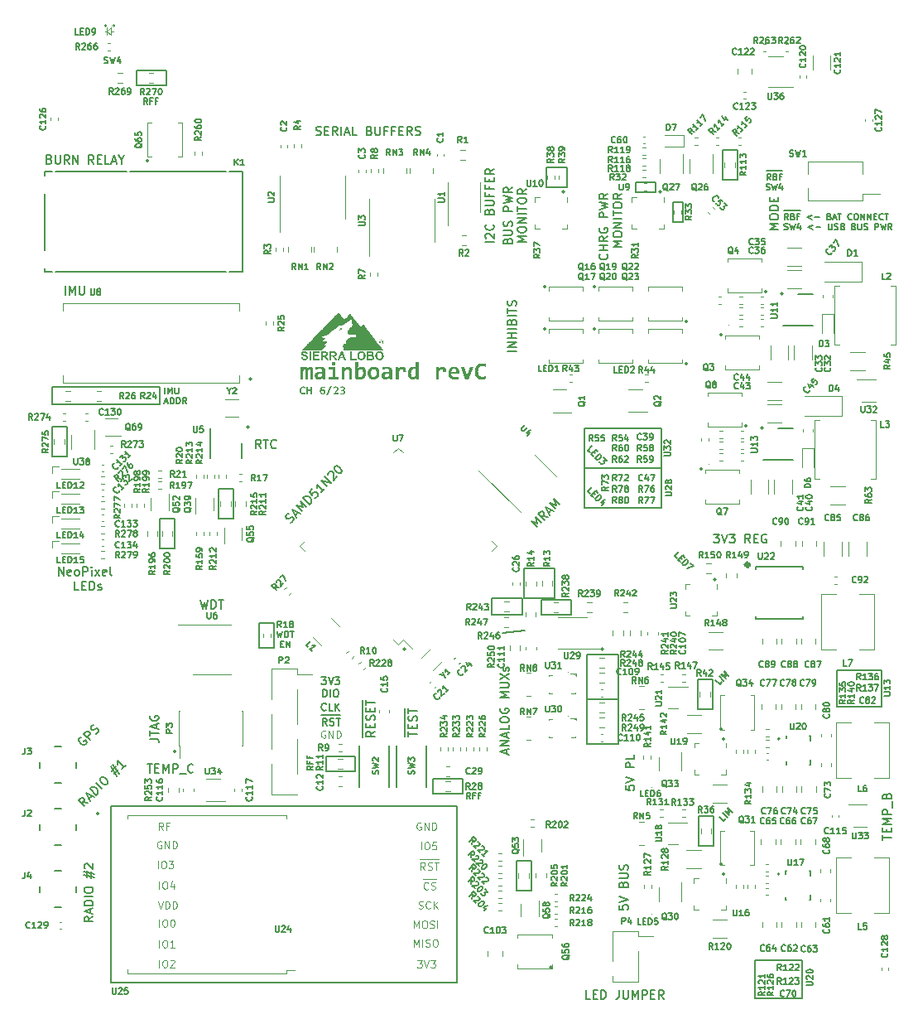
<source format=gto>
G04 #@! TF.GenerationSoftware,KiCad,Pcbnew,7.0.1*
G04 #@! TF.CreationDate,2023-06-13T18:19:14-04:00*
G04 #@! TF.ProjectId,mainboard,6d61696e-626f-4617-9264-2e6b69636164,rev?*
G04 #@! TF.SameCoordinates,Original*
G04 #@! TF.FileFunction,Legend,Top*
G04 #@! TF.FilePolarity,Positive*
%FSLAX46Y46*%
G04 Gerber Fmt 4.6, Leading zero omitted, Abs format (unit mm)*
G04 Created by KiCad (PCBNEW 7.0.1) date 2023-06-13 18:19:14*
%MOMM*%
%LPD*%
G01*
G04 APERTURE LIST*
%ADD10C,0.200000*%
%ADD11C,0.127000*%
%ADD12C,0.177800*%
%ADD13C,0.121920*%
%ADD14C,0.254000*%
%ADD15C,0.100000*%
%ADD16C,0.177000*%
%ADD17C,0.120000*%
%ADD18C,0.152400*%
%ADD19C,0.203200*%
%ADD20C,0.060000*%
%ADD21C,0.150000*%
%ADD22C,0.381000*%
G04 APERTURE END LIST*
D10*
X105664000Y-147701000D02*
G75*
G03*
X105664000Y-147701000I-127000J0D01*
G01*
X123063000Y-137160000D02*
G75*
G03*
X123063000Y-137160000I-127000J0D01*
G01*
X123063000Y-123317000D02*
G75*
G03*
X123063000Y-123317000I-127000J0D01*
G01*
D11*
X123063000Y-64135000D02*
X124587000Y-64135000D01*
X124587000Y-67183000D01*
X123063000Y-67183000D01*
X123063000Y-64135000D01*
X114173000Y-67437000D02*
X116205000Y-67437000D01*
X116205000Y-68453000D01*
X114173000Y-68453000D01*
X114173000Y-67437000D01*
X117983000Y-69469000D02*
X118999000Y-69469000D01*
X118999000Y-71501000D01*
X117983000Y-71501000D01*
X117983000Y-69469000D01*
X105029000Y-65913000D02*
X107188000Y-65913000D01*
X107188000Y-67945000D01*
X105029000Y-67945000D01*
X105029000Y-65913000D01*
X81202288Y-127120952D02*
X80899907Y-127332619D01*
X81202288Y-127483809D02*
X80567288Y-127483809D01*
X80567288Y-127483809D02*
X80567288Y-127241904D01*
X80567288Y-127241904D02*
X80597526Y-127181428D01*
X80597526Y-127181428D02*
X80627764Y-127151190D01*
X80627764Y-127151190D02*
X80688240Y-127120952D01*
X80688240Y-127120952D02*
X80778954Y-127120952D01*
X80778954Y-127120952D02*
X80839430Y-127151190D01*
X80839430Y-127151190D02*
X80869669Y-127181428D01*
X80869669Y-127181428D02*
X80899907Y-127241904D01*
X80899907Y-127241904D02*
X80899907Y-127483809D01*
X80869669Y-126637142D02*
X80869669Y-126848809D01*
X81202288Y-126848809D02*
X80567288Y-126848809D01*
X80567288Y-126848809D02*
X80567288Y-126546428D01*
X80869669Y-126092856D02*
X80869669Y-126304523D01*
X81202288Y-126304523D02*
X80567288Y-126304523D01*
X80567288Y-126304523D02*
X80567288Y-126002142D01*
X97288047Y-130478288D02*
X97076380Y-130175907D01*
X96925190Y-130478288D02*
X96925190Y-129843288D01*
X96925190Y-129843288D02*
X97167095Y-129843288D01*
X97167095Y-129843288D02*
X97227571Y-129873526D01*
X97227571Y-129873526D02*
X97257809Y-129903764D01*
X97257809Y-129903764D02*
X97288047Y-129964240D01*
X97288047Y-129964240D02*
X97288047Y-130054954D01*
X97288047Y-130054954D02*
X97257809Y-130115430D01*
X97257809Y-130115430D02*
X97227571Y-130145669D01*
X97227571Y-130145669D02*
X97167095Y-130175907D01*
X97167095Y-130175907D02*
X96925190Y-130175907D01*
X97771857Y-130145669D02*
X97560190Y-130145669D01*
X97560190Y-130478288D02*
X97560190Y-129843288D01*
X97560190Y-129843288D02*
X97862571Y-129843288D01*
X98316143Y-130145669D02*
X98104476Y-130145669D01*
X98104476Y-130478288D02*
X98104476Y-129843288D01*
X98104476Y-129843288D02*
X98406857Y-129843288D01*
X64268047Y-59485288D02*
X64056380Y-59182907D01*
X63905190Y-59485288D02*
X63905190Y-58850288D01*
X63905190Y-58850288D02*
X64147095Y-58850288D01*
X64147095Y-58850288D02*
X64207571Y-58880526D01*
X64207571Y-58880526D02*
X64237809Y-58910764D01*
X64237809Y-58910764D02*
X64268047Y-58971240D01*
X64268047Y-58971240D02*
X64268047Y-59061954D01*
X64268047Y-59061954D02*
X64237809Y-59122430D01*
X64237809Y-59122430D02*
X64207571Y-59152669D01*
X64207571Y-59152669D02*
X64147095Y-59182907D01*
X64147095Y-59182907D02*
X63905190Y-59182907D01*
X64751857Y-59152669D02*
X64540190Y-59152669D01*
X64540190Y-59485288D02*
X64540190Y-58850288D01*
X64540190Y-58850288D02*
X64842571Y-58850288D01*
X65296143Y-59152669D02*
X65084476Y-59152669D01*
X65084476Y-59485288D02*
X65084476Y-58850288D01*
X65084476Y-58850288D02*
X65386857Y-58850288D01*
X54483000Y-92456000D02*
X56007000Y-92456000D01*
X56007000Y-95504000D01*
X54483000Y-95504000D01*
X54483000Y-92456000D01*
X63119000Y-56007000D02*
X66167000Y-56007000D01*
X66167000Y-57531000D01*
X63119000Y-57531000D01*
X63119000Y-56007000D01*
X71501000Y-98806000D02*
X73025000Y-98806000D01*
X73025000Y-101854000D01*
X71501000Y-101854000D01*
X71501000Y-98806000D01*
X101981000Y-136779000D02*
X103505000Y-136779000D01*
X103505000Y-139827000D01*
X101981000Y-139827000D01*
X101981000Y-136779000D01*
X65532000Y-101854000D02*
X67056000Y-101854000D01*
X67056000Y-104902000D01*
X65532000Y-104902000D01*
X65532000Y-101854000D01*
X120523000Y-118237000D02*
X122047000Y-118237000D01*
X122047000Y-121285000D01*
X120523000Y-121285000D01*
X120523000Y-118237000D01*
X123046215Y-118542227D02*
X122832400Y-118756043D01*
X122832400Y-118756043D02*
X122383387Y-118307030D01*
X123195886Y-118392556D02*
X122746874Y-117943543D01*
X123409702Y-118178741D02*
X122960689Y-117729728D01*
X122960689Y-117729728D02*
X123431084Y-117900780D01*
X123431084Y-117900780D02*
X123260031Y-117430386D01*
X123260031Y-117430386D02*
X123709044Y-117879399D01*
X123427215Y-132512227D02*
X123213400Y-132726043D01*
X123213400Y-132726043D02*
X122764387Y-132277030D01*
X123576886Y-132362556D02*
X123127874Y-131913543D01*
X123790702Y-132148741D02*
X123341689Y-131699728D01*
X123341689Y-131699728D02*
X123812084Y-131870780D01*
X123812084Y-131870780D02*
X123641031Y-131400386D01*
X123641031Y-131400386D02*
X124090044Y-131849399D01*
X120650000Y-132207000D02*
X122174000Y-132207000D01*
X122174000Y-135255000D01*
X120650000Y-135255000D01*
X120650000Y-132207000D01*
X105918000Y-106934000D02*
X102743000Y-106934000D01*
X105918000Y-109982000D02*
X105918000Y-106934000D01*
X102743000Y-109982000D02*
X105918000Y-109982000D01*
X102743000Y-106934000D02*
X102743000Y-109982000D01*
X96520000Y-128397000D02*
X93472000Y-128397000D01*
X96520000Y-129921000D02*
X96520000Y-128397000D01*
X93472000Y-129921000D02*
X96520000Y-129921000D01*
X93472000Y-128397000D02*
X93472000Y-129921000D01*
X82550000Y-127635000D02*
X85471000Y-127635000D01*
X82550000Y-126111000D02*
X82550000Y-127635000D01*
X85471000Y-126111000D02*
X82550000Y-126111000D01*
X85471000Y-127635000D02*
X85471000Y-126111000D01*
X107569000Y-110109000D02*
X104521000Y-110109000D01*
X107569000Y-111633000D02*
X107569000Y-110109000D01*
X104521000Y-111633000D02*
X107569000Y-111633000D01*
X104521000Y-110109000D02*
X104521000Y-111633000D01*
X102616000Y-109982000D02*
X99441000Y-109982000D01*
X102616000Y-111633000D02*
X102616000Y-109982000D01*
X99441000Y-111633000D02*
X102616000Y-111633000D01*
X99441000Y-109982000D02*
X99441000Y-111633000D01*
X112395000Y-124841000D02*
X112395000Y-120269000D01*
X109220000Y-124841000D02*
X112395000Y-124841000D01*
X109220000Y-120269000D02*
X109220000Y-124841000D01*
X112395000Y-115697000D02*
X109220000Y-115697000D01*
X112395000Y-120269000D02*
X112395000Y-115697000D01*
X109220000Y-120269000D02*
X112395000Y-120269000D01*
X109220000Y-115697000D02*
X109220000Y-120269000D01*
X102870000Y-113284000D02*
X100584000Y-113538000D01*
D10*
X110929000Y-115148000D02*
G75*
G03*
X110929000Y-115148000I-127000J0D01*
G01*
X127635000Y-78613000D02*
G75*
G03*
X127635000Y-78613000I-127000J0D01*
G01*
D11*
X54483000Y-88392000D02*
X65532000Y-88392000D01*
X65532000Y-90170000D01*
X54483000Y-90170000D01*
X54483000Y-88392000D01*
D10*
X106934000Y-68453000D02*
G75*
G03*
X106934000Y-68453000I-127000J0D01*
G01*
X119507000Y-81661000D02*
G75*
G03*
X119507000Y-81661000I-127000J0D01*
G01*
X67183000Y-125603000D02*
G75*
G03*
X67183000Y-125603000I-127000J0D01*
G01*
D11*
X126428500Y-146939000D02*
X131254500Y-146939000D01*
X131254500Y-150876000D01*
X126428500Y-150876000D01*
X126428500Y-146939000D01*
D10*
X123317000Y-124333000D02*
G75*
G03*
X123317000Y-124333000I-127000J0D01*
G01*
X129286000Y-78867000D02*
G75*
G03*
X129286000Y-78867000I-127000J0D01*
G01*
X116840000Y-68453000D02*
G75*
G03*
X116840000Y-68453000I-127000J0D01*
G01*
X64389000Y-65278000D02*
G75*
G03*
X64389000Y-65278000I-127000J0D01*
G01*
D11*
X75692000Y-112522000D02*
X75692000Y-115062000D01*
D10*
X125603000Y-92329000D02*
G75*
G03*
X125603000Y-92329000I-127000J0D01*
G01*
D11*
X108966000Y-96647000D02*
X116840000Y-96647000D01*
X116840000Y-100711000D01*
X108966000Y-100711000D01*
X108966000Y-96647000D01*
D10*
X119507000Y-85979000D02*
G75*
G03*
X119507000Y-85979000I-127000J0D01*
G01*
X127254000Y-92583000D02*
G75*
G03*
X127254000Y-92583000I-127000J0D01*
G01*
X74676000Y-92456000D02*
G75*
G03*
X74676000Y-92456000I-127000J0D01*
G01*
X105029000Y-82423000D02*
G75*
G03*
X105029000Y-82423000I-127000J0D01*
G01*
X90678000Y-115189000D02*
G75*
G03*
X90678000Y-115189000I-127000J0D01*
G01*
X122428000Y-108077000D02*
G75*
G03*
X122428000Y-108077000I-127000J0D01*
G01*
D11*
X77216000Y-115062000D02*
X77216000Y-112522000D01*
X134747000Y-117348000D02*
X139319000Y-117348000D01*
X139319000Y-121031000D01*
X134747000Y-121031000D01*
X134747000Y-117348000D01*
D10*
X105029000Y-78105000D02*
G75*
G03*
X105029000Y-78105000I-127000J0D01*
G01*
X59309000Y-131953000D02*
G75*
G03*
X59309000Y-131953000I-127000J0D01*
G01*
X123063000Y-83058000D02*
G75*
G03*
X123063000Y-83058000I-127000J0D01*
G01*
D11*
X77216000Y-112522000D02*
X75692000Y-112522000D01*
D10*
X121031000Y-96774000D02*
G75*
G03*
X121031000Y-96774000I-127000J0D01*
G01*
D11*
X75692000Y-115062000D02*
X77216000Y-115062000D01*
X108966000Y-92583000D02*
X116840000Y-92583000D01*
X116840000Y-96647000D01*
X108966000Y-96647000D01*
X108966000Y-92583000D01*
D10*
X110109000Y-78105000D02*
G75*
G03*
X110109000Y-78105000I-127000J0D01*
G01*
X110109000Y-82423000D02*
G75*
G03*
X110109000Y-82423000I-127000J0D01*
G01*
X123317000Y-138176000D02*
G75*
G03*
X123317000Y-138176000I-127000J0D01*
G01*
D12*
X87521204Y-123570999D02*
X87097871Y-123867332D01*
X87521204Y-124078999D02*
X86632204Y-124078999D01*
X86632204Y-124078999D02*
X86632204Y-123740332D01*
X86632204Y-123740332D02*
X86674537Y-123655666D01*
X86674537Y-123655666D02*
X86716871Y-123613332D01*
X86716871Y-123613332D02*
X86801537Y-123570999D01*
X86801537Y-123570999D02*
X86928537Y-123570999D01*
X86928537Y-123570999D02*
X87013204Y-123613332D01*
X87013204Y-123613332D02*
X87055537Y-123655666D01*
X87055537Y-123655666D02*
X87097871Y-123740332D01*
X87097871Y-123740332D02*
X87097871Y-124078999D01*
X87055537Y-123189999D02*
X87055537Y-122893666D01*
X87521204Y-122766666D02*
X87521204Y-123189999D01*
X87521204Y-123189999D02*
X86632204Y-123189999D01*
X86632204Y-123189999D02*
X86632204Y-122766666D01*
X87478871Y-122427999D02*
X87521204Y-122300999D01*
X87521204Y-122300999D02*
X87521204Y-122089333D01*
X87521204Y-122089333D02*
X87478871Y-122004666D01*
X87478871Y-122004666D02*
X87436537Y-121962333D01*
X87436537Y-121962333D02*
X87351871Y-121919999D01*
X87351871Y-121919999D02*
X87267204Y-121919999D01*
X87267204Y-121919999D02*
X87182537Y-121962333D01*
X87182537Y-121962333D02*
X87140204Y-122004666D01*
X87140204Y-122004666D02*
X87097871Y-122089333D01*
X87097871Y-122089333D02*
X87055537Y-122258666D01*
X87055537Y-122258666D02*
X87013204Y-122343333D01*
X87013204Y-122343333D02*
X86970871Y-122385666D01*
X86970871Y-122385666D02*
X86886204Y-122427999D01*
X86886204Y-122427999D02*
X86801537Y-122427999D01*
X86801537Y-122427999D02*
X86716871Y-122385666D01*
X86716871Y-122385666D02*
X86674537Y-122343333D01*
X86674537Y-122343333D02*
X86632204Y-122258666D01*
X86632204Y-122258666D02*
X86632204Y-122046999D01*
X86632204Y-122046999D02*
X86674537Y-121919999D01*
X87055537Y-121538999D02*
X87055537Y-121242666D01*
X87521204Y-121115666D02*
X87521204Y-121538999D01*
X87521204Y-121538999D02*
X86632204Y-121538999D01*
X86632204Y-121538999D02*
X86632204Y-121115666D01*
X86632204Y-120861666D02*
X86632204Y-120353666D01*
X87521204Y-120607666D02*
X86632204Y-120607666D01*
X86234271Y-124201766D02*
X86234271Y-120357900D01*
D13*
X65350571Y-137574745D02*
X65350571Y-136812745D01*
X65858571Y-136812745D02*
X66003714Y-136812745D01*
X66003714Y-136812745D02*
X66076285Y-136849031D01*
X66076285Y-136849031D02*
X66148857Y-136921602D01*
X66148857Y-136921602D02*
X66185142Y-137066745D01*
X66185142Y-137066745D02*
X66185142Y-137320745D01*
X66185142Y-137320745D02*
X66148857Y-137465888D01*
X66148857Y-137465888D02*
X66076285Y-137538460D01*
X66076285Y-137538460D02*
X66003714Y-137574745D01*
X66003714Y-137574745D02*
X65858571Y-137574745D01*
X65858571Y-137574745D02*
X65786000Y-137538460D01*
X65786000Y-137538460D02*
X65713428Y-137465888D01*
X65713428Y-137465888D02*
X65677142Y-137320745D01*
X65677142Y-137320745D02*
X65677142Y-137066745D01*
X65677142Y-137066745D02*
X65713428Y-136921602D01*
X65713428Y-136921602D02*
X65786000Y-136849031D01*
X65786000Y-136849031D02*
X65858571Y-136812745D01*
X66439143Y-136812745D02*
X66910857Y-136812745D01*
X66910857Y-136812745D02*
X66656857Y-137103031D01*
X66656857Y-137103031D02*
X66765714Y-137103031D01*
X66765714Y-137103031D02*
X66838286Y-137139317D01*
X66838286Y-137139317D02*
X66874571Y-137175602D01*
X66874571Y-137175602D02*
X66910857Y-137248174D01*
X66910857Y-137248174D02*
X66910857Y-137429602D01*
X66910857Y-137429602D02*
X66874571Y-137502174D01*
X66874571Y-137502174D02*
X66838286Y-137538460D01*
X66838286Y-137538460D02*
X66765714Y-137574745D01*
X66765714Y-137574745D02*
X66548000Y-137574745D01*
X66548000Y-137574745D02*
X66475428Y-137538460D01*
X66475428Y-137538460D02*
X66439143Y-137502174D01*
X65477571Y-139657545D02*
X65477571Y-138895545D01*
X65985571Y-138895545D02*
X66130714Y-138895545D01*
X66130714Y-138895545D02*
X66203285Y-138931831D01*
X66203285Y-138931831D02*
X66275857Y-139004402D01*
X66275857Y-139004402D02*
X66312142Y-139149545D01*
X66312142Y-139149545D02*
X66312142Y-139403545D01*
X66312142Y-139403545D02*
X66275857Y-139548688D01*
X66275857Y-139548688D02*
X66203285Y-139621260D01*
X66203285Y-139621260D02*
X66130714Y-139657545D01*
X66130714Y-139657545D02*
X65985571Y-139657545D01*
X65985571Y-139657545D02*
X65913000Y-139621260D01*
X65913000Y-139621260D02*
X65840428Y-139548688D01*
X65840428Y-139548688D02*
X65804142Y-139403545D01*
X65804142Y-139403545D02*
X65804142Y-139149545D01*
X65804142Y-139149545D02*
X65840428Y-139004402D01*
X65840428Y-139004402D02*
X65913000Y-138931831D01*
X65913000Y-138931831D02*
X65985571Y-138895545D01*
X66965286Y-139149545D02*
X66965286Y-139657545D01*
X66783857Y-138859260D02*
X66602428Y-139403545D01*
X66602428Y-139403545D02*
X67074143Y-139403545D01*
X65477571Y-143543745D02*
X65477571Y-142781745D01*
X65985571Y-142781745D02*
X66130714Y-142781745D01*
X66130714Y-142781745D02*
X66203285Y-142818031D01*
X66203285Y-142818031D02*
X66275857Y-142890602D01*
X66275857Y-142890602D02*
X66312142Y-143035745D01*
X66312142Y-143035745D02*
X66312142Y-143289745D01*
X66312142Y-143289745D02*
X66275857Y-143434888D01*
X66275857Y-143434888D02*
X66203285Y-143507460D01*
X66203285Y-143507460D02*
X66130714Y-143543745D01*
X66130714Y-143543745D02*
X65985571Y-143543745D01*
X65985571Y-143543745D02*
X65913000Y-143507460D01*
X65913000Y-143507460D02*
X65840428Y-143434888D01*
X65840428Y-143434888D02*
X65804142Y-143289745D01*
X65804142Y-143289745D02*
X65804142Y-143035745D01*
X65804142Y-143035745D02*
X65840428Y-142890602D01*
X65840428Y-142890602D02*
X65913000Y-142818031D01*
X65913000Y-142818031D02*
X65985571Y-142781745D01*
X66783857Y-142781745D02*
X66856428Y-142781745D01*
X66856428Y-142781745D02*
X66929000Y-142818031D01*
X66929000Y-142818031D02*
X66965286Y-142854317D01*
X66965286Y-142854317D02*
X67001571Y-142926888D01*
X67001571Y-142926888D02*
X67037857Y-143072031D01*
X67037857Y-143072031D02*
X67037857Y-143253460D01*
X67037857Y-143253460D02*
X67001571Y-143398602D01*
X67001571Y-143398602D02*
X66965286Y-143471174D01*
X66965286Y-143471174D02*
X66929000Y-143507460D01*
X66929000Y-143507460D02*
X66856428Y-143543745D01*
X66856428Y-143543745D02*
X66783857Y-143543745D01*
X66783857Y-143543745D02*
X66711286Y-143507460D01*
X66711286Y-143507460D02*
X66675000Y-143471174D01*
X66675000Y-143471174D02*
X66638714Y-143398602D01*
X66638714Y-143398602D02*
X66602428Y-143253460D01*
X66602428Y-143253460D02*
X66602428Y-143072031D01*
X66602428Y-143072031D02*
X66638714Y-142926888D01*
X66638714Y-142926888D02*
X66675000Y-142854317D01*
X66675000Y-142854317D02*
X66711286Y-142818031D01*
X66711286Y-142818031D02*
X66783857Y-142781745D01*
X65477571Y-145651945D02*
X65477571Y-144889945D01*
X65985571Y-144889945D02*
X66130714Y-144889945D01*
X66130714Y-144889945D02*
X66203285Y-144926231D01*
X66203285Y-144926231D02*
X66275857Y-144998802D01*
X66275857Y-144998802D02*
X66312142Y-145143945D01*
X66312142Y-145143945D02*
X66312142Y-145397945D01*
X66312142Y-145397945D02*
X66275857Y-145543088D01*
X66275857Y-145543088D02*
X66203285Y-145615660D01*
X66203285Y-145615660D02*
X66130714Y-145651945D01*
X66130714Y-145651945D02*
X65985571Y-145651945D01*
X65985571Y-145651945D02*
X65913000Y-145615660D01*
X65913000Y-145615660D02*
X65840428Y-145543088D01*
X65840428Y-145543088D02*
X65804142Y-145397945D01*
X65804142Y-145397945D02*
X65804142Y-145143945D01*
X65804142Y-145143945D02*
X65840428Y-144998802D01*
X65840428Y-144998802D02*
X65913000Y-144926231D01*
X65913000Y-144926231D02*
X65985571Y-144889945D01*
X67037857Y-145651945D02*
X66602428Y-145651945D01*
X66820143Y-145651945D02*
X66820143Y-144889945D01*
X66820143Y-144889945D02*
X66747571Y-144998802D01*
X66747571Y-144998802D02*
X66675000Y-145071374D01*
X66675000Y-145071374D02*
X66602428Y-145107660D01*
X65477571Y-147683945D02*
X65477571Y-146921945D01*
X65985571Y-146921945D02*
X66130714Y-146921945D01*
X66130714Y-146921945D02*
X66203285Y-146958231D01*
X66203285Y-146958231D02*
X66275857Y-147030802D01*
X66275857Y-147030802D02*
X66312142Y-147175945D01*
X66312142Y-147175945D02*
X66312142Y-147429945D01*
X66312142Y-147429945D02*
X66275857Y-147575088D01*
X66275857Y-147575088D02*
X66203285Y-147647660D01*
X66203285Y-147647660D02*
X66130714Y-147683945D01*
X66130714Y-147683945D02*
X65985571Y-147683945D01*
X65985571Y-147683945D02*
X65913000Y-147647660D01*
X65913000Y-147647660D02*
X65840428Y-147575088D01*
X65840428Y-147575088D02*
X65804142Y-147429945D01*
X65804142Y-147429945D02*
X65804142Y-147175945D01*
X65804142Y-147175945D02*
X65840428Y-147030802D01*
X65840428Y-147030802D02*
X65913000Y-146958231D01*
X65913000Y-146958231D02*
X65985571Y-146921945D01*
X66602428Y-146994517D02*
X66638714Y-146958231D01*
X66638714Y-146958231D02*
X66711286Y-146921945D01*
X66711286Y-146921945D02*
X66892714Y-146921945D01*
X66892714Y-146921945D02*
X66965286Y-146958231D01*
X66965286Y-146958231D02*
X67001571Y-146994517D01*
X67001571Y-146994517D02*
X67037857Y-147067088D01*
X67037857Y-147067088D02*
X67037857Y-147139660D01*
X67037857Y-147139660D02*
X67001571Y-147248517D01*
X67001571Y-147248517D02*
X66566143Y-147683945D01*
X66566143Y-147683945D02*
X67037857Y-147683945D01*
X92274571Y-135644345D02*
X92274571Y-134882345D01*
X92782571Y-134882345D02*
X92927714Y-134882345D01*
X92927714Y-134882345D02*
X93000285Y-134918631D01*
X93000285Y-134918631D02*
X93072857Y-134991202D01*
X93072857Y-134991202D02*
X93109142Y-135136345D01*
X93109142Y-135136345D02*
X93109142Y-135390345D01*
X93109142Y-135390345D02*
X93072857Y-135535488D01*
X93072857Y-135535488D02*
X93000285Y-135608060D01*
X93000285Y-135608060D02*
X92927714Y-135644345D01*
X92927714Y-135644345D02*
X92782571Y-135644345D01*
X92782571Y-135644345D02*
X92710000Y-135608060D01*
X92710000Y-135608060D02*
X92637428Y-135535488D01*
X92637428Y-135535488D02*
X92601142Y-135390345D01*
X92601142Y-135390345D02*
X92601142Y-135136345D01*
X92601142Y-135136345D02*
X92637428Y-134991202D01*
X92637428Y-134991202D02*
X92710000Y-134918631D01*
X92710000Y-134918631D02*
X92782571Y-134882345D01*
X93798571Y-134882345D02*
X93435714Y-134882345D01*
X93435714Y-134882345D02*
X93399428Y-135245202D01*
X93399428Y-135245202D02*
X93435714Y-135208917D01*
X93435714Y-135208917D02*
X93508286Y-135172631D01*
X93508286Y-135172631D02*
X93689714Y-135172631D01*
X93689714Y-135172631D02*
X93762286Y-135208917D01*
X93762286Y-135208917D02*
X93798571Y-135245202D01*
X93798571Y-135245202D02*
X93834857Y-135317774D01*
X93834857Y-135317774D02*
X93834857Y-135499202D01*
X93834857Y-135499202D02*
X93798571Y-135571774D01*
X93798571Y-135571774D02*
X93762286Y-135608060D01*
X93762286Y-135608060D02*
X93689714Y-135644345D01*
X93689714Y-135644345D02*
X93508286Y-135644345D01*
X93508286Y-135644345D02*
X93435714Y-135608060D01*
X93435714Y-135608060D02*
X93399428Y-135571774D01*
X92982143Y-139661174D02*
X92945857Y-139697460D01*
X92945857Y-139697460D02*
X92837000Y-139733745D01*
X92837000Y-139733745D02*
X92764428Y-139733745D01*
X92764428Y-139733745D02*
X92655571Y-139697460D01*
X92655571Y-139697460D02*
X92583000Y-139624888D01*
X92583000Y-139624888D02*
X92546714Y-139552317D01*
X92546714Y-139552317D02*
X92510428Y-139407174D01*
X92510428Y-139407174D02*
X92510428Y-139298317D01*
X92510428Y-139298317D02*
X92546714Y-139153174D01*
X92546714Y-139153174D02*
X92583000Y-139080602D01*
X92583000Y-139080602D02*
X92655571Y-139008031D01*
X92655571Y-139008031D02*
X92764428Y-138971745D01*
X92764428Y-138971745D02*
X92837000Y-138971745D01*
X92837000Y-138971745D02*
X92945857Y-139008031D01*
X92945857Y-139008031D02*
X92982143Y-139044317D01*
X93272428Y-139697460D02*
X93381286Y-139733745D01*
X93381286Y-139733745D02*
X93562714Y-139733745D01*
X93562714Y-139733745D02*
X93635286Y-139697460D01*
X93635286Y-139697460D02*
X93671571Y-139661174D01*
X93671571Y-139661174D02*
X93707857Y-139588602D01*
X93707857Y-139588602D02*
X93707857Y-139516031D01*
X93707857Y-139516031D02*
X93671571Y-139443460D01*
X93671571Y-139443460D02*
X93635286Y-139407174D01*
X93635286Y-139407174D02*
X93562714Y-139370888D01*
X93562714Y-139370888D02*
X93417571Y-139334602D01*
X93417571Y-139334602D02*
X93345000Y-139298317D01*
X93345000Y-139298317D02*
X93308714Y-139262031D01*
X93308714Y-139262031D02*
X93272428Y-139189460D01*
X93272428Y-139189460D02*
X93272428Y-139116888D01*
X93272428Y-139116888D02*
X93308714Y-139044317D01*
X93308714Y-139044317D02*
X93345000Y-139008031D01*
X93345000Y-139008031D02*
X93417571Y-138971745D01*
X93417571Y-138971745D02*
X93599000Y-138971745D01*
X93599000Y-138971745D02*
X93707857Y-139008031D01*
X92441486Y-138630660D02*
X93776800Y-138630660D01*
X91530714Y-145575745D02*
X91530714Y-144813745D01*
X91530714Y-144813745D02*
X91784714Y-145358031D01*
X91784714Y-145358031D02*
X92038714Y-144813745D01*
X92038714Y-144813745D02*
X92038714Y-145575745D01*
X92401571Y-145575745D02*
X92401571Y-144813745D01*
X92728142Y-145539460D02*
X92837000Y-145575745D01*
X92837000Y-145575745D02*
X93018428Y-145575745D01*
X93018428Y-145575745D02*
X93091000Y-145539460D01*
X93091000Y-145539460D02*
X93127285Y-145503174D01*
X93127285Y-145503174D02*
X93163571Y-145430602D01*
X93163571Y-145430602D02*
X93163571Y-145358031D01*
X93163571Y-145358031D02*
X93127285Y-145285460D01*
X93127285Y-145285460D02*
X93091000Y-145249174D01*
X93091000Y-145249174D02*
X93018428Y-145212888D01*
X93018428Y-145212888D02*
X92873285Y-145176602D01*
X92873285Y-145176602D02*
X92800714Y-145140317D01*
X92800714Y-145140317D02*
X92764428Y-145104031D01*
X92764428Y-145104031D02*
X92728142Y-145031460D01*
X92728142Y-145031460D02*
X92728142Y-144958888D01*
X92728142Y-144958888D02*
X92764428Y-144886317D01*
X92764428Y-144886317D02*
X92800714Y-144850031D01*
X92800714Y-144850031D02*
X92873285Y-144813745D01*
X92873285Y-144813745D02*
X93054714Y-144813745D01*
X93054714Y-144813745D02*
X93163571Y-144850031D01*
X93635285Y-144813745D02*
X93780428Y-144813745D01*
X93780428Y-144813745D02*
X93852999Y-144850031D01*
X93852999Y-144850031D02*
X93925571Y-144922602D01*
X93925571Y-144922602D02*
X93961856Y-145067745D01*
X93961856Y-145067745D02*
X93961856Y-145321745D01*
X93961856Y-145321745D02*
X93925571Y-145466888D01*
X93925571Y-145466888D02*
X93852999Y-145539460D01*
X93852999Y-145539460D02*
X93780428Y-145575745D01*
X93780428Y-145575745D02*
X93635285Y-145575745D01*
X93635285Y-145575745D02*
X93562714Y-145539460D01*
X93562714Y-145539460D02*
X93490142Y-145466888D01*
X93490142Y-145466888D02*
X93453856Y-145321745D01*
X93453856Y-145321745D02*
X93453856Y-145067745D01*
X93453856Y-145067745D02*
X93490142Y-144922602D01*
X93490142Y-144922602D02*
X93562714Y-144850031D01*
X93562714Y-144850031D02*
X93635285Y-144813745D01*
X92655572Y-137727145D02*
X92401572Y-137364288D01*
X92220143Y-137727145D02*
X92220143Y-136965145D01*
X92220143Y-136965145D02*
X92510429Y-136965145D01*
X92510429Y-136965145D02*
X92583000Y-137001431D01*
X92583000Y-137001431D02*
X92619286Y-137037717D01*
X92619286Y-137037717D02*
X92655572Y-137110288D01*
X92655572Y-137110288D02*
X92655572Y-137219145D01*
X92655572Y-137219145D02*
X92619286Y-137291717D01*
X92619286Y-137291717D02*
X92583000Y-137328002D01*
X92583000Y-137328002D02*
X92510429Y-137364288D01*
X92510429Y-137364288D02*
X92220143Y-137364288D01*
X92945857Y-137690860D02*
X93054715Y-137727145D01*
X93054715Y-137727145D02*
X93236143Y-137727145D01*
X93236143Y-137727145D02*
X93308715Y-137690860D01*
X93308715Y-137690860D02*
X93345000Y-137654574D01*
X93345000Y-137654574D02*
X93381286Y-137582002D01*
X93381286Y-137582002D02*
X93381286Y-137509431D01*
X93381286Y-137509431D02*
X93345000Y-137436860D01*
X93345000Y-137436860D02*
X93308715Y-137400574D01*
X93308715Y-137400574D02*
X93236143Y-137364288D01*
X93236143Y-137364288D02*
X93091000Y-137328002D01*
X93091000Y-137328002D02*
X93018429Y-137291717D01*
X93018429Y-137291717D02*
X92982143Y-137255431D01*
X92982143Y-137255431D02*
X92945857Y-137182860D01*
X92945857Y-137182860D02*
X92945857Y-137110288D01*
X92945857Y-137110288D02*
X92982143Y-137037717D01*
X92982143Y-137037717D02*
X93018429Y-137001431D01*
X93018429Y-137001431D02*
X93091000Y-136965145D01*
X93091000Y-136965145D02*
X93272429Y-136965145D01*
X93272429Y-136965145D02*
X93381286Y-137001431D01*
X93599000Y-136965145D02*
X94034429Y-136965145D01*
X93816714Y-137727145D02*
X93816714Y-136965145D01*
X92114915Y-136624060D02*
X94030800Y-136624060D01*
X91530714Y-143670745D02*
X91530714Y-142908745D01*
X91530714Y-142908745D02*
X91784714Y-143453031D01*
X91784714Y-143453031D02*
X92038714Y-142908745D01*
X92038714Y-142908745D02*
X92038714Y-143670745D01*
X92546714Y-142908745D02*
X92691857Y-142908745D01*
X92691857Y-142908745D02*
X92764428Y-142945031D01*
X92764428Y-142945031D02*
X92837000Y-143017602D01*
X92837000Y-143017602D02*
X92873285Y-143162745D01*
X92873285Y-143162745D02*
X92873285Y-143416745D01*
X92873285Y-143416745D02*
X92837000Y-143561888D01*
X92837000Y-143561888D02*
X92764428Y-143634460D01*
X92764428Y-143634460D02*
X92691857Y-143670745D01*
X92691857Y-143670745D02*
X92546714Y-143670745D01*
X92546714Y-143670745D02*
X92474143Y-143634460D01*
X92474143Y-143634460D02*
X92401571Y-143561888D01*
X92401571Y-143561888D02*
X92365285Y-143416745D01*
X92365285Y-143416745D02*
X92365285Y-143162745D01*
X92365285Y-143162745D02*
X92401571Y-143017602D01*
X92401571Y-143017602D02*
X92474143Y-142945031D01*
X92474143Y-142945031D02*
X92546714Y-142908745D01*
X93163571Y-143634460D02*
X93272429Y-143670745D01*
X93272429Y-143670745D02*
X93453857Y-143670745D01*
X93453857Y-143670745D02*
X93526429Y-143634460D01*
X93526429Y-143634460D02*
X93562714Y-143598174D01*
X93562714Y-143598174D02*
X93599000Y-143525602D01*
X93599000Y-143525602D02*
X93599000Y-143453031D01*
X93599000Y-143453031D02*
X93562714Y-143380460D01*
X93562714Y-143380460D02*
X93526429Y-143344174D01*
X93526429Y-143344174D02*
X93453857Y-143307888D01*
X93453857Y-143307888D02*
X93308714Y-143271602D01*
X93308714Y-143271602D02*
X93236143Y-143235317D01*
X93236143Y-143235317D02*
X93199857Y-143199031D01*
X93199857Y-143199031D02*
X93163571Y-143126460D01*
X93163571Y-143126460D02*
X93163571Y-143053888D01*
X93163571Y-143053888D02*
X93199857Y-142981317D01*
X93199857Y-142981317D02*
X93236143Y-142945031D01*
X93236143Y-142945031D02*
X93308714Y-142908745D01*
X93308714Y-142908745D02*
X93490143Y-142908745D01*
X93490143Y-142908745D02*
X93599000Y-142945031D01*
X93925571Y-143670745D02*
X93925571Y-142908745D01*
X92002428Y-141653260D02*
X92111286Y-141689545D01*
X92111286Y-141689545D02*
X92292714Y-141689545D01*
X92292714Y-141689545D02*
X92365286Y-141653260D01*
X92365286Y-141653260D02*
X92401571Y-141616974D01*
X92401571Y-141616974D02*
X92437857Y-141544402D01*
X92437857Y-141544402D02*
X92437857Y-141471831D01*
X92437857Y-141471831D02*
X92401571Y-141399260D01*
X92401571Y-141399260D02*
X92365286Y-141362974D01*
X92365286Y-141362974D02*
X92292714Y-141326688D01*
X92292714Y-141326688D02*
X92147571Y-141290402D01*
X92147571Y-141290402D02*
X92075000Y-141254117D01*
X92075000Y-141254117D02*
X92038714Y-141217831D01*
X92038714Y-141217831D02*
X92002428Y-141145260D01*
X92002428Y-141145260D02*
X92002428Y-141072688D01*
X92002428Y-141072688D02*
X92038714Y-141000117D01*
X92038714Y-141000117D02*
X92075000Y-140963831D01*
X92075000Y-140963831D02*
X92147571Y-140927545D01*
X92147571Y-140927545D02*
X92329000Y-140927545D01*
X92329000Y-140927545D02*
X92437857Y-140963831D01*
X93199857Y-141616974D02*
X93163571Y-141653260D01*
X93163571Y-141653260D02*
X93054714Y-141689545D01*
X93054714Y-141689545D02*
X92982142Y-141689545D01*
X92982142Y-141689545D02*
X92873285Y-141653260D01*
X92873285Y-141653260D02*
X92800714Y-141580688D01*
X92800714Y-141580688D02*
X92764428Y-141508117D01*
X92764428Y-141508117D02*
X92728142Y-141362974D01*
X92728142Y-141362974D02*
X92728142Y-141254117D01*
X92728142Y-141254117D02*
X92764428Y-141108974D01*
X92764428Y-141108974D02*
X92800714Y-141036402D01*
X92800714Y-141036402D02*
X92873285Y-140963831D01*
X92873285Y-140963831D02*
X92982142Y-140927545D01*
X92982142Y-140927545D02*
X93054714Y-140927545D01*
X93054714Y-140927545D02*
X93163571Y-140963831D01*
X93163571Y-140963831D02*
X93199857Y-141000117D01*
X93526428Y-141689545D02*
X93526428Y-140927545D01*
X93961857Y-141689545D02*
X93635285Y-141254117D01*
X93961857Y-140927545D02*
X93526428Y-141362974D01*
D12*
X58201757Y-130874382D02*
X57692876Y-130784579D01*
X57842547Y-131233592D02*
X57213929Y-130604974D01*
X57213929Y-130604974D02*
X57453402Y-130365500D01*
X57453402Y-130365500D02*
X57543205Y-130335566D01*
X57543205Y-130335566D02*
X57603073Y-130335566D01*
X57603073Y-130335566D02*
X57692876Y-130365500D01*
X57692876Y-130365500D02*
X57782679Y-130455303D01*
X57782679Y-130455303D02*
X57812613Y-130545106D01*
X57812613Y-130545106D02*
X57812613Y-130604974D01*
X57812613Y-130604974D02*
X57782679Y-130694776D01*
X57782679Y-130694776D02*
X57543205Y-130934250D01*
X58261625Y-130455303D02*
X58560967Y-130155961D01*
X58381362Y-130694776D02*
X57962284Y-129856619D01*
X57962284Y-129856619D02*
X58800441Y-130275698D01*
X59009980Y-130066159D02*
X58381362Y-129437541D01*
X58381362Y-129437541D02*
X58531033Y-129287870D01*
X58531033Y-129287870D02*
X58650770Y-129228001D01*
X58650770Y-129228001D02*
X58770507Y-129228001D01*
X58770507Y-129228001D02*
X58860309Y-129257935D01*
X58860309Y-129257935D02*
X59009980Y-129347738D01*
X59009980Y-129347738D02*
X59099783Y-129437541D01*
X59099783Y-129437541D02*
X59189585Y-129587212D01*
X59189585Y-129587212D02*
X59219519Y-129677014D01*
X59219519Y-129677014D02*
X59219519Y-129796751D01*
X59219519Y-129796751D02*
X59159651Y-129916488D01*
X59159651Y-129916488D02*
X59009980Y-130066159D01*
X59638598Y-129437541D02*
X59009980Y-128808923D01*
X59429059Y-128389844D02*
X59548795Y-128270108D01*
X59548795Y-128270108D02*
X59638598Y-128240173D01*
X59638598Y-128240173D02*
X59758335Y-128240173D01*
X59758335Y-128240173D02*
X59908006Y-128329976D01*
X59908006Y-128329976D02*
X60117545Y-128539515D01*
X60117545Y-128539515D02*
X60207347Y-128689186D01*
X60207347Y-128689186D02*
X60207347Y-128808923D01*
X60207347Y-128808923D02*
X60177413Y-128898725D01*
X60177413Y-128898725D02*
X60057676Y-129018462D01*
X60057676Y-129018462D02*
X59967874Y-129048396D01*
X59967874Y-129048396D02*
X59848137Y-129048396D01*
X59848137Y-129048396D02*
X59698466Y-128958594D01*
X59698466Y-128958594D02*
X59488927Y-128749055D01*
X59488927Y-128749055D02*
X59399124Y-128599384D01*
X59399124Y-128599384D02*
X59399124Y-128479647D01*
X59399124Y-128479647D02*
X59429059Y-128389844D01*
X60626426Y-127611556D02*
X61075438Y-127162543D01*
X60536623Y-127162543D02*
X61165241Y-128150371D01*
X61284978Y-127491819D02*
X60835965Y-127940832D01*
X61374780Y-127940832D02*
X60746162Y-126953004D01*
X62033332Y-127042806D02*
X61674122Y-127402017D01*
X61853727Y-127222411D02*
X61225109Y-126593794D01*
X61225109Y-126593794D02*
X61255043Y-126743464D01*
X61255043Y-126743464D02*
X61255043Y-126863201D01*
X61255043Y-126863201D02*
X61225109Y-126953004D01*
D13*
X65332428Y-140927545D02*
X65586428Y-141689545D01*
X65586428Y-141689545D02*
X65840428Y-140927545D01*
X66094428Y-141689545D02*
X66094428Y-140927545D01*
X66094428Y-140927545D02*
X66275857Y-140927545D01*
X66275857Y-140927545D02*
X66384714Y-140963831D01*
X66384714Y-140963831D02*
X66457285Y-141036402D01*
X66457285Y-141036402D02*
X66493571Y-141108974D01*
X66493571Y-141108974D02*
X66529857Y-141254117D01*
X66529857Y-141254117D02*
X66529857Y-141362974D01*
X66529857Y-141362974D02*
X66493571Y-141508117D01*
X66493571Y-141508117D02*
X66457285Y-141580688D01*
X66457285Y-141580688D02*
X66384714Y-141653260D01*
X66384714Y-141653260D02*
X66275857Y-141689545D01*
X66275857Y-141689545D02*
X66094428Y-141689545D01*
X66856428Y-141689545D02*
X66856428Y-140927545D01*
X66856428Y-140927545D02*
X67037857Y-140927545D01*
X67037857Y-140927545D02*
X67146714Y-140963831D01*
X67146714Y-140963831D02*
X67219285Y-141036402D01*
X67219285Y-141036402D02*
X67255571Y-141108974D01*
X67255571Y-141108974D02*
X67291857Y-141254117D01*
X67291857Y-141254117D02*
X67291857Y-141362974D01*
X67291857Y-141362974D02*
X67255571Y-141508117D01*
X67255571Y-141508117D02*
X67219285Y-141580688D01*
X67219285Y-141580688D02*
X67146714Y-141653260D01*
X67146714Y-141653260D02*
X67037857Y-141689545D01*
X67037857Y-141689545D02*
X66856428Y-141689545D01*
X65695285Y-134817031D02*
X65622714Y-134780745D01*
X65622714Y-134780745D02*
X65513856Y-134780745D01*
X65513856Y-134780745D02*
X65404999Y-134817031D01*
X65404999Y-134817031D02*
X65332428Y-134889602D01*
X65332428Y-134889602D02*
X65296142Y-134962174D01*
X65296142Y-134962174D02*
X65259856Y-135107317D01*
X65259856Y-135107317D02*
X65259856Y-135216174D01*
X65259856Y-135216174D02*
X65296142Y-135361317D01*
X65296142Y-135361317D02*
X65332428Y-135433888D01*
X65332428Y-135433888D02*
X65404999Y-135506460D01*
X65404999Y-135506460D02*
X65513856Y-135542745D01*
X65513856Y-135542745D02*
X65586428Y-135542745D01*
X65586428Y-135542745D02*
X65695285Y-135506460D01*
X65695285Y-135506460D02*
X65731571Y-135470174D01*
X65731571Y-135470174D02*
X65731571Y-135216174D01*
X65731571Y-135216174D02*
X65586428Y-135216174D01*
X66058142Y-135542745D02*
X66058142Y-134780745D01*
X66058142Y-134780745D02*
X66493571Y-135542745D01*
X66493571Y-135542745D02*
X66493571Y-134780745D01*
X66856428Y-135542745D02*
X66856428Y-134780745D01*
X66856428Y-134780745D02*
X67037857Y-134780745D01*
X67037857Y-134780745D02*
X67146714Y-134817031D01*
X67146714Y-134817031D02*
X67219285Y-134889602D01*
X67219285Y-134889602D02*
X67255571Y-134962174D01*
X67255571Y-134962174D02*
X67291857Y-135107317D01*
X67291857Y-135107317D02*
X67291857Y-135216174D01*
X67291857Y-135216174D02*
X67255571Y-135361317D01*
X67255571Y-135361317D02*
X67219285Y-135433888D01*
X67219285Y-135433888D02*
X67146714Y-135506460D01*
X67146714Y-135506460D02*
X67037857Y-135542745D01*
X67037857Y-135542745D02*
X66856428Y-135542745D01*
D11*
X82622572Y-122969745D02*
X82368572Y-122606888D01*
X82187143Y-122969745D02*
X82187143Y-122207745D01*
X82187143Y-122207745D02*
X82477429Y-122207745D01*
X82477429Y-122207745D02*
X82550000Y-122244031D01*
X82550000Y-122244031D02*
X82586286Y-122280317D01*
X82586286Y-122280317D02*
X82622572Y-122352888D01*
X82622572Y-122352888D02*
X82622572Y-122461745D01*
X82622572Y-122461745D02*
X82586286Y-122534317D01*
X82586286Y-122534317D02*
X82550000Y-122570602D01*
X82550000Y-122570602D02*
X82477429Y-122606888D01*
X82477429Y-122606888D02*
X82187143Y-122606888D01*
X82912857Y-122933460D02*
X83021715Y-122969745D01*
X83021715Y-122969745D02*
X83203143Y-122969745D01*
X83203143Y-122969745D02*
X83275715Y-122933460D01*
X83275715Y-122933460D02*
X83312000Y-122897174D01*
X83312000Y-122897174D02*
X83348286Y-122824602D01*
X83348286Y-122824602D02*
X83348286Y-122752031D01*
X83348286Y-122752031D02*
X83312000Y-122679460D01*
X83312000Y-122679460D02*
X83275715Y-122643174D01*
X83275715Y-122643174D02*
X83203143Y-122606888D01*
X83203143Y-122606888D02*
X83058000Y-122570602D01*
X83058000Y-122570602D02*
X82985429Y-122534317D01*
X82985429Y-122534317D02*
X82949143Y-122498031D01*
X82949143Y-122498031D02*
X82912857Y-122425460D01*
X82912857Y-122425460D02*
X82912857Y-122352888D01*
X82912857Y-122352888D02*
X82949143Y-122280317D01*
X82949143Y-122280317D02*
X82985429Y-122244031D01*
X82985429Y-122244031D02*
X83058000Y-122207745D01*
X83058000Y-122207745D02*
X83239429Y-122207745D01*
X83239429Y-122207745D02*
X83348286Y-122244031D01*
X83566000Y-122207745D02*
X84001429Y-122207745D01*
X83783714Y-122969745D02*
X83783714Y-122207745D01*
X82081915Y-121866660D02*
X83997800Y-121866660D01*
D13*
X91857286Y-146972745D02*
X92329000Y-146972745D01*
X92329000Y-146972745D02*
X92075000Y-147263031D01*
X92075000Y-147263031D02*
X92183857Y-147263031D01*
X92183857Y-147263031D02*
X92256429Y-147299317D01*
X92256429Y-147299317D02*
X92292714Y-147335602D01*
X92292714Y-147335602D02*
X92329000Y-147408174D01*
X92329000Y-147408174D02*
X92329000Y-147589602D01*
X92329000Y-147589602D02*
X92292714Y-147662174D01*
X92292714Y-147662174D02*
X92256429Y-147698460D01*
X92256429Y-147698460D02*
X92183857Y-147734745D01*
X92183857Y-147734745D02*
X91966143Y-147734745D01*
X91966143Y-147734745D02*
X91893571Y-147698460D01*
X91893571Y-147698460D02*
X91857286Y-147662174D01*
X92546714Y-146972745D02*
X92800714Y-147734745D01*
X92800714Y-147734745D02*
X93054714Y-146972745D01*
X93236143Y-146972745D02*
X93707857Y-146972745D01*
X93707857Y-146972745D02*
X93453857Y-147263031D01*
X93453857Y-147263031D02*
X93562714Y-147263031D01*
X93562714Y-147263031D02*
X93635286Y-147299317D01*
X93635286Y-147299317D02*
X93671571Y-147335602D01*
X93671571Y-147335602D02*
X93707857Y-147408174D01*
X93707857Y-147408174D02*
X93707857Y-147589602D01*
X93707857Y-147589602D02*
X93671571Y-147662174D01*
X93671571Y-147662174D02*
X93635286Y-147698460D01*
X93635286Y-147698460D02*
X93562714Y-147734745D01*
X93562714Y-147734745D02*
X93345000Y-147734745D01*
X93345000Y-147734745D02*
X93272428Y-147698460D01*
X93272428Y-147698460D02*
X93236143Y-147662174D01*
X82459285Y-123514031D02*
X82386714Y-123477745D01*
X82386714Y-123477745D02*
X82277856Y-123477745D01*
X82277856Y-123477745D02*
X82168999Y-123514031D01*
X82168999Y-123514031D02*
X82096428Y-123586602D01*
X82096428Y-123586602D02*
X82060142Y-123659174D01*
X82060142Y-123659174D02*
X82023856Y-123804317D01*
X82023856Y-123804317D02*
X82023856Y-123913174D01*
X82023856Y-123913174D02*
X82060142Y-124058317D01*
X82060142Y-124058317D02*
X82096428Y-124130888D01*
X82096428Y-124130888D02*
X82168999Y-124203460D01*
X82168999Y-124203460D02*
X82277856Y-124239745D01*
X82277856Y-124239745D02*
X82350428Y-124239745D01*
X82350428Y-124239745D02*
X82459285Y-124203460D01*
X82459285Y-124203460D02*
X82495571Y-124167174D01*
X82495571Y-124167174D02*
X82495571Y-123913174D01*
X82495571Y-123913174D02*
X82350428Y-123913174D01*
X82822142Y-124239745D02*
X82822142Y-123477745D01*
X82822142Y-123477745D02*
X83257571Y-124239745D01*
X83257571Y-124239745D02*
X83257571Y-123477745D01*
X83620428Y-124239745D02*
X83620428Y-123477745D01*
X83620428Y-123477745D02*
X83801857Y-123477745D01*
X83801857Y-123477745D02*
X83910714Y-123514031D01*
X83910714Y-123514031D02*
X83983285Y-123586602D01*
X83983285Y-123586602D02*
X84019571Y-123659174D01*
X84019571Y-123659174D02*
X84055857Y-123804317D01*
X84055857Y-123804317D02*
X84055857Y-123913174D01*
X84055857Y-123913174D02*
X84019571Y-124058317D01*
X84019571Y-124058317D02*
X83983285Y-124130888D01*
X83983285Y-124130888D02*
X83910714Y-124203460D01*
X83910714Y-124203460D02*
X83801857Y-124239745D01*
X83801857Y-124239745D02*
X83620428Y-124239745D01*
D11*
X82550000Y-121373174D02*
X82513714Y-121409460D01*
X82513714Y-121409460D02*
X82404857Y-121445745D01*
X82404857Y-121445745D02*
X82332285Y-121445745D01*
X82332285Y-121445745D02*
X82223428Y-121409460D01*
X82223428Y-121409460D02*
X82150857Y-121336888D01*
X82150857Y-121336888D02*
X82114571Y-121264317D01*
X82114571Y-121264317D02*
X82078285Y-121119174D01*
X82078285Y-121119174D02*
X82078285Y-121010317D01*
X82078285Y-121010317D02*
X82114571Y-120865174D01*
X82114571Y-120865174D02*
X82150857Y-120792602D01*
X82150857Y-120792602D02*
X82223428Y-120720031D01*
X82223428Y-120720031D02*
X82332285Y-120683745D01*
X82332285Y-120683745D02*
X82404857Y-120683745D01*
X82404857Y-120683745D02*
X82513714Y-120720031D01*
X82513714Y-120720031D02*
X82550000Y-120756317D01*
X83239428Y-121445745D02*
X82876571Y-121445745D01*
X82876571Y-121445745D02*
X82876571Y-120683745D01*
X83493428Y-121445745D02*
X83493428Y-120683745D01*
X83928857Y-121445745D02*
X83602285Y-121010317D01*
X83928857Y-120683745D02*
X83493428Y-121119174D01*
X82205285Y-120048745D02*
X82205285Y-119286745D01*
X82205285Y-119286745D02*
X82386714Y-119286745D01*
X82386714Y-119286745D02*
X82495571Y-119323031D01*
X82495571Y-119323031D02*
X82568142Y-119395602D01*
X82568142Y-119395602D02*
X82604428Y-119468174D01*
X82604428Y-119468174D02*
X82640714Y-119613317D01*
X82640714Y-119613317D02*
X82640714Y-119722174D01*
X82640714Y-119722174D02*
X82604428Y-119867317D01*
X82604428Y-119867317D02*
X82568142Y-119939888D01*
X82568142Y-119939888D02*
X82495571Y-120012460D01*
X82495571Y-120012460D02*
X82386714Y-120048745D01*
X82386714Y-120048745D02*
X82205285Y-120048745D01*
X82967285Y-120048745D02*
X82967285Y-119286745D01*
X83475285Y-119286745D02*
X83620428Y-119286745D01*
X83620428Y-119286745D02*
X83692999Y-119323031D01*
X83692999Y-119323031D02*
X83765571Y-119395602D01*
X83765571Y-119395602D02*
X83801856Y-119540745D01*
X83801856Y-119540745D02*
X83801856Y-119794745D01*
X83801856Y-119794745D02*
X83765571Y-119939888D01*
X83765571Y-119939888D02*
X83692999Y-120012460D01*
X83692999Y-120012460D02*
X83620428Y-120048745D01*
X83620428Y-120048745D02*
X83475285Y-120048745D01*
X83475285Y-120048745D02*
X83402714Y-120012460D01*
X83402714Y-120012460D02*
X83330142Y-119939888D01*
X83330142Y-119939888D02*
X83293856Y-119794745D01*
X83293856Y-119794745D02*
X83293856Y-119540745D01*
X83293856Y-119540745D02*
X83330142Y-119395602D01*
X83330142Y-119395602D02*
X83402714Y-119323031D01*
X83402714Y-119323031D02*
X83475285Y-119286745D01*
X82078286Y-118016745D02*
X82550000Y-118016745D01*
X82550000Y-118016745D02*
X82296000Y-118307031D01*
X82296000Y-118307031D02*
X82404857Y-118307031D01*
X82404857Y-118307031D02*
X82477429Y-118343317D01*
X82477429Y-118343317D02*
X82513714Y-118379602D01*
X82513714Y-118379602D02*
X82550000Y-118452174D01*
X82550000Y-118452174D02*
X82550000Y-118633602D01*
X82550000Y-118633602D02*
X82513714Y-118706174D01*
X82513714Y-118706174D02*
X82477429Y-118742460D01*
X82477429Y-118742460D02*
X82404857Y-118778745D01*
X82404857Y-118778745D02*
X82187143Y-118778745D01*
X82187143Y-118778745D02*
X82114571Y-118742460D01*
X82114571Y-118742460D02*
X82078286Y-118706174D01*
X82767714Y-118016745D02*
X83021714Y-118778745D01*
X83021714Y-118778745D02*
X83275714Y-118016745D01*
X83457143Y-118016745D02*
X83928857Y-118016745D01*
X83928857Y-118016745D02*
X83674857Y-118307031D01*
X83674857Y-118307031D02*
X83783714Y-118307031D01*
X83783714Y-118307031D02*
X83856286Y-118343317D01*
X83856286Y-118343317D02*
X83892571Y-118379602D01*
X83892571Y-118379602D02*
X83928857Y-118452174D01*
X83928857Y-118452174D02*
X83928857Y-118633602D01*
X83928857Y-118633602D02*
X83892571Y-118706174D01*
X83892571Y-118706174D02*
X83856286Y-118742460D01*
X83856286Y-118742460D02*
X83783714Y-118778745D01*
X83783714Y-118778745D02*
X83566000Y-118778745D01*
X83566000Y-118778745D02*
X83493428Y-118742460D01*
X83493428Y-118742460D02*
X83457143Y-118706174D01*
D12*
X58692204Y-142493999D02*
X58268871Y-142790332D01*
X58692204Y-143001999D02*
X57803204Y-143001999D01*
X57803204Y-143001999D02*
X57803204Y-142663332D01*
X57803204Y-142663332D02*
X57845537Y-142578666D01*
X57845537Y-142578666D02*
X57887871Y-142536332D01*
X57887871Y-142536332D02*
X57972537Y-142493999D01*
X57972537Y-142493999D02*
X58099537Y-142493999D01*
X58099537Y-142493999D02*
X58184204Y-142536332D01*
X58184204Y-142536332D02*
X58226537Y-142578666D01*
X58226537Y-142578666D02*
X58268871Y-142663332D01*
X58268871Y-142663332D02*
X58268871Y-143001999D01*
X58438204Y-142155332D02*
X58438204Y-141731999D01*
X58692204Y-142239999D02*
X57803204Y-141943666D01*
X57803204Y-141943666D02*
X58692204Y-141647332D01*
X58692204Y-141350999D02*
X57803204Y-141350999D01*
X57803204Y-141350999D02*
X57803204Y-141139332D01*
X57803204Y-141139332D02*
X57845537Y-141012332D01*
X57845537Y-141012332D02*
X57930204Y-140927666D01*
X57930204Y-140927666D02*
X58014871Y-140885332D01*
X58014871Y-140885332D02*
X58184204Y-140842999D01*
X58184204Y-140842999D02*
X58311204Y-140842999D01*
X58311204Y-140842999D02*
X58480537Y-140885332D01*
X58480537Y-140885332D02*
X58565204Y-140927666D01*
X58565204Y-140927666D02*
X58649871Y-141012332D01*
X58649871Y-141012332D02*
X58692204Y-141139332D01*
X58692204Y-141139332D02*
X58692204Y-141350999D01*
X58692204Y-140461999D02*
X57803204Y-140461999D01*
X57803204Y-139869333D02*
X57803204Y-139699999D01*
X57803204Y-139699999D02*
X57845537Y-139615333D01*
X57845537Y-139615333D02*
X57930204Y-139530666D01*
X57930204Y-139530666D02*
X58099537Y-139488333D01*
X58099537Y-139488333D02*
X58395871Y-139488333D01*
X58395871Y-139488333D02*
X58565204Y-139530666D01*
X58565204Y-139530666D02*
X58649871Y-139615333D01*
X58649871Y-139615333D02*
X58692204Y-139699999D01*
X58692204Y-139699999D02*
X58692204Y-139869333D01*
X58692204Y-139869333D02*
X58649871Y-139953999D01*
X58649871Y-139953999D02*
X58565204Y-140038666D01*
X58565204Y-140038666D02*
X58395871Y-140080999D01*
X58395871Y-140080999D02*
X58099537Y-140080999D01*
X58099537Y-140080999D02*
X57930204Y-140038666D01*
X57930204Y-140038666D02*
X57845537Y-139953999D01*
X57845537Y-139953999D02*
X57803204Y-139869333D01*
X58099537Y-138472333D02*
X58099537Y-137837333D01*
X57718537Y-138218333D02*
X58861537Y-138472333D01*
X58480537Y-137922000D02*
X58480537Y-138557000D01*
X58861537Y-138176000D02*
X57718537Y-137922000D01*
X57887871Y-137583333D02*
X57845537Y-137541000D01*
X57845537Y-137541000D02*
X57803204Y-137456333D01*
X57803204Y-137456333D02*
X57803204Y-137244667D01*
X57803204Y-137244667D02*
X57845537Y-137160000D01*
X57845537Y-137160000D02*
X57887871Y-137117667D01*
X57887871Y-137117667D02*
X57972537Y-137075333D01*
X57972537Y-137075333D02*
X58057204Y-137075333D01*
X58057204Y-137075333D02*
X58184204Y-137117667D01*
X58184204Y-137117667D02*
X58692204Y-137625667D01*
X58692204Y-137625667D02*
X58692204Y-137075333D01*
D11*
X139612763Y-119912190D02*
X140126810Y-119912190D01*
X140126810Y-119912190D02*
X140187286Y-119881952D01*
X140187286Y-119881952D02*
X140217525Y-119851714D01*
X140217525Y-119851714D02*
X140247763Y-119791238D01*
X140247763Y-119791238D02*
X140247763Y-119670285D01*
X140247763Y-119670285D02*
X140217525Y-119609809D01*
X140217525Y-119609809D02*
X140187286Y-119579571D01*
X140187286Y-119579571D02*
X140126810Y-119549333D01*
X140126810Y-119549333D02*
X139612763Y-119549333D01*
X140247763Y-118914333D02*
X140247763Y-119277190D01*
X140247763Y-119095762D02*
X139612763Y-119095762D01*
X139612763Y-119095762D02*
X139703477Y-119156238D01*
X139703477Y-119156238D02*
X139763953Y-119216714D01*
X139763953Y-119216714D02*
X139794191Y-119277190D01*
X139612763Y-118702666D02*
X139612763Y-118309571D01*
X139612763Y-118309571D02*
X139854667Y-118521238D01*
X139854667Y-118521238D02*
X139854667Y-118430523D01*
X139854667Y-118430523D02*
X139884905Y-118370047D01*
X139884905Y-118370047D02*
X139915144Y-118339809D01*
X139915144Y-118339809D02*
X139975620Y-118309571D01*
X139975620Y-118309571D02*
X140126810Y-118309571D01*
X140126810Y-118309571D02*
X140187286Y-118339809D01*
X140187286Y-118339809D02*
X140217525Y-118370047D01*
X140217525Y-118370047D02*
X140247763Y-118430523D01*
X140247763Y-118430523D02*
X140247763Y-118611952D01*
X140247763Y-118611952D02*
X140217525Y-118672428D01*
X140217525Y-118672428D02*
X140187286Y-118702666D01*
D12*
G36*
X80410462Y-89102078D02*
G01*
X80400518Y-89105931D01*
X80390635Y-89109594D01*
X80380813Y-89113066D01*
X80371053Y-89116347D01*
X80361353Y-89119438D01*
X80351714Y-89122337D01*
X80342137Y-89125046D01*
X80332620Y-89127563D01*
X80323165Y-89129890D01*
X80313770Y-89132027D01*
X80307541Y-89133345D01*
X80298182Y-89135207D01*
X80288750Y-89136887D01*
X80279246Y-89138383D01*
X80269669Y-89139696D01*
X80260019Y-89140825D01*
X80250298Y-89141772D01*
X80240503Y-89142535D01*
X80230636Y-89143116D01*
X80220697Y-89143512D01*
X80210685Y-89143726D01*
X80203970Y-89143767D01*
X80193299Y-89143669D01*
X80182782Y-89143373D01*
X80172420Y-89142881D01*
X80162212Y-89142193D01*
X80152159Y-89141307D01*
X80142260Y-89140225D01*
X80132515Y-89138946D01*
X80122925Y-89137470D01*
X80113489Y-89135798D01*
X80104208Y-89133928D01*
X80095080Y-89131862D01*
X80086108Y-89129599D01*
X80077289Y-89127139D01*
X80068625Y-89124483D01*
X80060115Y-89121630D01*
X80051760Y-89118580D01*
X80043562Y-89115308D01*
X80035526Y-89111845D01*
X80023774Y-89106291D01*
X80012384Y-89100306D01*
X80001356Y-89093889D01*
X79990692Y-89087041D01*
X79980390Y-89079762D01*
X79970450Y-89072052D01*
X79960873Y-89063910D01*
X79951659Y-89055337D01*
X79942807Y-89046332D01*
X79939937Y-89043235D01*
X79931619Y-89033619D01*
X79923683Y-89023579D01*
X79916128Y-89013115D01*
X79908955Y-89002227D01*
X79904385Y-88994734D01*
X79899985Y-88987052D01*
X79895754Y-88979182D01*
X79891693Y-88971123D01*
X79887802Y-88962877D01*
X79884080Y-88954442D01*
X79880528Y-88945818D01*
X79877145Y-88937006D01*
X79873932Y-88928007D01*
X79870889Y-88918818D01*
X79868050Y-88909443D01*
X79865393Y-88899880D01*
X79862920Y-88890131D01*
X79860630Y-88880196D01*
X79858523Y-88870074D01*
X79856599Y-88859765D01*
X79854859Y-88849270D01*
X79853302Y-88838588D01*
X79851927Y-88827720D01*
X79850737Y-88816665D01*
X79849729Y-88805423D01*
X79848905Y-88793995D01*
X79848263Y-88782380D01*
X79847805Y-88770578D01*
X79847531Y-88758590D01*
X79847439Y-88746416D01*
X79847539Y-88733909D01*
X79847839Y-88721578D01*
X79848340Y-88709421D01*
X79849040Y-88697439D01*
X79849941Y-88685631D01*
X79851042Y-88673999D01*
X79852343Y-88662541D01*
X79853844Y-88651258D01*
X79855546Y-88640149D01*
X79857447Y-88629215D01*
X79859549Y-88618456D01*
X79861851Y-88607872D01*
X79864353Y-88597462D01*
X79867055Y-88587227D01*
X79869958Y-88577167D01*
X79873061Y-88567282D01*
X79876349Y-88557552D01*
X79879809Y-88548015D01*
X79883440Y-88538669D01*
X79887242Y-88529514D01*
X79891216Y-88520552D01*
X79895361Y-88511781D01*
X79899677Y-88503202D01*
X79904165Y-88494814D01*
X79908824Y-88486618D01*
X79913654Y-88478614D01*
X79918656Y-88470801D01*
X79923829Y-88463181D01*
X79929173Y-88455751D01*
X79934689Y-88448514D01*
X79940376Y-88441468D01*
X79946234Y-88434614D01*
X79952284Y-88427957D01*
X79958492Y-88421501D01*
X79964857Y-88415248D01*
X79971381Y-88409196D01*
X79978062Y-88403346D01*
X79984900Y-88397698D01*
X79991897Y-88392252D01*
X79999051Y-88387008D01*
X80006363Y-88381966D01*
X80013833Y-88377125D01*
X80021461Y-88372486D01*
X80029246Y-88368050D01*
X80037189Y-88363815D01*
X80045290Y-88359782D01*
X80053549Y-88355951D01*
X80061965Y-88352321D01*
X80070553Y-88348877D01*
X80079271Y-88345655D01*
X80088120Y-88342655D01*
X80097100Y-88339877D01*
X80106210Y-88337321D01*
X80115451Y-88334988D01*
X80124822Y-88332877D01*
X80134324Y-88330988D01*
X80143957Y-88329321D01*
X80153720Y-88327877D01*
X80163614Y-88326655D01*
X80173639Y-88325655D01*
X80183794Y-88324877D01*
X80194080Y-88324321D01*
X80204496Y-88323988D01*
X80215043Y-88323877D01*
X80225262Y-88323923D01*
X80235237Y-88324060D01*
X80244967Y-88324289D01*
X80254453Y-88324610D01*
X80263694Y-88325022D01*
X80266721Y-88325180D01*
X80275728Y-88325663D01*
X80284675Y-88326299D01*
X80293560Y-88327088D01*
X80302385Y-88328030D01*
X80311148Y-88329124D01*
X80314055Y-88329522D01*
X80322783Y-88330820D01*
X80331541Y-88332270D01*
X80340330Y-88333873D01*
X80349149Y-88335629D01*
X80357999Y-88337538D01*
X80360956Y-88338208D01*
X80369974Y-88340269D01*
X80379114Y-88342543D01*
X80388376Y-88345032D01*
X80397760Y-88347734D01*
X80407266Y-88350650D01*
X80410462Y-88351670D01*
X80410462Y-88504531D01*
X80400774Y-88500411D01*
X80391169Y-88496521D01*
X80381649Y-88492859D01*
X80372213Y-88489426D01*
X80362860Y-88486223D01*
X80353592Y-88483248D01*
X80344408Y-88480503D01*
X80335307Y-88477986D01*
X80326291Y-88475699D01*
X80317358Y-88473640D01*
X80311450Y-88472395D01*
X80302730Y-88470688D01*
X80294160Y-88469148D01*
X80282964Y-88467357D01*
X80272033Y-88465864D01*
X80261366Y-88464670D01*
X80250964Y-88463774D01*
X80240827Y-88463177D01*
X80230954Y-88462879D01*
X80226117Y-88462841D01*
X80215595Y-88463019D01*
X80205364Y-88463551D01*
X80195423Y-88464439D01*
X80185771Y-88465681D01*
X80176410Y-88467278D01*
X80167339Y-88469231D01*
X80158558Y-88471538D01*
X80150067Y-88474200D01*
X80141866Y-88477217D01*
X80131382Y-88481792D01*
X80128842Y-88483035D01*
X80119020Y-88488283D01*
X80109639Y-88494040D01*
X80100700Y-88500307D01*
X80092201Y-88507082D01*
X80084143Y-88514366D01*
X80076527Y-88522159D01*
X80069351Y-88530461D01*
X80062617Y-88539272D01*
X80056367Y-88548551D01*
X80050539Y-88558257D01*
X80045131Y-88568391D01*
X80041351Y-88576272D01*
X80037808Y-88584394D01*
X80034501Y-88592756D01*
X80031431Y-88601358D01*
X80028598Y-88610201D01*
X80026001Y-88619284D01*
X80024401Y-88625473D01*
X80022228Y-88634925D01*
X80020269Y-88644552D01*
X80018524Y-88654355D01*
X80016992Y-88664333D01*
X80015674Y-88674487D01*
X80014569Y-88684816D01*
X80013679Y-88695321D01*
X80013002Y-88706002D01*
X80012539Y-88716858D01*
X80012290Y-88727890D01*
X80012242Y-88735342D01*
X80012351Y-88747113D01*
X80012677Y-88758652D01*
X80013221Y-88769958D01*
X80013983Y-88781031D01*
X80014962Y-88791871D01*
X80016158Y-88802479D01*
X80017572Y-88812853D01*
X80019204Y-88822995D01*
X80021053Y-88832904D01*
X80023120Y-88842580D01*
X80024619Y-88848902D01*
X80027100Y-88858132D01*
X80029822Y-88867095D01*
X80032785Y-88875791D01*
X80035987Y-88884220D01*
X80039431Y-88892381D01*
X80043115Y-88900276D01*
X80048400Y-88910386D01*
X80054114Y-88920021D01*
X80060255Y-88929181D01*
X80063485Y-88933583D01*
X80070281Y-88942011D01*
X80077531Y-88949922D01*
X80085236Y-88957319D01*
X80093395Y-88964199D01*
X80102009Y-88970564D01*
X80111078Y-88976413D01*
X80120601Y-88981746D01*
X80130579Y-88986563D01*
X80141076Y-88990838D01*
X80152048Y-88994543D01*
X80160589Y-88996948D01*
X80169396Y-88999032D01*
X80178471Y-89000795D01*
X80187814Y-89002238D01*
X80197423Y-89003360D01*
X80207299Y-89004161D01*
X80217443Y-89004642D01*
X80227854Y-89004803D01*
X80236844Y-89004636D01*
X80246147Y-89004138D01*
X80255760Y-89003306D01*
X80265686Y-89002143D01*
X80271498Y-89001328D01*
X80280314Y-88999949D01*
X80289177Y-88998417D01*
X80298085Y-88996733D01*
X80307039Y-88994896D01*
X80316039Y-88992906D01*
X80319049Y-88992209D01*
X80328138Y-88990023D01*
X80337166Y-88987700D01*
X80346133Y-88985239D01*
X80355039Y-88982642D01*
X80363884Y-88979906D01*
X80366818Y-88978964D01*
X80375498Y-88976025D01*
X80383948Y-88973071D01*
X80392169Y-88970101D01*
X80401472Y-88966618D01*
X80410462Y-88963113D01*
X80410462Y-89102078D01*
G37*
G36*
X80960240Y-89129871D02*
G01*
X80960240Y-88782459D01*
X80689042Y-88782459D01*
X80689042Y-89129871D01*
X80538787Y-89129871D01*
X80538787Y-88337773D01*
X80689042Y-88337773D01*
X80689042Y-88657392D01*
X80960240Y-88657392D01*
X80960240Y-88337773D01*
X81110495Y-88337773D01*
X81110495Y-89129871D01*
X80960240Y-89129871D01*
G37*
G36*
X82421972Y-88462841D02*
G01*
X82315794Y-88462841D01*
X82303605Y-88462954D01*
X82291789Y-88463292D01*
X82280348Y-88463855D01*
X82269281Y-88464643D01*
X82258587Y-88465656D01*
X82248268Y-88466895D01*
X82238323Y-88468358D01*
X82228752Y-88470047D01*
X82219554Y-88471962D01*
X82210731Y-88474101D01*
X82205057Y-88475652D01*
X82194187Y-88479031D01*
X82183832Y-88482763D01*
X82173994Y-88486848D01*
X82164671Y-88491286D01*
X82155863Y-88496076D01*
X82147571Y-88501219D01*
X82139795Y-88506716D01*
X82132535Y-88512565D01*
X82125750Y-88518702D01*
X82119399Y-88525172D01*
X82113482Y-88531974D01*
X82107999Y-88539109D01*
X82102951Y-88546576D01*
X82098337Y-88554376D01*
X82094157Y-88562508D01*
X82090411Y-88570973D01*
X82087039Y-88579794D01*
X82083979Y-88589104D01*
X82081231Y-88598902D01*
X82078795Y-88609188D01*
X82076671Y-88619963D01*
X82074859Y-88631227D01*
X82073705Y-88639996D01*
X82072727Y-88649039D01*
X82072172Y-88655220D01*
X82070870Y-88671288D01*
X82078934Y-88666830D01*
X82087277Y-88662576D01*
X82095897Y-88658525D01*
X82104796Y-88654677D01*
X82113974Y-88651034D01*
X82123429Y-88647593D01*
X82133163Y-88644357D01*
X82143174Y-88641324D01*
X82153386Y-88638576D01*
X82163721Y-88636194D01*
X82174177Y-88634179D01*
X82184755Y-88632530D01*
X82195456Y-88631247D01*
X82206278Y-88630331D01*
X82217223Y-88629782D01*
X82228290Y-88629599D01*
X82240283Y-88629747D01*
X82251997Y-88630194D01*
X82263433Y-88630938D01*
X82274590Y-88631980D01*
X82285469Y-88633320D01*
X82296068Y-88634957D01*
X82306390Y-88636892D01*
X82316432Y-88639125D01*
X82326196Y-88641656D01*
X82335681Y-88644484D01*
X82341850Y-88646535D01*
X82350867Y-88649803D01*
X82359598Y-88653339D01*
X82368043Y-88657142D01*
X82376201Y-88661212D01*
X82384073Y-88665549D01*
X82391659Y-88670153D01*
X82398959Y-88675025D01*
X82405972Y-88680163D01*
X82414878Y-88687430D01*
X82423275Y-88695172D01*
X82431210Y-88703366D01*
X82438623Y-88711987D01*
X82445514Y-88721035D01*
X82451882Y-88730511D01*
X82457727Y-88740414D01*
X82461769Y-88748122D01*
X82465516Y-88756070D01*
X82468970Y-88764259D01*
X82472129Y-88772689D01*
X82475040Y-88781304D01*
X82477664Y-88790134D01*
X82480001Y-88799177D01*
X82482053Y-88808434D01*
X82483818Y-88817905D01*
X82485297Y-88827589D01*
X82486490Y-88837487D01*
X82487396Y-88847599D01*
X82488017Y-88857925D01*
X82488351Y-88868464D01*
X82488414Y-88875609D01*
X82488221Y-88886909D01*
X82487643Y-88898011D01*
X82486679Y-88908914D01*
X82485330Y-88919619D01*
X82483595Y-88930125D01*
X82481475Y-88940433D01*
X82478970Y-88950542D01*
X82476078Y-88960453D01*
X82472802Y-88970166D01*
X82469139Y-88979680D01*
X82466484Y-88985912D01*
X82462223Y-88995032D01*
X82457665Y-89003907D01*
X82452808Y-89012538D01*
X82447654Y-89020925D01*
X82442203Y-89029067D01*
X82436453Y-89036965D01*
X82430406Y-89044619D01*
X82424062Y-89052029D01*
X82417419Y-89059194D01*
X82410479Y-89066115D01*
X82405687Y-89070593D01*
X82398270Y-89077048D01*
X82390593Y-89083219D01*
X82382657Y-89089109D01*
X82374461Y-89094715D01*
X82366005Y-89100040D01*
X82357290Y-89105082D01*
X82348316Y-89109841D01*
X82339082Y-89114318D01*
X82329588Y-89118513D01*
X82319835Y-89122425D01*
X82313189Y-89124876D01*
X82303039Y-89128252D01*
X82292703Y-89131296D01*
X82282179Y-89134008D01*
X82271469Y-89136388D01*
X82260571Y-89138436D01*
X82249487Y-89140151D01*
X82238215Y-89141535D01*
X82226757Y-89142586D01*
X82215111Y-89143306D01*
X82203278Y-89143693D01*
X82195286Y-89143767D01*
X82178065Y-89143426D01*
X82161359Y-89142403D01*
X82145169Y-89140698D01*
X82129495Y-89138312D01*
X82114337Y-89135243D01*
X82099694Y-89131492D01*
X82085567Y-89127060D01*
X82071955Y-89121945D01*
X82058859Y-89116149D01*
X82046279Y-89109670D01*
X82034215Y-89102510D01*
X82022666Y-89094668D01*
X82011633Y-89086144D01*
X82001116Y-89076938D01*
X81991114Y-89067050D01*
X81981628Y-89056480D01*
X81972689Y-89045209D01*
X81964326Y-89033220D01*
X81956539Y-89020511D01*
X81949330Y-89007082D01*
X81942697Y-88992935D01*
X81936641Y-88978068D01*
X81931162Y-88962482D01*
X81926260Y-88946177D01*
X81924025Y-88937755D01*
X81921934Y-88929152D01*
X81919987Y-88920370D01*
X81918185Y-88911409D01*
X81916527Y-88902267D01*
X81915013Y-88892946D01*
X81913643Y-88883444D01*
X81912418Y-88873763D01*
X81911336Y-88863903D01*
X81910399Y-88853862D01*
X81909606Y-88843641D01*
X81908957Y-88833241D01*
X81908452Y-88822661D01*
X81908092Y-88811901D01*
X81907876Y-88800961D01*
X81907846Y-88796356D01*
X82066527Y-88796356D01*
X82066601Y-88807669D01*
X82066825Y-88818646D01*
X82067197Y-88829287D01*
X82067718Y-88839592D01*
X82068388Y-88849562D01*
X82069206Y-88859195D01*
X82070174Y-88868493D01*
X82071290Y-88877455D01*
X82072555Y-88886081D01*
X82074474Y-88897059D01*
X82074995Y-88899711D01*
X82077302Y-88910001D01*
X82079881Y-88919809D01*
X82082730Y-88929135D01*
X82085852Y-88937980D01*
X82089244Y-88946343D01*
X82092908Y-88954224D01*
X82097870Y-88963398D01*
X82101051Y-88968542D01*
X82106686Y-88976464D01*
X82112734Y-88983677D01*
X82119196Y-88990179D01*
X82126072Y-88995971D01*
X82133361Y-89001053D01*
X82141063Y-89005424D01*
X82144260Y-89006974D01*
X82152604Y-89010352D01*
X82161351Y-89013157D01*
X82170500Y-89015390D01*
X82180053Y-89017050D01*
X82190008Y-89018138D01*
X82200367Y-89018653D01*
X82204623Y-89018699D01*
X82213645Y-89018460D01*
X82222392Y-89017745D01*
X82232524Y-89016256D01*
X82242260Y-89014081D01*
X82251598Y-89011218D01*
X82257603Y-89008928D01*
X82266308Y-89004974D01*
X82274509Y-89000440D01*
X82282206Y-88995325D01*
X82289399Y-88989630D01*
X82296089Y-88983356D01*
X82298207Y-88981135D01*
X82304283Y-88974066D01*
X82309810Y-88966540D01*
X82314787Y-88958555D01*
X82319214Y-88950112D01*
X82323092Y-88941212D01*
X82324262Y-88938143D01*
X82327362Y-88928596D01*
X82329820Y-88918683D01*
X82331636Y-88908403D01*
X82332661Y-88899556D01*
X82333239Y-88890455D01*
X82333382Y-88882992D01*
X82333202Y-88874282D01*
X82332510Y-88864124D01*
X82331298Y-88854287D01*
X82329568Y-88844771D01*
X82327319Y-88835575D01*
X82326000Y-88831097D01*
X82323015Y-88822466D01*
X82319435Y-88814324D01*
X82315259Y-88806670D01*
X82309635Y-88798358D01*
X82303201Y-88790710D01*
X82295956Y-88783654D01*
X82289101Y-88778168D01*
X82281651Y-88773201D01*
X82273605Y-88768753D01*
X82264964Y-88764825D01*
X82263466Y-88764220D01*
X82254092Y-88760974D01*
X82244046Y-88758399D01*
X82235161Y-88756766D01*
X82225810Y-88755600D01*
X82215993Y-88754900D01*
X82205708Y-88754667D01*
X82195951Y-88754897D01*
X82186221Y-88755589D01*
X82176518Y-88756743D01*
X82166842Y-88758358D01*
X82157356Y-88760339D01*
X82148006Y-88762592D01*
X82138791Y-88765116D01*
X82129712Y-88767912D01*
X82120810Y-88770938D01*
X82112125Y-88774154D01*
X82103656Y-88777560D01*
X82095405Y-88781157D01*
X82086625Y-88785256D01*
X82078360Y-88789493D01*
X82070610Y-88793867D01*
X82066527Y-88796356D01*
X81907846Y-88796356D01*
X81907803Y-88789842D01*
X81907872Y-88777643D01*
X81908078Y-88765555D01*
X81908422Y-88753577D01*
X81908903Y-88741710D01*
X81909521Y-88729954D01*
X81910277Y-88718308D01*
X81911170Y-88706773D01*
X81912200Y-88695349D01*
X81913368Y-88684035D01*
X81914674Y-88672832D01*
X81915620Y-88665425D01*
X81917220Y-88654393D01*
X81919007Y-88643525D01*
X81920981Y-88632821D01*
X81923142Y-88622281D01*
X81925490Y-88611905D01*
X81928025Y-88601693D01*
X81930747Y-88591645D01*
X81933656Y-88581762D01*
X81936752Y-88572042D01*
X81940035Y-88562487D01*
X81942327Y-88556208D01*
X81945939Y-88546926D01*
X81949773Y-88537809D01*
X81953827Y-88528855D01*
X81958103Y-88520066D01*
X81962601Y-88511440D01*
X81967320Y-88502979D01*
X81972260Y-88494682D01*
X81977421Y-88486549D01*
X81982804Y-88478581D01*
X81988409Y-88470776D01*
X81992268Y-88465664D01*
X81998307Y-88458160D01*
X82004616Y-88450873D01*
X82011197Y-88443803D01*
X82018049Y-88436952D01*
X82025172Y-88430318D01*
X82032565Y-88423901D01*
X82040230Y-88417702D01*
X82048166Y-88411720D01*
X82056372Y-88405956D01*
X82064850Y-88400410D01*
X82070652Y-88396833D01*
X82079636Y-88391653D01*
X82088917Y-88386698D01*
X82098496Y-88381969D01*
X82108372Y-88377464D01*
X82118547Y-88373185D01*
X82129018Y-88369131D01*
X82139788Y-88365302D01*
X82150855Y-88361699D01*
X82162221Y-88358320D01*
X82173883Y-88355167D01*
X82181824Y-88353190D01*
X82194056Y-88350435D01*
X82206651Y-88347951D01*
X82215249Y-88346445D01*
X82224008Y-88345060D01*
X82232928Y-88343795D01*
X82242009Y-88342651D01*
X82251252Y-88341627D01*
X82260656Y-88340724D01*
X82270220Y-88339941D01*
X82279946Y-88339279D01*
X82289833Y-88338737D01*
X82299882Y-88338315D01*
X82310091Y-88338014D01*
X82320462Y-88337834D01*
X82330994Y-88337773D01*
X82421972Y-88337773D01*
X82421972Y-88462841D01*
G37*
G36*
X82720094Y-89254938D02*
G01*
X82575484Y-89254938D01*
X83001714Y-88268291D01*
X83146975Y-88268291D01*
X82720094Y-89254938D01*
G37*
G36*
X83293756Y-89129871D02*
G01*
X83293756Y-89018482D01*
X83482444Y-88833268D01*
X83489010Y-88826730D01*
X83495411Y-88820305D01*
X83501645Y-88813994D01*
X83510684Y-88804740D01*
X83519350Y-88795742D01*
X83527641Y-88787000D01*
X83535558Y-88778513D01*
X83543101Y-88770282D01*
X83550271Y-88762307D01*
X83557066Y-88754588D01*
X83563487Y-88747124D01*
X83567560Y-88742290D01*
X83573455Y-88735197D01*
X83579091Y-88728249D01*
X83586202Y-88719211D01*
X83592852Y-88710431D01*
X83599040Y-88701909D01*
X83604767Y-88693644D01*
X83610033Y-88685637D01*
X83614837Y-88677888D01*
X83617066Y-88674111D01*
X83622202Y-88664796D01*
X83626756Y-88655714D01*
X83630727Y-88646865D01*
X83634114Y-88638250D01*
X83636918Y-88629868D01*
X83639514Y-88620117D01*
X83639865Y-88618525D01*
X83641783Y-88608930D01*
X83643305Y-88599197D01*
X83644429Y-88589327D01*
X83645157Y-88579319D01*
X83645488Y-88569174D01*
X83645510Y-88565762D01*
X83645157Y-88556736D01*
X83644097Y-88547897D01*
X83642331Y-88539245D01*
X83639858Y-88530780D01*
X83638128Y-88526027D01*
X83634576Y-88517927D01*
X83629727Y-88509306D01*
X83624038Y-88501364D01*
X83617507Y-88494100D01*
X83616631Y-88493240D01*
X83609208Y-88486644D01*
X83601934Y-88481452D01*
X83593932Y-88476801D01*
X83585203Y-88472689D01*
X83581239Y-88471092D01*
X83571639Y-88467877D01*
X83562946Y-88465750D01*
X83553827Y-88464203D01*
X83544280Y-88463236D01*
X83534305Y-88462849D01*
X83532601Y-88462841D01*
X83523826Y-88463007D01*
X83512310Y-88463745D01*
X83501003Y-88465074D01*
X83489908Y-88466992D01*
X83479022Y-88469501D01*
X83468347Y-88472600D01*
X83457882Y-88476290D01*
X83447628Y-88480570D01*
X83445097Y-88481732D01*
X83435119Y-88486655D01*
X83425270Y-88491978D01*
X83415550Y-88497701D01*
X83405959Y-88503825D01*
X83396497Y-88510349D01*
X83389485Y-88515505D01*
X83382545Y-88520886D01*
X83375678Y-88526492D01*
X83368884Y-88532324D01*
X83290065Y-88430489D01*
X83296603Y-88424512D01*
X83303242Y-88418686D01*
X83309984Y-88413010D01*
X83316827Y-88407486D01*
X83323771Y-88402113D01*
X83330818Y-88396891D01*
X83337966Y-88391820D01*
X83345217Y-88386899D01*
X83352569Y-88382130D01*
X83360022Y-88377512D01*
X83367578Y-88373045D01*
X83375235Y-88368728D01*
X83382994Y-88364563D01*
X83390855Y-88360548D01*
X83398818Y-88356685D01*
X83406882Y-88352973D01*
X83415066Y-88349449D01*
X83423333Y-88346153D01*
X83431683Y-88343085D01*
X83440117Y-88340243D01*
X83448633Y-88337629D01*
X83457233Y-88335242D01*
X83465916Y-88333083D01*
X83474681Y-88331151D01*
X83483530Y-88329446D01*
X83492463Y-88327968D01*
X83501478Y-88326718D01*
X83510576Y-88325695D01*
X83519758Y-88324900D01*
X83529022Y-88324332D01*
X83538370Y-88323991D01*
X83547801Y-88323877D01*
X83558696Y-88324009D01*
X83569396Y-88324404D01*
X83579902Y-88325062D01*
X83590213Y-88325984D01*
X83600329Y-88327169D01*
X83610251Y-88328617D01*
X83619978Y-88330329D01*
X83629510Y-88332304D01*
X83638848Y-88334543D01*
X83647991Y-88337045D01*
X83653978Y-88338859D01*
X83662774Y-88341753D01*
X83671329Y-88344900D01*
X83679644Y-88348298D01*
X83687718Y-88351948D01*
X83695552Y-88355850D01*
X83705624Y-88361445D01*
X83715267Y-88367487D01*
X83724483Y-88373977D01*
X83733272Y-88380915D01*
X83735403Y-88382720D01*
X83743633Y-88390221D01*
X83751389Y-88398177D01*
X83758670Y-88406587D01*
X83765475Y-88415452D01*
X83771806Y-88424772D01*
X83777662Y-88434546D01*
X83783043Y-88444775D01*
X83786767Y-88452745D01*
X83787949Y-88455459D01*
X83791286Y-88463760D01*
X83794295Y-88472298D01*
X83796975Y-88481073D01*
X83799328Y-88490085D01*
X83801352Y-88499333D01*
X83803048Y-88508817D01*
X83804415Y-88518539D01*
X83805455Y-88528497D01*
X83806166Y-88538691D01*
X83806549Y-88549122D01*
X83806622Y-88556208D01*
X83806509Y-88565028D01*
X83806171Y-88573737D01*
X83805371Y-88585177D01*
X83804170Y-88596421D01*
X83802568Y-88607467D01*
X83800567Y-88618317D01*
X83798165Y-88628970D01*
X83795362Y-88639426D01*
X83793811Y-88644581D01*
X83790425Y-88654755D01*
X83786673Y-88664869D01*
X83782554Y-88674922D01*
X83778069Y-88684913D01*
X83773217Y-88694843D01*
X83768000Y-88704713D01*
X83762415Y-88714521D01*
X83756464Y-88724268D01*
X83750205Y-88733934D01*
X83745274Y-88741188D01*
X83740141Y-88748445D01*
X83734806Y-88755707D01*
X83729269Y-88762972D01*
X83723529Y-88770241D01*
X83717587Y-88777514D01*
X83711442Y-88784790D01*
X83705096Y-88792071D01*
X83698547Y-88799355D01*
X83696319Y-88801784D01*
X83689552Y-88809108D01*
X83682606Y-88816504D01*
X83675481Y-88823973D01*
X83668177Y-88831514D01*
X83660692Y-88839128D01*
X83653029Y-88846814D01*
X83645186Y-88854573D01*
X83637164Y-88862405D01*
X83628962Y-88870309D01*
X83620581Y-88878285D01*
X83614894Y-88883643D01*
X83498946Y-88990906D01*
X83835500Y-88990906D01*
X83835500Y-89129871D01*
X83293756Y-89129871D01*
G37*
G36*
X84521420Y-88892328D02*
G01*
X84521225Y-88903138D01*
X84520641Y-88913745D01*
X84519668Y-88924151D01*
X84518306Y-88934353D01*
X84516554Y-88944354D01*
X84514412Y-88954152D01*
X84511882Y-88963748D01*
X84508962Y-88973142D01*
X84505653Y-88982333D01*
X84501955Y-88991323D01*
X84499273Y-88997203D01*
X84494953Y-89005795D01*
X84490217Y-89014147D01*
X84485065Y-89022258D01*
X84479497Y-89030129D01*
X84473513Y-89037759D01*
X84467112Y-89045149D01*
X84460296Y-89052299D01*
X84453064Y-89059208D01*
X84445416Y-89065876D01*
X84437352Y-89072304D01*
X84431745Y-89076456D01*
X84423028Y-89082429D01*
X84413895Y-89088135D01*
X84404346Y-89093574D01*
X84394381Y-89098746D01*
X84384000Y-89103651D01*
X84373203Y-89108288D01*
X84361990Y-89112658D01*
X84350361Y-89116761D01*
X84338316Y-89120597D01*
X84325855Y-89124166D01*
X84317316Y-89126396D01*
X84308616Y-89128500D01*
X84299722Y-89130468D01*
X84290634Y-89132300D01*
X84281354Y-89133996D01*
X84271880Y-89135557D01*
X84262212Y-89136982D01*
X84252351Y-89138271D01*
X84242297Y-89139424D01*
X84232049Y-89140442D01*
X84221608Y-89141324D01*
X84210974Y-89142071D01*
X84200146Y-89142681D01*
X84189125Y-89143156D01*
X84177911Y-89143496D01*
X84166503Y-89143699D01*
X84154901Y-89143767D01*
X84145763Y-89143715D01*
X84136395Y-89143559D01*
X84126799Y-89143299D01*
X84116975Y-89142936D01*
X84111258Y-89142681D01*
X84101294Y-89142175D01*
X84091350Y-89141607D01*
X84081428Y-89140976D01*
X84071526Y-89140283D01*
X84065877Y-89139859D01*
X84056050Y-89139067D01*
X84046326Y-89138214D01*
X84036706Y-89137298D01*
X84027191Y-89136320D01*
X84021800Y-89135733D01*
X84012687Y-89134636D01*
X84003970Y-89133435D01*
X83994491Y-89131936D01*
X83985528Y-89130301D01*
X83983367Y-89129871D01*
X83983367Y-89004803D01*
X83993125Y-89006289D01*
X84003181Y-89007707D01*
X84013535Y-89009057D01*
X84024188Y-89010339D01*
X84035140Y-89011554D01*
X84046390Y-89012701D01*
X84057938Y-89013780D01*
X84066796Y-89014544D01*
X84069786Y-89014791D01*
X84078817Y-89015489D01*
X84087918Y-89016119D01*
X84097087Y-89016680D01*
X84106325Y-89017172D01*
X84115632Y-89017596D01*
X84125007Y-89017951D01*
X84134451Y-89018237D01*
X84143963Y-89018455D01*
X84153545Y-89018604D01*
X84163195Y-89018684D01*
X84169666Y-89018699D01*
X84179030Y-89018626D01*
X84188150Y-89018409D01*
X84197025Y-89018046D01*
X84208479Y-89017337D01*
X84219498Y-89016370D01*
X84230083Y-89015146D01*
X84240234Y-89013663D01*
X84249951Y-89011923D01*
X84256953Y-89010448D01*
X84265924Y-89008270D01*
X84274487Y-89005861D01*
X84284618Y-89002526D01*
X84294113Y-88998830D01*
X84302973Y-88994773D01*
X84311196Y-88990356D01*
X84317316Y-88986563D01*
X84324473Y-88981498D01*
X84332249Y-88974943D01*
X84339139Y-88967869D01*
X84345144Y-88960276D01*
X84350264Y-88952165D01*
X84352491Y-88947914D01*
X84356329Y-88939003D01*
X84359372Y-88929695D01*
X84361621Y-88919990D01*
X84363077Y-88909889D01*
X84363683Y-88901167D01*
X84363782Y-88895802D01*
X84363370Y-88886288D01*
X84362133Y-88877126D01*
X84360072Y-88868314D01*
X84357187Y-88859853D01*
X84353477Y-88851744D01*
X84352057Y-88849119D01*
X84347307Y-88841450D01*
X84341686Y-88834239D01*
X84335195Y-88827486D01*
X84327833Y-88821190D01*
X84319602Y-88815353D01*
X84316665Y-88813509D01*
X84308940Y-88809060D01*
X84300558Y-88804939D01*
X84291519Y-88801146D01*
X84281822Y-88797682D01*
X84271468Y-88794547D01*
X84262711Y-88792276D01*
X84255868Y-88790710D01*
X84246426Y-88788777D01*
X84236557Y-88787101D01*
X84226260Y-88785683D01*
X84215536Y-88784522D01*
X84204384Y-88783620D01*
X84192805Y-88782975D01*
X84183840Y-88782661D01*
X84174634Y-88782492D01*
X84168364Y-88782459D01*
X84079774Y-88782459D01*
X84079774Y-88671288D01*
X84160981Y-88671288D01*
X84169793Y-88671204D01*
X84181090Y-88670831D01*
X84191872Y-88670159D01*
X84202139Y-88669189D01*
X84211889Y-88667920D01*
X84221124Y-88666352D01*
X84229843Y-88664486D01*
X84240017Y-88661734D01*
X84249543Y-88658522D01*
X84258444Y-88654991D01*
X84266719Y-88651143D01*
X84274368Y-88646976D01*
X84282722Y-88641556D01*
X84290175Y-88635678D01*
X84296795Y-88629365D01*
X84302653Y-88622640D01*
X84307747Y-88615503D01*
X84312078Y-88607953D01*
X84315645Y-88599992D01*
X84316665Y-88597246D01*
X84319395Y-88588864D01*
X84321560Y-88580330D01*
X84323161Y-88571643D01*
X84324196Y-88562803D01*
X84324667Y-88553811D01*
X84324699Y-88550780D01*
X84324418Y-88541628D01*
X84323576Y-88532899D01*
X84321582Y-88521921D01*
X84318589Y-88511695D01*
X84314599Y-88502223D01*
X84309612Y-88493504D01*
X84303627Y-88485538D01*
X84296645Y-88478325D01*
X84292780Y-88475001D01*
X84284312Y-88468894D01*
X84274758Y-88463601D01*
X84264119Y-88459123D01*
X84255427Y-88456299D01*
X84246124Y-88453932D01*
X84236211Y-88452024D01*
X84225686Y-88450573D01*
X84214552Y-88449581D01*
X84202806Y-88449047D01*
X84194637Y-88448945D01*
X84185691Y-88449012D01*
X84176769Y-88449212D01*
X84167870Y-88449546D01*
X84158993Y-88450014D01*
X84150139Y-88450615D01*
X84141309Y-88451349D01*
X84132501Y-88452218D01*
X84123716Y-88453220D01*
X84114954Y-88454355D01*
X84106215Y-88455624D01*
X84100401Y-88456545D01*
X84091701Y-88458013D01*
X84082943Y-88459570D01*
X84074129Y-88461214D01*
X84065256Y-88462947D01*
X84056327Y-88464766D01*
X84047341Y-88466674D01*
X84038297Y-88468670D01*
X84029196Y-88470753D01*
X84020037Y-88472924D01*
X84010822Y-88475183D01*
X84004646Y-88476738D01*
X84004646Y-88351670D01*
X84013200Y-88349359D01*
X84021627Y-88347174D01*
X84031571Y-88344722D01*
X84041331Y-88342452D01*
X84050909Y-88340365D01*
X84057192Y-88339076D01*
X84066556Y-88337257D01*
X84075920Y-88335544D01*
X84085284Y-88333939D01*
X84094647Y-88332440D01*
X84104011Y-88331048D01*
X84107132Y-88330608D01*
X84116593Y-88329300D01*
X84126084Y-88328145D01*
X84135606Y-88327142D01*
X84145158Y-88326293D01*
X84154740Y-88325595D01*
X84157941Y-88325397D01*
X84167618Y-88324880D01*
X84177432Y-88324471D01*
X84187384Y-88324168D01*
X84197473Y-88323972D01*
X84207699Y-88323883D01*
X84211139Y-88323877D01*
X84223372Y-88324003D01*
X84235319Y-88324381D01*
X84246980Y-88325011D01*
X84258355Y-88325892D01*
X84269443Y-88327026D01*
X84280245Y-88328411D01*
X84290761Y-88330049D01*
X84300990Y-88331938D01*
X84310934Y-88334079D01*
X84320591Y-88336472D01*
X84326870Y-88338208D01*
X84336054Y-88340961D01*
X84344959Y-88343928D01*
X84353585Y-88347108D01*
X84361933Y-88350503D01*
X84370003Y-88354111D01*
X84380328Y-88359254D01*
X84390159Y-88364777D01*
X84399494Y-88370681D01*
X84408333Y-88376964D01*
X84410466Y-88378594D01*
X84418673Y-88385291D01*
X84426357Y-88392355D01*
X84433519Y-88399785D01*
X84440158Y-88407581D01*
X84446275Y-88415744D01*
X84451870Y-88424273D01*
X84456942Y-88433169D01*
X84461492Y-88442431D01*
X84465512Y-88451958D01*
X84468996Y-88461756D01*
X84471945Y-88471825D01*
X84474357Y-88482166D01*
X84476233Y-88492778D01*
X84477573Y-88503662D01*
X84478377Y-88514817D01*
X84478645Y-88526244D01*
X84478515Y-88535308D01*
X84478126Y-88544154D01*
X84477055Y-88557012D01*
X84475401Y-88569378D01*
X84473162Y-88581251D01*
X84470340Y-88592632D01*
X84466933Y-88603521D01*
X84462943Y-88613917D01*
X84458368Y-88623821D01*
X84453210Y-88633232D01*
X84447468Y-88642151D01*
X84445424Y-88645015D01*
X84438960Y-88653298D01*
X84432027Y-88661211D01*
X84424624Y-88668753D01*
X84416752Y-88675926D01*
X84408411Y-88682728D01*
X84399600Y-88689160D01*
X84390319Y-88695221D01*
X84380569Y-88700913D01*
X84370350Y-88706234D01*
X84359661Y-88711185D01*
X84352274Y-88714280D01*
X84361767Y-88715936D01*
X84371029Y-88717863D01*
X84380060Y-88720061D01*
X84388861Y-88722531D01*
X84397431Y-88725272D01*
X84405770Y-88728285D01*
X84413879Y-88731569D01*
X84421757Y-88735125D01*
X84431305Y-88739883D01*
X84440408Y-88745065D01*
X84449066Y-88750672D01*
X84457278Y-88756702D01*
X84465045Y-88763157D01*
X84472367Y-88770035D01*
X84475171Y-88772906D01*
X84481905Y-88780268D01*
X84488131Y-88787969D01*
X84493848Y-88796010D01*
X84499055Y-88804390D01*
X84503754Y-88813109D01*
X84507944Y-88822167D01*
X84509478Y-88825886D01*
X84512918Y-88835409D01*
X84515775Y-88845250D01*
X84518050Y-88855409D01*
X84519741Y-88865886D01*
X84520849Y-88876681D01*
X84521315Y-88885546D01*
X84521420Y-88892328D01*
G37*
X109558668Y-150894204D02*
X109135334Y-150894204D01*
X109135334Y-150894204D02*
X109135334Y-150005204D01*
X109855001Y-150428537D02*
X110151335Y-150428537D01*
X110278335Y-150894204D02*
X109855001Y-150894204D01*
X109855001Y-150894204D02*
X109855001Y-150005204D01*
X109855001Y-150005204D02*
X110278335Y-150005204D01*
X110659334Y-150894204D02*
X110659334Y-150005204D01*
X110659334Y-150005204D02*
X110871001Y-150005204D01*
X110871001Y-150005204D02*
X110998001Y-150047537D01*
X110998001Y-150047537D02*
X111082668Y-150132204D01*
X111082668Y-150132204D02*
X111125001Y-150216871D01*
X111125001Y-150216871D02*
X111167334Y-150386204D01*
X111167334Y-150386204D02*
X111167334Y-150513204D01*
X111167334Y-150513204D02*
X111125001Y-150682537D01*
X111125001Y-150682537D02*
X111082668Y-150767204D01*
X111082668Y-150767204D02*
X110998001Y-150851871D01*
X110998001Y-150851871D02*
X110871001Y-150894204D01*
X110871001Y-150894204D02*
X110659334Y-150894204D01*
X112479667Y-150005204D02*
X112479667Y-150640204D01*
X112479667Y-150640204D02*
X112437334Y-150767204D01*
X112437334Y-150767204D02*
X112352667Y-150851871D01*
X112352667Y-150851871D02*
X112225667Y-150894204D01*
X112225667Y-150894204D02*
X112141001Y-150894204D01*
X112903000Y-150005204D02*
X112903000Y-150724871D01*
X112903000Y-150724871D02*
X112945334Y-150809537D01*
X112945334Y-150809537D02*
X112987667Y-150851871D01*
X112987667Y-150851871D02*
X113072334Y-150894204D01*
X113072334Y-150894204D02*
X113241667Y-150894204D01*
X113241667Y-150894204D02*
X113326334Y-150851871D01*
X113326334Y-150851871D02*
X113368667Y-150809537D01*
X113368667Y-150809537D02*
X113411000Y-150724871D01*
X113411000Y-150724871D02*
X113411000Y-150005204D01*
X113834333Y-150894204D02*
X113834333Y-150005204D01*
X113834333Y-150005204D02*
X114130667Y-150640204D01*
X114130667Y-150640204D02*
X114427000Y-150005204D01*
X114427000Y-150005204D02*
X114427000Y-150894204D01*
X114850333Y-150894204D02*
X114850333Y-150005204D01*
X114850333Y-150005204D02*
X115189000Y-150005204D01*
X115189000Y-150005204D02*
X115273667Y-150047537D01*
X115273667Y-150047537D02*
X115316000Y-150089871D01*
X115316000Y-150089871D02*
X115358333Y-150174537D01*
X115358333Y-150174537D02*
X115358333Y-150301537D01*
X115358333Y-150301537D02*
X115316000Y-150386204D01*
X115316000Y-150386204D02*
X115273667Y-150428537D01*
X115273667Y-150428537D02*
X115189000Y-150470871D01*
X115189000Y-150470871D02*
X114850333Y-150470871D01*
X115739333Y-150428537D02*
X116035667Y-150428537D01*
X116162667Y-150894204D02*
X115739333Y-150894204D01*
X115739333Y-150894204D02*
X115739333Y-150005204D01*
X115739333Y-150005204D02*
X116162667Y-150005204D01*
X117051666Y-150894204D02*
X116755333Y-150470871D01*
X116543666Y-150894204D02*
X116543666Y-150005204D01*
X116543666Y-150005204D02*
X116882333Y-150005204D01*
X116882333Y-150005204D02*
X116967000Y-150047537D01*
X116967000Y-150047537D02*
X117009333Y-150089871D01*
X117009333Y-150089871D02*
X117051666Y-150174537D01*
X117051666Y-150174537D02*
X117051666Y-150301537D01*
X117051666Y-150301537D02*
X117009333Y-150386204D01*
X117009333Y-150386204D02*
X116967000Y-150428537D01*
X116967000Y-150428537D02*
X116882333Y-150470871D01*
X116882333Y-150470871D02*
X116543666Y-150470871D01*
X75861333Y-94633204D02*
X75565000Y-94209871D01*
X75353333Y-94633204D02*
X75353333Y-93744204D01*
X75353333Y-93744204D02*
X75692000Y-93744204D01*
X75692000Y-93744204D02*
X75776667Y-93786537D01*
X75776667Y-93786537D02*
X75819000Y-93828871D01*
X75819000Y-93828871D02*
X75861333Y-93913537D01*
X75861333Y-93913537D02*
X75861333Y-94040537D01*
X75861333Y-94040537D02*
X75819000Y-94125204D01*
X75819000Y-94125204D02*
X75776667Y-94167537D01*
X75776667Y-94167537D02*
X75692000Y-94209871D01*
X75692000Y-94209871D02*
X75353333Y-94209871D01*
X76115333Y-93744204D02*
X76623333Y-93744204D01*
X76369333Y-94633204D02*
X76369333Y-93744204D01*
X77427666Y-94548537D02*
X77385333Y-94590871D01*
X77385333Y-94590871D02*
X77258333Y-94633204D01*
X77258333Y-94633204D02*
X77173666Y-94633204D01*
X77173666Y-94633204D02*
X77046666Y-94590871D01*
X77046666Y-94590871D02*
X76962000Y-94506204D01*
X76962000Y-94506204D02*
X76919666Y-94421537D01*
X76919666Y-94421537D02*
X76877333Y-94252204D01*
X76877333Y-94252204D02*
X76877333Y-94125204D01*
X76877333Y-94125204D02*
X76919666Y-93955871D01*
X76919666Y-93955871D02*
X76962000Y-93871204D01*
X76962000Y-93871204D02*
X77046666Y-93786537D01*
X77046666Y-93786537D02*
X77173666Y-93744204D01*
X77173666Y-93744204D02*
X77258333Y-93744204D01*
X77258333Y-93744204D02*
X77385333Y-93786537D01*
X77385333Y-93786537D02*
X77427666Y-93828871D01*
X101109357Y-73427166D02*
X101151691Y-73300166D01*
X101151691Y-73300166D02*
X101194024Y-73257832D01*
X101194024Y-73257832D02*
X101278691Y-73215499D01*
X101278691Y-73215499D02*
X101405691Y-73215499D01*
X101405691Y-73215499D02*
X101490357Y-73257832D01*
X101490357Y-73257832D02*
X101532691Y-73300166D01*
X101532691Y-73300166D02*
X101575024Y-73384832D01*
X101575024Y-73384832D02*
X101575024Y-73723499D01*
X101575024Y-73723499D02*
X100686024Y-73723499D01*
X100686024Y-73723499D02*
X100686024Y-73427166D01*
X100686024Y-73427166D02*
X100728357Y-73342499D01*
X100728357Y-73342499D02*
X100770691Y-73300166D01*
X100770691Y-73300166D02*
X100855357Y-73257832D01*
X100855357Y-73257832D02*
X100940024Y-73257832D01*
X100940024Y-73257832D02*
X101024691Y-73300166D01*
X101024691Y-73300166D02*
X101067024Y-73342499D01*
X101067024Y-73342499D02*
X101109357Y-73427166D01*
X101109357Y-73427166D02*
X101109357Y-73723499D01*
X100686024Y-72834499D02*
X101405691Y-72834499D01*
X101405691Y-72834499D02*
X101490357Y-72792166D01*
X101490357Y-72792166D02*
X101532691Y-72749832D01*
X101532691Y-72749832D02*
X101575024Y-72665166D01*
X101575024Y-72665166D02*
X101575024Y-72495832D01*
X101575024Y-72495832D02*
X101532691Y-72411166D01*
X101532691Y-72411166D02*
X101490357Y-72368832D01*
X101490357Y-72368832D02*
X101405691Y-72326499D01*
X101405691Y-72326499D02*
X100686024Y-72326499D01*
X101532691Y-71945499D02*
X101575024Y-71818499D01*
X101575024Y-71818499D02*
X101575024Y-71606833D01*
X101575024Y-71606833D02*
X101532691Y-71522166D01*
X101532691Y-71522166D02*
X101490357Y-71479833D01*
X101490357Y-71479833D02*
X101405691Y-71437499D01*
X101405691Y-71437499D02*
X101321024Y-71437499D01*
X101321024Y-71437499D02*
X101236357Y-71479833D01*
X101236357Y-71479833D02*
X101194024Y-71522166D01*
X101194024Y-71522166D02*
X101151691Y-71606833D01*
X101151691Y-71606833D02*
X101109357Y-71776166D01*
X101109357Y-71776166D02*
X101067024Y-71860833D01*
X101067024Y-71860833D02*
X101024691Y-71903166D01*
X101024691Y-71903166D02*
X100940024Y-71945499D01*
X100940024Y-71945499D02*
X100855357Y-71945499D01*
X100855357Y-71945499D02*
X100770691Y-71903166D01*
X100770691Y-71903166D02*
X100728357Y-71860833D01*
X100728357Y-71860833D02*
X100686024Y-71776166D01*
X100686024Y-71776166D02*
X100686024Y-71564499D01*
X100686024Y-71564499D02*
X100728357Y-71437499D01*
X101575024Y-70379166D02*
X100686024Y-70379166D01*
X100686024Y-70379166D02*
X100686024Y-70040499D01*
X100686024Y-70040499D02*
X100728357Y-69955833D01*
X100728357Y-69955833D02*
X100770691Y-69913499D01*
X100770691Y-69913499D02*
X100855357Y-69871166D01*
X100855357Y-69871166D02*
X100982357Y-69871166D01*
X100982357Y-69871166D02*
X101067024Y-69913499D01*
X101067024Y-69913499D02*
X101109357Y-69955833D01*
X101109357Y-69955833D02*
X101151691Y-70040499D01*
X101151691Y-70040499D02*
X101151691Y-70379166D01*
X100686024Y-69574833D02*
X101575024Y-69363166D01*
X101575024Y-69363166D02*
X100940024Y-69193833D01*
X100940024Y-69193833D02*
X101575024Y-69024499D01*
X101575024Y-69024499D02*
X100686024Y-68812833D01*
X101575024Y-67966166D02*
X101151691Y-68262499D01*
X101575024Y-68474166D02*
X100686024Y-68474166D01*
X100686024Y-68474166D02*
X100686024Y-68135499D01*
X100686024Y-68135499D02*
X100728357Y-68050833D01*
X100728357Y-68050833D02*
X100770691Y-68008499D01*
X100770691Y-68008499D02*
X100855357Y-67966166D01*
X100855357Y-67966166D02*
X100982357Y-67966166D01*
X100982357Y-67966166D02*
X101067024Y-68008499D01*
X101067024Y-68008499D02*
X101109357Y-68050833D01*
X101109357Y-68050833D02*
X101151691Y-68135499D01*
X101151691Y-68135499D02*
X101151691Y-68474166D01*
X103015204Y-73554165D02*
X102126204Y-73554165D01*
X102126204Y-73554165D02*
X102761204Y-73257832D01*
X102761204Y-73257832D02*
X102126204Y-72961498D01*
X102126204Y-72961498D02*
X103015204Y-72961498D01*
X102126204Y-72368832D02*
X102126204Y-72199498D01*
X102126204Y-72199498D02*
X102168537Y-72114832D01*
X102168537Y-72114832D02*
X102253204Y-72030165D01*
X102253204Y-72030165D02*
X102422537Y-71987832D01*
X102422537Y-71987832D02*
X102718871Y-71987832D01*
X102718871Y-71987832D02*
X102888204Y-72030165D01*
X102888204Y-72030165D02*
X102972871Y-72114832D01*
X102972871Y-72114832D02*
X103015204Y-72199498D01*
X103015204Y-72199498D02*
X103015204Y-72368832D01*
X103015204Y-72368832D02*
X102972871Y-72453498D01*
X102972871Y-72453498D02*
X102888204Y-72538165D01*
X102888204Y-72538165D02*
X102718871Y-72580498D01*
X102718871Y-72580498D02*
X102422537Y-72580498D01*
X102422537Y-72580498D02*
X102253204Y-72538165D01*
X102253204Y-72538165D02*
X102168537Y-72453498D01*
X102168537Y-72453498D02*
X102126204Y-72368832D01*
X103015204Y-71606832D02*
X102126204Y-71606832D01*
X102126204Y-71606832D02*
X103015204Y-71098832D01*
X103015204Y-71098832D02*
X102126204Y-71098832D01*
X103015204Y-70675499D02*
X102126204Y-70675499D01*
X102126204Y-70379166D02*
X102126204Y-69871166D01*
X103015204Y-70125166D02*
X102126204Y-70125166D01*
X102126204Y-69405500D02*
X102126204Y-69236166D01*
X102126204Y-69236166D02*
X102168537Y-69151500D01*
X102168537Y-69151500D02*
X102253204Y-69066833D01*
X102253204Y-69066833D02*
X102422537Y-69024500D01*
X102422537Y-69024500D02*
X102718871Y-69024500D01*
X102718871Y-69024500D02*
X102888204Y-69066833D01*
X102888204Y-69066833D02*
X102972871Y-69151500D01*
X102972871Y-69151500D02*
X103015204Y-69236166D01*
X103015204Y-69236166D02*
X103015204Y-69405500D01*
X103015204Y-69405500D02*
X102972871Y-69490166D01*
X102972871Y-69490166D02*
X102888204Y-69574833D01*
X102888204Y-69574833D02*
X102718871Y-69617166D01*
X102718871Y-69617166D02*
X102422537Y-69617166D01*
X102422537Y-69617166D02*
X102253204Y-69574833D01*
X102253204Y-69574833D02*
X102168537Y-69490166D01*
X102168537Y-69490166D02*
X102126204Y-69405500D01*
X103015204Y-68135500D02*
X102591871Y-68431833D01*
X103015204Y-68643500D02*
X102126204Y-68643500D01*
X102126204Y-68643500D02*
X102126204Y-68304833D01*
X102126204Y-68304833D02*
X102168537Y-68220167D01*
X102168537Y-68220167D02*
X102210871Y-68177833D01*
X102210871Y-68177833D02*
X102295537Y-68135500D01*
X102295537Y-68135500D02*
X102422537Y-68135500D01*
X102422537Y-68135500D02*
X102507204Y-68177833D01*
X102507204Y-68177833D02*
X102549537Y-68220167D01*
X102549537Y-68220167D02*
X102591871Y-68304833D01*
X102591871Y-68304833D02*
X102591871Y-68643500D01*
X55854600Y-78961404D02*
X55854600Y-78072404D01*
X56277933Y-78961404D02*
X56277933Y-78072404D01*
X56277933Y-78072404D02*
X56574267Y-78707404D01*
X56574267Y-78707404D02*
X56870600Y-78072404D01*
X56870600Y-78072404D02*
X56870600Y-78961404D01*
X57293933Y-78072404D02*
X57293933Y-78792071D01*
X57293933Y-78792071D02*
X57336267Y-78876737D01*
X57336267Y-78876737D02*
X57378600Y-78919071D01*
X57378600Y-78919071D02*
X57463267Y-78961404D01*
X57463267Y-78961404D02*
X57632600Y-78961404D01*
X57632600Y-78961404D02*
X57717267Y-78919071D01*
X57717267Y-78919071D02*
X57759600Y-78876737D01*
X57759600Y-78876737D02*
X57801933Y-78792071D01*
X57801933Y-78792071D02*
X57801933Y-78072404D01*
X104148466Y-102707673D02*
X103519848Y-102079055D01*
X103519848Y-102079055D02*
X104178400Y-102318528D01*
X104178400Y-102318528D02*
X103938927Y-101659976D01*
X103938927Y-101659976D02*
X104567545Y-102288594D01*
X105226097Y-101630042D02*
X104717216Y-101540239D01*
X104866886Y-101989252D02*
X104238269Y-101360634D01*
X104238269Y-101360634D02*
X104477742Y-101121161D01*
X104477742Y-101121161D02*
X104567545Y-101091227D01*
X104567545Y-101091227D02*
X104627413Y-101091227D01*
X104627413Y-101091227D02*
X104717216Y-101121161D01*
X104717216Y-101121161D02*
X104807018Y-101210963D01*
X104807018Y-101210963D02*
X104836952Y-101300766D01*
X104836952Y-101300766D02*
X104836952Y-101360634D01*
X104836952Y-101360634D02*
X104807018Y-101450437D01*
X104807018Y-101450437D02*
X104567545Y-101689910D01*
X105285965Y-101210963D02*
X105585307Y-100911621D01*
X105405702Y-101450437D02*
X104986623Y-100612280D01*
X104986623Y-100612280D02*
X105824780Y-101031358D01*
X106034320Y-100821819D02*
X105405702Y-100193201D01*
X105405702Y-100193201D02*
X106064254Y-100432674D01*
X106064254Y-100432674D02*
X105824780Y-99774122D01*
X105824780Y-99774122D02*
X106453398Y-100402740D01*
D13*
X92238285Y-132912031D02*
X92165714Y-132875745D01*
X92165714Y-132875745D02*
X92056856Y-132875745D01*
X92056856Y-132875745D02*
X91947999Y-132912031D01*
X91947999Y-132912031D02*
X91875428Y-132984602D01*
X91875428Y-132984602D02*
X91839142Y-133057174D01*
X91839142Y-133057174D02*
X91802856Y-133202317D01*
X91802856Y-133202317D02*
X91802856Y-133311174D01*
X91802856Y-133311174D02*
X91839142Y-133456317D01*
X91839142Y-133456317D02*
X91875428Y-133528888D01*
X91875428Y-133528888D02*
X91947999Y-133601460D01*
X91947999Y-133601460D02*
X92056856Y-133637745D01*
X92056856Y-133637745D02*
X92129428Y-133637745D01*
X92129428Y-133637745D02*
X92238285Y-133601460D01*
X92238285Y-133601460D02*
X92274571Y-133565174D01*
X92274571Y-133565174D02*
X92274571Y-133311174D01*
X92274571Y-133311174D02*
X92129428Y-133311174D01*
X92601142Y-133637745D02*
X92601142Y-132875745D01*
X92601142Y-132875745D02*
X93036571Y-133637745D01*
X93036571Y-133637745D02*
X93036571Y-132875745D01*
X93399428Y-133637745D02*
X93399428Y-132875745D01*
X93399428Y-132875745D02*
X93580857Y-132875745D01*
X93580857Y-132875745D02*
X93689714Y-132912031D01*
X93689714Y-132912031D02*
X93762285Y-132984602D01*
X93762285Y-132984602D02*
X93798571Y-133057174D01*
X93798571Y-133057174D02*
X93834857Y-133202317D01*
X93834857Y-133202317D02*
X93834857Y-133311174D01*
X93834857Y-133311174D02*
X93798571Y-133456317D01*
X93798571Y-133456317D02*
X93762285Y-133528888D01*
X93762285Y-133528888D02*
X93689714Y-133601460D01*
X93689714Y-133601460D02*
X93580857Y-133637745D01*
X93580857Y-133637745D02*
X93399428Y-133637745D01*
D12*
X113175204Y-129116667D02*
X113175204Y-129540000D01*
X113175204Y-129540000D02*
X113598537Y-129582333D01*
X113598537Y-129582333D02*
X113556204Y-129540000D01*
X113556204Y-129540000D02*
X113513871Y-129455333D01*
X113513871Y-129455333D02*
X113513871Y-129243667D01*
X113513871Y-129243667D02*
X113556204Y-129159000D01*
X113556204Y-129159000D02*
X113598537Y-129116667D01*
X113598537Y-129116667D02*
X113683204Y-129074333D01*
X113683204Y-129074333D02*
X113894871Y-129074333D01*
X113894871Y-129074333D02*
X113979537Y-129116667D01*
X113979537Y-129116667D02*
X114021871Y-129159000D01*
X114021871Y-129159000D02*
X114064204Y-129243667D01*
X114064204Y-129243667D02*
X114064204Y-129455333D01*
X114064204Y-129455333D02*
X114021871Y-129540000D01*
X114021871Y-129540000D02*
X113979537Y-129582333D01*
X113175204Y-128820333D02*
X114064204Y-128524000D01*
X114064204Y-128524000D02*
X113175204Y-128227666D01*
X114064204Y-127254000D02*
X113175204Y-127254000D01*
X113175204Y-127254000D02*
X113175204Y-126915333D01*
X113175204Y-126915333D02*
X113217537Y-126830667D01*
X113217537Y-126830667D02*
X113259871Y-126788333D01*
X113259871Y-126788333D02*
X113344537Y-126746000D01*
X113344537Y-126746000D02*
X113471537Y-126746000D01*
X113471537Y-126746000D02*
X113556204Y-126788333D01*
X113556204Y-126788333D02*
X113598537Y-126830667D01*
X113598537Y-126830667D02*
X113640871Y-126915333D01*
X113640871Y-126915333D02*
X113640871Y-127254000D01*
X114064204Y-125941667D02*
X114064204Y-126365000D01*
X114064204Y-126365000D02*
X113175204Y-126365000D01*
D11*
X117133763Y-95401190D02*
X117647810Y-95401190D01*
X117647810Y-95401190D02*
X117708286Y-95370952D01*
X117708286Y-95370952D02*
X117738525Y-95340714D01*
X117738525Y-95340714D02*
X117768763Y-95280238D01*
X117768763Y-95280238D02*
X117768763Y-95159285D01*
X117768763Y-95159285D02*
X117738525Y-95098809D01*
X117738525Y-95098809D02*
X117708286Y-95068571D01*
X117708286Y-95068571D02*
X117647810Y-95038333D01*
X117647810Y-95038333D02*
X117133763Y-95038333D01*
X117133763Y-94796428D02*
X117133763Y-94403333D01*
X117133763Y-94403333D02*
X117375667Y-94615000D01*
X117375667Y-94615000D02*
X117375667Y-94524285D01*
X117375667Y-94524285D02*
X117405905Y-94463809D01*
X117405905Y-94463809D02*
X117436144Y-94433571D01*
X117436144Y-94433571D02*
X117496620Y-94403333D01*
X117496620Y-94403333D02*
X117647810Y-94403333D01*
X117647810Y-94403333D02*
X117708286Y-94433571D01*
X117708286Y-94433571D02*
X117738525Y-94463809D01*
X117738525Y-94463809D02*
X117768763Y-94524285D01*
X117768763Y-94524285D02*
X117768763Y-94705714D01*
X117768763Y-94705714D02*
X117738525Y-94766190D01*
X117738525Y-94766190D02*
X117708286Y-94796428D01*
X117194239Y-94161428D02*
X117164001Y-94131190D01*
X117164001Y-94131190D02*
X117133763Y-94070714D01*
X117133763Y-94070714D02*
X117133763Y-93919523D01*
X117133763Y-93919523D02*
X117164001Y-93859047D01*
X117164001Y-93859047D02*
X117194239Y-93828809D01*
X117194239Y-93828809D02*
X117254715Y-93798571D01*
X117254715Y-93798571D02*
X117315191Y-93798571D01*
X117315191Y-93798571D02*
X117405905Y-93828809D01*
X117405905Y-93828809D02*
X117768763Y-94191666D01*
X117768763Y-94191666D02*
X117768763Y-93798571D01*
D12*
X64534204Y-124332999D02*
X65169204Y-124332999D01*
X65169204Y-124332999D02*
X65296204Y-124375332D01*
X65296204Y-124375332D02*
X65380871Y-124459999D01*
X65380871Y-124459999D02*
X65423204Y-124586999D01*
X65423204Y-124586999D02*
X65423204Y-124671666D01*
X64534204Y-124036666D02*
X64534204Y-123528666D01*
X65423204Y-123782666D02*
X64534204Y-123782666D01*
X65169204Y-123274666D02*
X65169204Y-122851333D01*
X65423204Y-123359333D02*
X64534204Y-123063000D01*
X64534204Y-123063000D02*
X65423204Y-122766666D01*
X64576537Y-122004666D02*
X64534204Y-122089333D01*
X64534204Y-122089333D02*
X64534204Y-122216333D01*
X64534204Y-122216333D02*
X64576537Y-122343333D01*
X64576537Y-122343333D02*
X64661204Y-122428000D01*
X64661204Y-122428000D02*
X64745871Y-122470333D01*
X64745871Y-122470333D02*
X64915204Y-122512666D01*
X64915204Y-122512666D02*
X65042204Y-122512666D01*
X65042204Y-122512666D02*
X65211537Y-122470333D01*
X65211537Y-122470333D02*
X65296204Y-122428000D01*
X65296204Y-122428000D02*
X65380871Y-122343333D01*
X65380871Y-122343333D02*
X65423204Y-122216333D01*
X65423204Y-122216333D02*
X65423204Y-122131666D01*
X65423204Y-122131666D02*
X65380871Y-122004666D01*
X65380871Y-122004666D02*
X65338537Y-121962333D01*
X65338537Y-121962333D02*
X65042204Y-121962333D01*
X65042204Y-121962333D02*
X65042204Y-122131666D01*
D11*
X66064190Y-89063588D02*
X66064190Y-88428588D01*
X66366571Y-89063588D02*
X66366571Y-88428588D01*
X66366571Y-88428588D02*
X66578238Y-88882159D01*
X66578238Y-88882159D02*
X66789904Y-88428588D01*
X66789904Y-88428588D02*
X66789904Y-89063588D01*
X67092285Y-88428588D02*
X67092285Y-88942635D01*
X67092285Y-88942635D02*
X67122523Y-89003111D01*
X67122523Y-89003111D02*
X67152761Y-89033350D01*
X67152761Y-89033350D02*
X67213237Y-89063588D01*
X67213237Y-89063588D02*
X67334190Y-89063588D01*
X67334190Y-89063588D02*
X67394666Y-89033350D01*
X67394666Y-89033350D02*
X67424904Y-89003111D01*
X67424904Y-89003111D02*
X67455142Y-88942635D01*
X67455142Y-88942635D02*
X67455142Y-88428588D01*
X66033952Y-89910859D02*
X66336333Y-89910859D01*
X65973476Y-90092288D02*
X66185142Y-89457288D01*
X66185142Y-89457288D02*
X66396809Y-90092288D01*
X66608476Y-90092288D02*
X66608476Y-89457288D01*
X66608476Y-89457288D02*
X66759666Y-89457288D01*
X66759666Y-89457288D02*
X66850381Y-89487526D01*
X66850381Y-89487526D02*
X66910857Y-89548002D01*
X66910857Y-89548002D02*
X66941095Y-89608478D01*
X66941095Y-89608478D02*
X66971333Y-89729430D01*
X66971333Y-89729430D02*
X66971333Y-89820145D01*
X66971333Y-89820145D02*
X66941095Y-89941097D01*
X66941095Y-89941097D02*
X66910857Y-90001573D01*
X66910857Y-90001573D02*
X66850381Y-90062050D01*
X66850381Y-90062050D02*
X66759666Y-90092288D01*
X66759666Y-90092288D02*
X66608476Y-90092288D01*
X67243476Y-90092288D02*
X67243476Y-89457288D01*
X67243476Y-89457288D02*
X67394666Y-89457288D01*
X67394666Y-89457288D02*
X67485381Y-89487526D01*
X67485381Y-89487526D02*
X67545857Y-89548002D01*
X67545857Y-89548002D02*
X67576095Y-89608478D01*
X67576095Y-89608478D02*
X67606333Y-89729430D01*
X67606333Y-89729430D02*
X67606333Y-89820145D01*
X67606333Y-89820145D02*
X67576095Y-89941097D01*
X67576095Y-89941097D02*
X67545857Y-90001573D01*
X67545857Y-90001573D02*
X67485381Y-90062050D01*
X67485381Y-90062050D02*
X67394666Y-90092288D01*
X67394666Y-90092288D02*
X67243476Y-90092288D01*
X68241333Y-90092288D02*
X68029666Y-89789907D01*
X67878476Y-90092288D02*
X67878476Y-89457288D01*
X67878476Y-89457288D02*
X68120381Y-89457288D01*
X68120381Y-89457288D02*
X68180857Y-89487526D01*
X68180857Y-89487526D02*
X68211095Y-89517764D01*
X68211095Y-89517764D02*
X68241333Y-89578240D01*
X68241333Y-89578240D02*
X68241333Y-89668954D01*
X68241333Y-89668954D02*
X68211095Y-89729430D01*
X68211095Y-89729430D02*
X68180857Y-89759669D01*
X68180857Y-89759669D02*
X68120381Y-89789907D01*
X68120381Y-89789907D02*
X67878476Y-89789907D01*
X117260763Y-99465190D02*
X117774810Y-99465190D01*
X117774810Y-99465190D02*
X117835286Y-99434952D01*
X117835286Y-99434952D02*
X117865525Y-99404714D01*
X117865525Y-99404714D02*
X117895763Y-99344238D01*
X117895763Y-99344238D02*
X117895763Y-99223285D01*
X117895763Y-99223285D02*
X117865525Y-99162809D01*
X117865525Y-99162809D02*
X117835286Y-99132571D01*
X117835286Y-99132571D02*
X117774810Y-99102333D01*
X117774810Y-99102333D02*
X117260763Y-99102333D01*
X117321239Y-98830190D02*
X117291001Y-98799952D01*
X117291001Y-98799952D02*
X117260763Y-98739476D01*
X117260763Y-98739476D02*
X117260763Y-98588285D01*
X117260763Y-98588285D02*
X117291001Y-98527809D01*
X117291001Y-98527809D02*
X117321239Y-98497571D01*
X117321239Y-98497571D02*
X117381715Y-98467333D01*
X117381715Y-98467333D02*
X117442191Y-98467333D01*
X117442191Y-98467333D02*
X117532905Y-98497571D01*
X117532905Y-98497571D02*
X117895763Y-98860428D01*
X117895763Y-98860428D02*
X117895763Y-98467333D01*
X117532905Y-98104476D02*
X117502667Y-98164952D01*
X117502667Y-98164952D02*
X117472429Y-98195190D01*
X117472429Y-98195190D02*
X117411953Y-98225428D01*
X117411953Y-98225428D02*
X117381715Y-98225428D01*
X117381715Y-98225428D02*
X117321239Y-98195190D01*
X117321239Y-98195190D02*
X117291001Y-98164952D01*
X117291001Y-98164952D02*
X117260763Y-98104476D01*
X117260763Y-98104476D02*
X117260763Y-97983523D01*
X117260763Y-97983523D02*
X117291001Y-97923047D01*
X117291001Y-97923047D02*
X117321239Y-97892809D01*
X117321239Y-97892809D02*
X117381715Y-97862571D01*
X117381715Y-97862571D02*
X117411953Y-97862571D01*
X117411953Y-97862571D02*
X117472429Y-97892809D01*
X117472429Y-97892809D02*
X117502667Y-97923047D01*
X117502667Y-97923047D02*
X117532905Y-97983523D01*
X117532905Y-97983523D02*
X117532905Y-98104476D01*
X117532905Y-98104476D02*
X117563144Y-98164952D01*
X117563144Y-98164952D02*
X117593382Y-98195190D01*
X117593382Y-98195190D02*
X117653858Y-98225428D01*
X117653858Y-98225428D02*
X117774810Y-98225428D01*
X117774810Y-98225428D02*
X117835286Y-98195190D01*
X117835286Y-98195190D02*
X117865525Y-98164952D01*
X117865525Y-98164952D02*
X117895763Y-98104476D01*
X117895763Y-98104476D02*
X117895763Y-97983523D01*
X117895763Y-97983523D02*
X117865525Y-97923047D01*
X117865525Y-97923047D02*
X117835286Y-97892809D01*
X117835286Y-97892809D02*
X117774810Y-97862571D01*
X117774810Y-97862571D02*
X117653858Y-97862571D01*
X117653858Y-97862571D02*
X117593382Y-97892809D01*
X117593382Y-97892809D02*
X117563144Y-97923047D01*
X117563144Y-97923047D02*
X117532905Y-97983523D01*
D12*
X69680667Y-110127204D02*
X69892333Y-111016204D01*
X69892333Y-111016204D02*
X70061667Y-110381204D01*
X70061667Y-110381204D02*
X70231000Y-111016204D01*
X70231000Y-111016204D02*
X70442667Y-110127204D01*
X70781333Y-111016204D02*
X70781333Y-110127204D01*
X70781333Y-110127204D02*
X70993000Y-110127204D01*
X70993000Y-110127204D02*
X71120000Y-110169537D01*
X71120000Y-110169537D02*
X71204667Y-110254204D01*
X71204667Y-110254204D02*
X71247000Y-110338871D01*
X71247000Y-110338871D02*
X71289333Y-110508204D01*
X71289333Y-110508204D02*
X71289333Y-110635204D01*
X71289333Y-110635204D02*
X71247000Y-110804537D01*
X71247000Y-110804537D02*
X71204667Y-110889204D01*
X71204667Y-110889204D02*
X71120000Y-110973871D01*
X71120000Y-110973871D02*
X70993000Y-111016204D01*
X70993000Y-111016204D02*
X70781333Y-111016204D01*
X71543333Y-110127204D02*
X72051333Y-110127204D01*
X71797333Y-111016204D02*
X71797333Y-110127204D01*
D11*
X129406952Y-72272525D02*
X129497666Y-72302763D01*
X129497666Y-72302763D02*
X129648857Y-72302763D01*
X129648857Y-72302763D02*
X129709333Y-72272525D01*
X129709333Y-72272525D02*
X129739571Y-72242286D01*
X129739571Y-72242286D02*
X129769809Y-72181810D01*
X129769809Y-72181810D02*
X129769809Y-72121334D01*
X129769809Y-72121334D02*
X129739571Y-72060858D01*
X129739571Y-72060858D02*
X129709333Y-72030620D01*
X129709333Y-72030620D02*
X129648857Y-72000382D01*
X129648857Y-72000382D02*
X129527904Y-71970144D01*
X129527904Y-71970144D02*
X129467428Y-71939905D01*
X129467428Y-71939905D02*
X129437190Y-71909667D01*
X129437190Y-71909667D02*
X129406952Y-71849191D01*
X129406952Y-71849191D02*
X129406952Y-71788715D01*
X129406952Y-71788715D02*
X129437190Y-71728239D01*
X129437190Y-71728239D02*
X129467428Y-71698001D01*
X129467428Y-71698001D02*
X129527904Y-71667763D01*
X129527904Y-71667763D02*
X129679095Y-71667763D01*
X129679095Y-71667763D02*
X129769809Y-71698001D01*
X129981476Y-71667763D02*
X130132666Y-72302763D01*
X130132666Y-72302763D02*
X130253619Y-71849191D01*
X130253619Y-71849191D02*
X130374571Y-72302763D01*
X130374571Y-72302763D02*
X130525762Y-71667763D01*
X131039809Y-71879429D02*
X131039809Y-72302763D01*
X130888618Y-71637525D02*
X130737428Y-72091096D01*
X130737428Y-72091096D02*
X131130523Y-72091096D01*
X132340048Y-71879429D02*
X131856238Y-72060858D01*
X131856238Y-72060858D02*
X132340048Y-72242286D01*
X132642428Y-72060858D02*
X133126238Y-72060858D01*
X133912428Y-71667763D02*
X133912428Y-72181810D01*
X133912428Y-72181810D02*
X133942666Y-72242286D01*
X133942666Y-72242286D02*
X133972904Y-72272525D01*
X133972904Y-72272525D02*
X134033380Y-72302763D01*
X134033380Y-72302763D02*
X134154333Y-72302763D01*
X134154333Y-72302763D02*
X134214809Y-72272525D01*
X134214809Y-72272525D02*
X134245047Y-72242286D01*
X134245047Y-72242286D02*
X134275285Y-72181810D01*
X134275285Y-72181810D02*
X134275285Y-71667763D01*
X134547428Y-72272525D02*
X134638142Y-72302763D01*
X134638142Y-72302763D02*
X134789333Y-72302763D01*
X134789333Y-72302763D02*
X134849809Y-72272525D01*
X134849809Y-72272525D02*
X134880047Y-72242286D01*
X134880047Y-72242286D02*
X134910285Y-72181810D01*
X134910285Y-72181810D02*
X134910285Y-72121334D01*
X134910285Y-72121334D02*
X134880047Y-72060858D01*
X134880047Y-72060858D02*
X134849809Y-72030620D01*
X134849809Y-72030620D02*
X134789333Y-72000382D01*
X134789333Y-72000382D02*
X134668380Y-71970144D01*
X134668380Y-71970144D02*
X134607904Y-71939905D01*
X134607904Y-71939905D02*
X134577666Y-71909667D01*
X134577666Y-71909667D02*
X134547428Y-71849191D01*
X134547428Y-71849191D02*
X134547428Y-71788715D01*
X134547428Y-71788715D02*
X134577666Y-71728239D01*
X134577666Y-71728239D02*
X134607904Y-71698001D01*
X134607904Y-71698001D02*
X134668380Y-71667763D01*
X134668380Y-71667763D02*
X134819571Y-71667763D01*
X134819571Y-71667763D02*
X134910285Y-71698001D01*
X135394095Y-71970144D02*
X135484809Y-72000382D01*
X135484809Y-72000382D02*
X135515047Y-72030620D01*
X135515047Y-72030620D02*
X135545285Y-72091096D01*
X135545285Y-72091096D02*
X135545285Y-72181810D01*
X135545285Y-72181810D02*
X135515047Y-72242286D01*
X135515047Y-72242286D02*
X135484809Y-72272525D01*
X135484809Y-72272525D02*
X135424333Y-72302763D01*
X135424333Y-72302763D02*
X135182428Y-72302763D01*
X135182428Y-72302763D02*
X135182428Y-71667763D01*
X135182428Y-71667763D02*
X135394095Y-71667763D01*
X135394095Y-71667763D02*
X135454571Y-71698001D01*
X135454571Y-71698001D02*
X135484809Y-71728239D01*
X135484809Y-71728239D02*
X135515047Y-71788715D01*
X135515047Y-71788715D02*
X135515047Y-71849191D01*
X135515047Y-71849191D02*
X135484809Y-71909667D01*
X135484809Y-71909667D02*
X135454571Y-71939905D01*
X135454571Y-71939905D02*
X135394095Y-71970144D01*
X135394095Y-71970144D02*
X135182428Y-71970144D01*
X136512905Y-71970144D02*
X136603619Y-72000382D01*
X136603619Y-72000382D02*
X136633857Y-72030620D01*
X136633857Y-72030620D02*
X136664095Y-72091096D01*
X136664095Y-72091096D02*
X136664095Y-72181810D01*
X136664095Y-72181810D02*
X136633857Y-72242286D01*
X136633857Y-72242286D02*
X136603619Y-72272525D01*
X136603619Y-72272525D02*
X136543143Y-72302763D01*
X136543143Y-72302763D02*
X136301238Y-72302763D01*
X136301238Y-72302763D02*
X136301238Y-71667763D01*
X136301238Y-71667763D02*
X136512905Y-71667763D01*
X136512905Y-71667763D02*
X136573381Y-71698001D01*
X136573381Y-71698001D02*
X136603619Y-71728239D01*
X136603619Y-71728239D02*
X136633857Y-71788715D01*
X136633857Y-71788715D02*
X136633857Y-71849191D01*
X136633857Y-71849191D02*
X136603619Y-71909667D01*
X136603619Y-71909667D02*
X136573381Y-71939905D01*
X136573381Y-71939905D02*
X136512905Y-71970144D01*
X136512905Y-71970144D02*
X136301238Y-71970144D01*
X136936238Y-71667763D02*
X136936238Y-72181810D01*
X136936238Y-72181810D02*
X136966476Y-72242286D01*
X136966476Y-72242286D02*
X136996714Y-72272525D01*
X136996714Y-72272525D02*
X137057190Y-72302763D01*
X137057190Y-72302763D02*
X137178143Y-72302763D01*
X137178143Y-72302763D02*
X137238619Y-72272525D01*
X137238619Y-72272525D02*
X137268857Y-72242286D01*
X137268857Y-72242286D02*
X137299095Y-72181810D01*
X137299095Y-72181810D02*
X137299095Y-71667763D01*
X137571238Y-72272525D02*
X137661952Y-72302763D01*
X137661952Y-72302763D02*
X137813143Y-72302763D01*
X137813143Y-72302763D02*
X137873619Y-72272525D01*
X137873619Y-72272525D02*
X137903857Y-72242286D01*
X137903857Y-72242286D02*
X137934095Y-72181810D01*
X137934095Y-72181810D02*
X137934095Y-72121334D01*
X137934095Y-72121334D02*
X137903857Y-72060858D01*
X137903857Y-72060858D02*
X137873619Y-72030620D01*
X137873619Y-72030620D02*
X137813143Y-72000382D01*
X137813143Y-72000382D02*
X137692190Y-71970144D01*
X137692190Y-71970144D02*
X137631714Y-71939905D01*
X137631714Y-71939905D02*
X137601476Y-71909667D01*
X137601476Y-71909667D02*
X137571238Y-71849191D01*
X137571238Y-71849191D02*
X137571238Y-71788715D01*
X137571238Y-71788715D02*
X137601476Y-71728239D01*
X137601476Y-71728239D02*
X137631714Y-71698001D01*
X137631714Y-71698001D02*
X137692190Y-71667763D01*
X137692190Y-71667763D02*
X137843381Y-71667763D01*
X137843381Y-71667763D02*
X137934095Y-71698001D01*
X138690048Y-72302763D02*
X138690048Y-71667763D01*
X138690048Y-71667763D02*
X138931953Y-71667763D01*
X138931953Y-71667763D02*
X138992429Y-71698001D01*
X138992429Y-71698001D02*
X139022667Y-71728239D01*
X139022667Y-71728239D02*
X139052905Y-71788715D01*
X139052905Y-71788715D02*
X139052905Y-71879429D01*
X139052905Y-71879429D02*
X139022667Y-71939905D01*
X139022667Y-71939905D02*
X138992429Y-71970144D01*
X138992429Y-71970144D02*
X138931953Y-72000382D01*
X138931953Y-72000382D02*
X138690048Y-72000382D01*
X139264572Y-71667763D02*
X139415762Y-72302763D01*
X139415762Y-72302763D02*
X139536715Y-71849191D01*
X139536715Y-71849191D02*
X139657667Y-72302763D01*
X139657667Y-72302763D02*
X139808858Y-71667763D01*
X140413619Y-72302763D02*
X140201952Y-72000382D01*
X140050762Y-72302763D02*
X140050762Y-71667763D01*
X140050762Y-71667763D02*
X140292667Y-71667763D01*
X140292667Y-71667763D02*
X140353143Y-71698001D01*
X140353143Y-71698001D02*
X140383381Y-71728239D01*
X140383381Y-71728239D02*
X140413619Y-71788715D01*
X140413619Y-71788715D02*
X140413619Y-71879429D01*
X140413619Y-71879429D02*
X140383381Y-71939905D01*
X140383381Y-71939905D02*
X140353143Y-71970144D01*
X140353143Y-71970144D02*
X140292667Y-72000382D01*
X140292667Y-72000382D02*
X140050762Y-72000382D01*
D12*
X100983204Y-125856999D02*
X100983204Y-125433666D01*
X101237204Y-125941666D02*
X100348204Y-125645333D01*
X100348204Y-125645333D02*
X101237204Y-125348999D01*
X101237204Y-125052666D02*
X100348204Y-125052666D01*
X100348204Y-125052666D02*
X101237204Y-124544666D01*
X101237204Y-124544666D02*
X100348204Y-124544666D01*
X100983204Y-124163666D02*
X100983204Y-123740333D01*
X101237204Y-124248333D02*
X100348204Y-123952000D01*
X100348204Y-123952000D02*
X101237204Y-123655666D01*
X101237204Y-122936000D02*
X101237204Y-123359333D01*
X101237204Y-123359333D02*
X100348204Y-123359333D01*
X100348204Y-122470333D02*
X100348204Y-122300999D01*
X100348204Y-122300999D02*
X100390537Y-122216333D01*
X100390537Y-122216333D02*
X100475204Y-122131666D01*
X100475204Y-122131666D02*
X100644537Y-122089333D01*
X100644537Y-122089333D02*
X100940871Y-122089333D01*
X100940871Y-122089333D02*
X101110204Y-122131666D01*
X101110204Y-122131666D02*
X101194871Y-122216333D01*
X101194871Y-122216333D02*
X101237204Y-122300999D01*
X101237204Y-122300999D02*
X101237204Y-122470333D01*
X101237204Y-122470333D02*
X101194871Y-122554999D01*
X101194871Y-122554999D02*
X101110204Y-122639666D01*
X101110204Y-122639666D02*
X100940871Y-122681999D01*
X100940871Y-122681999D02*
X100644537Y-122681999D01*
X100644537Y-122681999D02*
X100475204Y-122639666D01*
X100475204Y-122639666D02*
X100390537Y-122554999D01*
X100390537Y-122554999D02*
X100348204Y-122470333D01*
X100390537Y-121242666D02*
X100348204Y-121327333D01*
X100348204Y-121327333D02*
X100348204Y-121454333D01*
X100348204Y-121454333D02*
X100390537Y-121581333D01*
X100390537Y-121581333D02*
X100475204Y-121666000D01*
X100475204Y-121666000D02*
X100559871Y-121708333D01*
X100559871Y-121708333D02*
X100729204Y-121750666D01*
X100729204Y-121750666D02*
X100856204Y-121750666D01*
X100856204Y-121750666D02*
X101025537Y-121708333D01*
X101025537Y-121708333D02*
X101110204Y-121666000D01*
X101110204Y-121666000D02*
X101194871Y-121581333D01*
X101194871Y-121581333D02*
X101237204Y-121454333D01*
X101237204Y-121454333D02*
X101237204Y-121369666D01*
X101237204Y-121369666D02*
X101194871Y-121242666D01*
X101194871Y-121242666D02*
X101152537Y-121200333D01*
X101152537Y-121200333D02*
X100856204Y-121200333D01*
X100856204Y-121200333D02*
X100856204Y-121369666D01*
X101237204Y-120142000D02*
X100348204Y-120142000D01*
X100348204Y-120142000D02*
X100983204Y-119845667D01*
X100983204Y-119845667D02*
X100348204Y-119549333D01*
X100348204Y-119549333D02*
X101237204Y-119549333D01*
X100348204Y-119126000D02*
X101067871Y-119126000D01*
X101067871Y-119126000D02*
X101152537Y-119083667D01*
X101152537Y-119083667D02*
X101194871Y-119041333D01*
X101194871Y-119041333D02*
X101237204Y-118956667D01*
X101237204Y-118956667D02*
X101237204Y-118787333D01*
X101237204Y-118787333D02*
X101194871Y-118702667D01*
X101194871Y-118702667D02*
X101152537Y-118660333D01*
X101152537Y-118660333D02*
X101067871Y-118618000D01*
X101067871Y-118618000D02*
X100348204Y-118618000D01*
X100348204Y-118279334D02*
X101237204Y-117686667D01*
X100348204Y-117686667D02*
X101237204Y-118279334D01*
X101194871Y-117390333D02*
X101237204Y-117305667D01*
X101237204Y-117305667D02*
X101237204Y-117136333D01*
X101237204Y-117136333D02*
X101194871Y-117051667D01*
X101194871Y-117051667D02*
X101110204Y-117009333D01*
X101110204Y-117009333D02*
X101067871Y-117009333D01*
X101067871Y-117009333D02*
X100983204Y-117051667D01*
X100983204Y-117051667D02*
X100940871Y-117136333D01*
X100940871Y-117136333D02*
X100940871Y-117263333D01*
X100940871Y-117263333D02*
X100898537Y-117348000D01*
X100898537Y-117348000D02*
X100813871Y-117390333D01*
X100813871Y-117390333D02*
X100771537Y-117390333D01*
X100771537Y-117390333D02*
X100686871Y-117348000D01*
X100686871Y-117348000D02*
X100644537Y-117263333D01*
X100644537Y-117263333D02*
X100644537Y-117136333D01*
X100644537Y-117136333D02*
X100686871Y-117051667D01*
X112540204Y-141351000D02*
X112540204Y-141774333D01*
X112540204Y-141774333D02*
X112963537Y-141816666D01*
X112963537Y-141816666D02*
X112921204Y-141774333D01*
X112921204Y-141774333D02*
X112878871Y-141689666D01*
X112878871Y-141689666D02*
X112878871Y-141478000D01*
X112878871Y-141478000D02*
X112921204Y-141393333D01*
X112921204Y-141393333D02*
X112963537Y-141351000D01*
X112963537Y-141351000D02*
X113048204Y-141308666D01*
X113048204Y-141308666D02*
X113259871Y-141308666D01*
X113259871Y-141308666D02*
X113344537Y-141351000D01*
X113344537Y-141351000D02*
X113386871Y-141393333D01*
X113386871Y-141393333D02*
X113429204Y-141478000D01*
X113429204Y-141478000D02*
X113429204Y-141689666D01*
X113429204Y-141689666D02*
X113386871Y-141774333D01*
X113386871Y-141774333D02*
X113344537Y-141816666D01*
X112540204Y-141054666D02*
X113429204Y-140758333D01*
X113429204Y-140758333D02*
X112540204Y-140461999D01*
X112963537Y-139192000D02*
X113005871Y-139065000D01*
X113005871Y-139065000D02*
X113048204Y-139022666D01*
X113048204Y-139022666D02*
X113132871Y-138980333D01*
X113132871Y-138980333D02*
X113259871Y-138980333D01*
X113259871Y-138980333D02*
X113344537Y-139022666D01*
X113344537Y-139022666D02*
X113386871Y-139065000D01*
X113386871Y-139065000D02*
X113429204Y-139149666D01*
X113429204Y-139149666D02*
X113429204Y-139488333D01*
X113429204Y-139488333D02*
X112540204Y-139488333D01*
X112540204Y-139488333D02*
X112540204Y-139192000D01*
X112540204Y-139192000D02*
X112582537Y-139107333D01*
X112582537Y-139107333D02*
X112624871Y-139065000D01*
X112624871Y-139065000D02*
X112709537Y-139022666D01*
X112709537Y-139022666D02*
X112794204Y-139022666D01*
X112794204Y-139022666D02*
X112878871Y-139065000D01*
X112878871Y-139065000D02*
X112921204Y-139107333D01*
X112921204Y-139107333D02*
X112963537Y-139192000D01*
X112963537Y-139192000D02*
X112963537Y-139488333D01*
X112540204Y-138599333D02*
X113259871Y-138599333D01*
X113259871Y-138599333D02*
X113344537Y-138557000D01*
X113344537Y-138557000D02*
X113386871Y-138514666D01*
X113386871Y-138514666D02*
X113429204Y-138430000D01*
X113429204Y-138430000D02*
X113429204Y-138260666D01*
X113429204Y-138260666D02*
X113386871Y-138176000D01*
X113386871Y-138176000D02*
X113344537Y-138133666D01*
X113344537Y-138133666D02*
X113259871Y-138091333D01*
X113259871Y-138091333D02*
X112540204Y-138091333D01*
X113386871Y-137710333D02*
X113429204Y-137583333D01*
X113429204Y-137583333D02*
X113429204Y-137371667D01*
X113429204Y-137371667D02*
X113386871Y-137287000D01*
X113386871Y-137287000D02*
X113344537Y-137244667D01*
X113344537Y-137244667D02*
X113259871Y-137202333D01*
X113259871Y-137202333D02*
X113175204Y-137202333D01*
X113175204Y-137202333D02*
X113090537Y-137244667D01*
X113090537Y-137244667D02*
X113048204Y-137287000D01*
X113048204Y-137287000D02*
X113005871Y-137371667D01*
X113005871Y-137371667D02*
X112963537Y-137541000D01*
X112963537Y-137541000D02*
X112921204Y-137625667D01*
X112921204Y-137625667D02*
X112878871Y-137668000D01*
X112878871Y-137668000D02*
X112794204Y-137710333D01*
X112794204Y-137710333D02*
X112709537Y-137710333D01*
X112709537Y-137710333D02*
X112624871Y-137668000D01*
X112624871Y-137668000D02*
X112582537Y-137625667D01*
X112582537Y-137625667D02*
X112540204Y-137541000D01*
X112540204Y-137541000D02*
X112540204Y-137329333D01*
X112540204Y-137329333D02*
X112582537Y-137202333D01*
X122174000Y-103396204D02*
X122724333Y-103396204D01*
X122724333Y-103396204D02*
X122428000Y-103734871D01*
X122428000Y-103734871D02*
X122555000Y-103734871D01*
X122555000Y-103734871D02*
X122639666Y-103777204D01*
X122639666Y-103777204D02*
X122682000Y-103819537D01*
X122682000Y-103819537D02*
X122724333Y-103904204D01*
X122724333Y-103904204D02*
X122724333Y-104115871D01*
X122724333Y-104115871D02*
X122682000Y-104200537D01*
X122682000Y-104200537D02*
X122639666Y-104242871D01*
X122639666Y-104242871D02*
X122555000Y-104285204D01*
X122555000Y-104285204D02*
X122301000Y-104285204D01*
X122301000Y-104285204D02*
X122216333Y-104242871D01*
X122216333Y-104242871D02*
X122174000Y-104200537D01*
X122978333Y-103396204D02*
X123274667Y-104285204D01*
X123274667Y-104285204D02*
X123571000Y-103396204D01*
X123782667Y-103396204D02*
X124333000Y-103396204D01*
X124333000Y-103396204D02*
X124036667Y-103734871D01*
X124036667Y-103734871D02*
X124163667Y-103734871D01*
X124163667Y-103734871D02*
X124248333Y-103777204D01*
X124248333Y-103777204D02*
X124290667Y-103819537D01*
X124290667Y-103819537D02*
X124333000Y-103904204D01*
X124333000Y-103904204D02*
X124333000Y-104115871D01*
X124333000Y-104115871D02*
X124290667Y-104200537D01*
X124290667Y-104200537D02*
X124248333Y-104242871D01*
X124248333Y-104242871D02*
X124163667Y-104285204D01*
X124163667Y-104285204D02*
X123909667Y-104285204D01*
X123909667Y-104285204D02*
X123825000Y-104242871D01*
X123825000Y-104242871D02*
X123782667Y-104200537D01*
X125899333Y-104285204D02*
X125603000Y-103861871D01*
X125391333Y-104285204D02*
X125391333Y-103396204D01*
X125391333Y-103396204D02*
X125730000Y-103396204D01*
X125730000Y-103396204D02*
X125814667Y-103438537D01*
X125814667Y-103438537D02*
X125857000Y-103480871D01*
X125857000Y-103480871D02*
X125899333Y-103565537D01*
X125899333Y-103565537D02*
X125899333Y-103692537D01*
X125899333Y-103692537D02*
X125857000Y-103777204D01*
X125857000Y-103777204D02*
X125814667Y-103819537D01*
X125814667Y-103819537D02*
X125730000Y-103861871D01*
X125730000Y-103861871D02*
X125391333Y-103861871D01*
X126280333Y-103819537D02*
X126576667Y-103819537D01*
X126703667Y-104285204D02*
X126280333Y-104285204D01*
X126280333Y-104285204D02*
X126280333Y-103396204D01*
X126280333Y-103396204D02*
X126703667Y-103396204D01*
X127550333Y-103438537D02*
X127465666Y-103396204D01*
X127465666Y-103396204D02*
X127338666Y-103396204D01*
X127338666Y-103396204D02*
X127211666Y-103438537D01*
X127211666Y-103438537D02*
X127127000Y-103523204D01*
X127127000Y-103523204D02*
X127084666Y-103607871D01*
X127084666Y-103607871D02*
X127042333Y-103777204D01*
X127042333Y-103777204D02*
X127042333Y-103904204D01*
X127042333Y-103904204D02*
X127084666Y-104073537D01*
X127084666Y-104073537D02*
X127127000Y-104158204D01*
X127127000Y-104158204D02*
X127211666Y-104242871D01*
X127211666Y-104242871D02*
X127338666Y-104285204D01*
X127338666Y-104285204D02*
X127423333Y-104285204D01*
X127423333Y-104285204D02*
X127550333Y-104242871D01*
X127550333Y-104242871D02*
X127592666Y-104200537D01*
X127592666Y-104200537D02*
X127592666Y-103904204D01*
X127592666Y-103904204D02*
X127423333Y-103904204D01*
X111269357Y-74802999D02*
X111311691Y-74845332D01*
X111311691Y-74845332D02*
X111354024Y-74972332D01*
X111354024Y-74972332D02*
X111354024Y-75056999D01*
X111354024Y-75056999D02*
X111311691Y-75183999D01*
X111311691Y-75183999D02*
X111227024Y-75268666D01*
X111227024Y-75268666D02*
X111142357Y-75310999D01*
X111142357Y-75310999D02*
X110973024Y-75353332D01*
X110973024Y-75353332D02*
X110846024Y-75353332D01*
X110846024Y-75353332D02*
X110676691Y-75310999D01*
X110676691Y-75310999D02*
X110592024Y-75268666D01*
X110592024Y-75268666D02*
X110507357Y-75183999D01*
X110507357Y-75183999D02*
X110465024Y-75056999D01*
X110465024Y-75056999D02*
X110465024Y-74972332D01*
X110465024Y-74972332D02*
X110507357Y-74845332D01*
X110507357Y-74845332D02*
X110549691Y-74802999D01*
X111354024Y-74421999D02*
X110465024Y-74421999D01*
X110888357Y-74421999D02*
X110888357Y-73913999D01*
X111354024Y-73913999D02*
X110465024Y-73913999D01*
X111354024Y-72982666D02*
X110930691Y-73278999D01*
X111354024Y-73490666D02*
X110465024Y-73490666D01*
X110465024Y-73490666D02*
X110465024Y-73151999D01*
X110465024Y-73151999D02*
X110507357Y-73067333D01*
X110507357Y-73067333D02*
X110549691Y-73024999D01*
X110549691Y-73024999D02*
X110634357Y-72982666D01*
X110634357Y-72982666D02*
X110761357Y-72982666D01*
X110761357Y-72982666D02*
X110846024Y-73024999D01*
X110846024Y-73024999D02*
X110888357Y-73067333D01*
X110888357Y-73067333D02*
X110930691Y-73151999D01*
X110930691Y-73151999D02*
X110930691Y-73490666D01*
X110507357Y-72135999D02*
X110465024Y-72220666D01*
X110465024Y-72220666D02*
X110465024Y-72347666D01*
X110465024Y-72347666D02*
X110507357Y-72474666D01*
X110507357Y-72474666D02*
X110592024Y-72559333D01*
X110592024Y-72559333D02*
X110676691Y-72601666D01*
X110676691Y-72601666D02*
X110846024Y-72643999D01*
X110846024Y-72643999D02*
X110973024Y-72643999D01*
X110973024Y-72643999D02*
X111142357Y-72601666D01*
X111142357Y-72601666D02*
X111227024Y-72559333D01*
X111227024Y-72559333D02*
X111311691Y-72474666D01*
X111311691Y-72474666D02*
X111354024Y-72347666D01*
X111354024Y-72347666D02*
X111354024Y-72262999D01*
X111354024Y-72262999D02*
X111311691Y-72135999D01*
X111311691Y-72135999D02*
X111269357Y-72093666D01*
X111269357Y-72093666D02*
X110973024Y-72093666D01*
X110973024Y-72093666D02*
X110973024Y-72262999D01*
X111354024Y-71035333D02*
X110465024Y-71035333D01*
X110465024Y-71035333D02*
X110465024Y-70696666D01*
X110465024Y-70696666D02*
X110507357Y-70612000D01*
X110507357Y-70612000D02*
X110549691Y-70569666D01*
X110549691Y-70569666D02*
X110634357Y-70527333D01*
X110634357Y-70527333D02*
X110761357Y-70527333D01*
X110761357Y-70527333D02*
X110846024Y-70569666D01*
X110846024Y-70569666D02*
X110888357Y-70612000D01*
X110888357Y-70612000D02*
X110930691Y-70696666D01*
X110930691Y-70696666D02*
X110930691Y-71035333D01*
X110465024Y-70231000D02*
X111354024Y-70019333D01*
X111354024Y-70019333D02*
X110719024Y-69850000D01*
X110719024Y-69850000D02*
X111354024Y-69680666D01*
X111354024Y-69680666D02*
X110465024Y-69469000D01*
X111354024Y-68622333D02*
X110930691Y-68918666D01*
X111354024Y-69130333D02*
X110465024Y-69130333D01*
X110465024Y-69130333D02*
X110465024Y-68791666D01*
X110465024Y-68791666D02*
X110507357Y-68707000D01*
X110507357Y-68707000D02*
X110549691Y-68664666D01*
X110549691Y-68664666D02*
X110634357Y-68622333D01*
X110634357Y-68622333D02*
X110761357Y-68622333D01*
X110761357Y-68622333D02*
X110846024Y-68664666D01*
X110846024Y-68664666D02*
X110888357Y-68707000D01*
X110888357Y-68707000D02*
X110930691Y-68791666D01*
X110930691Y-68791666D02*
X110930691Y-69130333D01*
X112794204Y-74040998D02*
X111905204Y-74040998D01*
X111905204Y-74040998D02*
X112540204Y-73744665D01*
X112540204Y-73744665D02*
X111905204Y-73448331D01*
X111905204Y-73448331D02*
X112794204Y-73448331D01*
X111905204Y-72855665D02*
X111905204Y-72686331D01*
X111905204Y-72686331D02*
X111947537Y-72601665D01*
X111947537Y-72601665D02*
X112032204Y-72516998D01*
X112032204Y-72516998D02*
X112201537Y-72474665D01*
X112201537Y-72474665D02*
X112497871Y-72474665D01*
X112497871Y-72474665D02*
X112667204Y-72516998D01*
X112667204Y-72516998D02*
X112751871Y-72601665D01*
X112751871Y-72601665D02*
X112794204Y-72686331D01*
X112794204Y-72686331D02*
X112794204Y-72855665D01*
X112794204Y-72855665D02*
X112751871Y-72940331D01*
X112751871Y-72940331D02*
X112667204Y-73024998D01*
X112667204Y-73024998D02*
X112497871Y-73067331D01*
X112497871Y-73067331D02*
X112201537Y-73067331D01*
X112201537Y-73067331D02*
X112032204Y-73024998D01*
X112032204Y-73024998D02*
X111947537Y-72940331D01*
X111947537Y-72940331D02*
X111905204Y-72855665D01*
X112794204Y-72093665D02*
X111905204Y-72093665D01*
X111905204Y-72093665D02*
X112794204Y-71585665D01*
X112794204Y-71585665D02*
X111905204Y-71585665D01*
X112794204Y-71162332D02*
X111905204Y-71162332D01*
X111905204Y-70865999D02*
X111905204Y-70357999D01*
X112794204Y-70611999D02*
X111905204Y-70611999D01*
X111905204Y-69892333D02*
X111905204Y-69722999D01*
X111905204Y-69722999D02*
X111947537Y-69638333D01*
X111947537Y-69638333D02*
X112032204Y-69553666D01*
X112032204Y-69553666D02*
X112201537Y-69511333D01*
X112201537Y-69511333D02*
X112497871Y-69511333D01*
X112497871Y-69511333D02*
X112667204Y-69553666D01*
X112667204Y-69553666D02*
X112751871Y-69638333D01*
X112751871Y-69638333D02*
X112794204Y-69722999D01*
X112794204Y-69722999D02*
X112794204Y-69892333D01*
X112794204Y-69892333D02*
X112751871Y-69976999D01*
X112751871Y-69976999D02*
X112667204Y-70061666D01*
X112667204Y-70061666D02*
X112497871Y-70103999D01*
X112497871Y-70103999D02*
X112201537Y-70103999D01*
X112201537Y-70103999D02*
X112032204Y-70061666D01*
X112032204Y-70061666D02*
X111947537Y-69976999D01*
X111947537Y-69976999D02*
X111905204Y-69892333D01*
X112794204Y-68622333D02*
X112370871Y-68918666D01*
X112794204Y-69130333D02*
X111905204Y-69130333D01*
X111905204Y-69130333D02*
X111905204Y-68791666D01*
X111905204Y-68791666D02*
X111947537Y-68707000D01*
X111947537Y-68707000D02*
X111989871Y-68664666D01*
X111989871Y-68664666D02*
X112074537Y-68622333D01*
X112074537Y-68622333D02*
X112201537Y-68622333D01*
X112201537Y-68622333D02*
X112286204Y-68664666D01*
X112286204Y-68664666D02*
X112328537Y-68707000D01*
X112328537Y-68707000D02*
X112370871Y-68791666D01*
X112370871Y-68791666D02*
X112370871Y-69130333D01*
X101999204Y-84708998D02*
X101110204Y-84708998D01*
X101999204Y-84285665D02*
X101110204Y-84285665D01*
X101110204Y-84285665D02*
X101999204Y-83777665D01*
X101999204Y-83777665D02*
X101110204Y-83777665D01*
X101999204Y-83354332D02*
X101110204Y-83354332D01*
X101533537Y-83354332D02*
X101533537Y-82846332D01*
X101999204Y-82846332D02*
X101110204Y-82846332D01*
X101999204Y-82422999D02*
X101110204Y-82422999D01*
X101533537Y-81703333D02*
X101575871Y-81576333D01*
X101575871Y-81576333D02*
X101618204Y-81533999D01*
X101618204Y-81533999D02*
X101702871Y-81491666D01*
X101702871Y-81491666D02*
X101829871Y-81491666D01*
X101829871Y-81491666D02*
X101914537Y-81533999D01*
X101914537Y-81533999D02*
X101956871Y-81576333D01*
X101956871Y-81576333D02*
X101999204Y-81660999D01*
X101999204Y-81660999D02*
X101999204Y-81999666D01*
X101999204Y-81999666D02*
X101110204Y-81999666D01*
X101110204Y-81999666D02*
X101110204Y-81703333D01*
X101110204Y-81703333D02*
X101152537Y-81618666D01*
X101152537Y-81618666D02*
X101194871Y-81576333D01*
X101194871Y-81576333D02*
X101279537Y-81533999D01*
X101279537Y-81533999D02*
X101364204Y-81533999D01*
X101364204Y-81533999D02*
X101448871Y-81576333D01*
X101448871Y-81576333D02*
X101491204Y-81618666D01*
X101491204Y-81618666D02*
X101533537Y-81703333D01*
X101533537Y-81703333D02*
X101533537Y-81999666D01*
X101999204Y-81110666D02*
X101110204Y-81110666D01*
X101110204Y-80814333D02*
X101110204Y-80306333D01*
X101999204Y-80560333D02*
X101110204Y-80560333D01*
X101956871Y-80052333D02*
X101999204Y-79925333D01*
X101999204Y-79925333D02*
X101999204Y-79713667D01*
X101999204Y-79713667D02*
X101956871Y-79629000D01*
X101956871Y-79629000D02*
X101914537Y-79586667D01*
X101914537Y-79586667D02*
X101829871Y-79544333D01*
X101829871Y-79544333D02*
X101745204Y-79544333D01*
X101745204Y-79544333D02*
X101660537Y-79586667D01*
X101660537Y-79586667D02*
X101618204Y-79629000D01*
X101618204Y-79629000D02*
X101575871Y-79713667D01*
X101575871Y-79713667D02*
X101533537Y-79883000D01*
X101533537Y-79883000D02*
X101491204Y-79967667D01*
X101491204Y-79967667D02*
X101448871Y-80010000D01*
X101448871Y-80010000D02*
X101364204Y-80052333D01*
X101364204Y-80052333D02*
X101279537Y-80052333D01*
X101279537Y-80052333D02*
X101194871Y-80010000D01*
X101194871Y-80010000D02*
X101152537Y-79967667D01*
X101152537Y-79967667D02*
X101110204Y-79883000D01*
X101110204Y-79883000D02*
X101110204Y-79671333D01*
X101110204Y-79671333D02*
X101152537Y-79544333D01*
X54229001Y-65084537D02*
X54356001Y-65126871D01*
X54356001Y-65126871D02*
X54398334Y-65169204D01*
X54398334Y-65169204D02*
X54440667Y-65253871D01*
X54440667Y-65253871D02*
X54440667Y-65380871D01*
X54440667Y-65380871D02*
X54398334Y-65465537D01*
X54398334Y-65465537D02*
X54356001Y-65507871D01*
X54356001Y-65507871D02*
X54271334Y-65550204D01*
X54271334Y-65550204D02*
X53932667Y-65550204D01*
X53932667Y-65550204D02*
X53932667Y-64661204D01*
X53932667Y-64661204D02*
X54229001Y-64661204D01*
X54229001Y-64661204D02*
X54313667Y-64703537D01*
X54313667Y-64703537D02*
X54356001Y-64745871D01*
X54356001Y-64745871D02*
X54398334Y-64830537D01*
X54398334Y-64830537D02*
X54398334Y-64915204D01*
X54398334Y-64915204D02*
X54356001Y-64999871D01*
X54356001Y-64999871D02*
X54313667Y-65042204D01*
X54313667Y-65042204D02*
X54229001Y-65084537D01*
X54229001Y-65084537D02*
X53932667Y-65084537D01*
X54821667Y-64661204D02*
X54821667Y-65380871D01*
X54821667Y-65380871D02*
X54864001Y-65465537D01*
X54864001Y-65465537D02*
X54906334Y-65507871D01*
X54906334Y-65507871D02*
X54991001Y-65550204D01*
X54991001Y-65550204D02*
X55160334Y-65550204D01*
X55160334Y-65550204D02*
X55245001Y-65507871D01*
X55245001Y-65507871D02*
X55287334Y-65465537D01*
X55287334Y-65465537D02*
X55329667Y-65380871D01*
X55329667Y-65380871D02*
X55329667Y-64661204D01*
X56261000Y-65550204D02*
X55964667Y-65126871D01*
X55753000Y-65550204D02*
X55753000Y-64661204D01*
X55753000Y-64661204D02*
X56091667Y-64661204D01*
X56091667Y-64661204D02*
X56176334Y-64703537D01*
X56176334Y-64703537D02*
X56218667Y-64745871D01*
X56218667Y-64745871D02*
X56261000Y-64830537D01*
X56261000Y-64830537D02*
X56261000Y-64957537D01*
X56261000Y-64957537D02*
X56218667Y-65042204D01*
X56218667Y-65042204D02*
X56176334Y-65084537D01*
X56176334Y-65084537D02*
X56091667Y-65126871D01*
X56091667Y-65126871D02*
X55753000Y-65126871D01*
X56642000Y-65550204D02*
X56642000Y-64661204D01*
X56642000Y-64661204D02*
X57150000Y-65550204D01*
X57150000Y-65550204D02*
X57150000Y-64661204D01*
X58758666Y-65550204D02*
X58462333Y-65126871D01*
X58250666Y-65550204D02*
X58250666Y-64661204D01*
X58250666Y-64661204D02*
X58589333Y-64661204D01*
X58589333Y-64661204D02*
X58674000Y-64703537D01*
X58674000Y-64703537D02*
X58716333Y-64745871D01*
X58716333Y-64745871D02*
X58758666Y-64830537D01*
X58758666Y-64830537D02*
X58758666Y-64957537D01*
X58758666Y-64957537D02*
X58716333Y-65042204D01*
X58716333Y-65042204D02*
X58674000Y-65084537D01*
X58674000Y-65084537D02*
X58589333Y-65126871D01*
X58589333Y-65126871D02*
X58250666Y-65126871D01*
X59139666Y-65084537D02*
X59436000Y-65084537D01*
X59563000Y-65550204D02*
X59139666Y-65550204D01*
X59139666Y-65550204D02*
X59139666Y-64661204D01*
X59139666Y-64661204D02*
X59563000Y-64661204D01*
X60367333Y-65550204D02*
X59943999Y-65550204D01*
X59943999Y-65550204D02*
X59943999Y-64661204D01*
X60621333Y-65296204D02*
X61044666Y-65296204D01*
X60536666Y-65550204D02*
X60833000Y-64661204D01*
X60833000Y-64661204D02*
X61129333Y-65550204D01*
X61595000Y-65126871D02*
X61595000Y-65550204D01*
X61298666Y-64661204D02*
X61595000Y-65126871D01*
X61595000Y-65126871D02*
X61891333Y-64661204D01*
X128796204Y-72262999D02*
X127907204Y-72262999D01*
X127907204Y-72262999D02*
X128542204Y-71966666D01*
X128542204Y-71966666D02*
X127907204Y-71670332D01*
X127907204Y-71670332D02*
X128796204Y-71670332D01*
X127907204Y-71077666D02*
X127907204Y-70908332D01*
X127907204Y-70908332D02*
X127949537Y-70823666D01*
X127949537Y-70823666D02*
X128034204Y-70738999D01*
X128034204Y-70738999D02*
X128203537Y-70696666D01*
X128203537Y-70696666D02*
X128499871Y-70696666D01*
X128499871Y-70696666D02*
X128669204Y-70738999D01*
X128669204Y-70738999D02*
X128753871Y-70823666D01*
X128753871Y-70823666D02*
X128796204Y-70908332D01*
X128796204Y-70908332D02*
X128796204Y-71077666D01*
X128796204Y-71077666D02*
X128753871Y-71162332D01*
X128753871Y-71162332D02*
X128669204Y-71246999D01*
X128669204Y-71246999D02*
X128499871Y-71289332D01*
X128499871Y-71289332D02*
X128203537Y-71289332D01*
X128203537Y-71289332D02*
X128034204Y-71246999D01*
X128034204Y-71246999D02*
X127949537Y-71162332D01*
X127949537Y-71162332D02*
X127907204Y-71077666D01*
X128796204Y-70315666D02*
X127907204Y-70315666D01*
X127907204Y-70315666D02*
X127907204Y-70103999D01*
X127907204Y-70103999D02*
X127949537Y-69976999D01*
X127949537Y-69976999D02*
X128034204Y-69892333D01*
X128034204Y-69892333D02*
X128118871Y-69849999D01*
X128118871Y-69849999D02*
X128288204Y-69807666D01*
X128288204Y-69807666D02*
X128415204Y-69807666D01*
X128415204Y-69807666D02*
X128584537Y-69849999D01*
X128584537Y-69849999D02*
X128669204Y-69892333D01*
X128669204Y-69892333D02*
X128753871Y-69976999D01*
X128753871Y-69976999D02*
X128796204Y-70103999D01*
X128796204Y-70103999D02*
X128796204Y-70315666D01*
X128330537Y-69426666D02*
X128330537Y-69130333D01*
X128796204Y-69003333D02*
X128796204Y-69426666D01*
X128796204Y-69426666D02*
X127907204Y-69426666D01*
X127907204Y-69426666D02*
X127907204Y-69003333D01*
X55160333Y-107671024D02*
X55160333Y-106782024D01*
X55160333Y-106782024D02*
X55668333Y-107671024D01*
X55668333Y-107671024D02*
X55668333Y-106782024D01*
X56430333Y-107628691D02*
X56345666Y-107671024D01*
X56345666Y-107671024D02*
X56176333Y-107671024D01*
X56176333Y-107671024D02*
X56091666Y-107628691D01*
X56091666Y-107628691D02*
X56049333Y-107544024D01*
X56049333Y-107544024D02*
X56049333Y-107205357D01*
X56049333Y-107205357D02*
X56091666Y-107120691D01*
X56091666Y-107120691D02*
X56176333Y-107078357D01*
X56176333Y-107078357D02*
X56345666Y-107078357D01*
X56345666Y-107078357D02*
X56430333Y-107120691D01*
X56430333Y-107120691D02*
X56472666Y-107205357D01*
X56472666Y-107205357D02*
X56472666Y-107290024D01*
X56472666Y-107290024D02*
X56049333Y-107374691D01*
X56980666Y-107671024D02*
X56896000Y-107628691D01*
X56896000Y-107628691D02*
X56853666Y-107586357D01*
X56853666Y-107586357D02*
X56811333Y-107501691D01*
X56811333Y-107501691D02*
X56811333Y-107247691D01*
X56811333Y-107247691D02*
X56853666Y-107163024D01*
X56853666Y-107163024D02*
X56896000Y-107120691D01*
X56896000Y-107120691D02*
X56980666Y-107078357D01*
X56980666Y-107078357D02*
X57107666Y-107078357D01*
X57107666Y-107078357D02*
X57192333Y-107120691D01*
X57192333Y-107120691D02*
X57234666Y-107163024D01*
X57234666Y-107163024D02*
X57277000Y-107247691D01*
X57277000Y-107247691D02*
X57277000Y-107501691D01*
X57277000Y-107501691D02*
X57234666Y-107586357D01*
X57234666Y-107586357D02*
X57192333Y-107628691D01*
X57192333Y-107628691D02*
X57107666Y-107671024D01*
X57107666Y-107671024D02*
X56980666Y-107671024D01*
X57657999Y-107671024D02*
X57657999Y-106782024D01*
X57657999Y-106782024D02*
X57996666Y-106782024D01*
X57996666Y-106782024D02*
X58081333Y-106824357D01*
X58081333Y-106824357D02*
X58123666Y-106866691D01*
X58123666Y-106866691D02*
X58165999Y-106951357D01*
X58165999Y-106951357D02*
X58165999Y-107078357D01*
X58165999Y-107078357D02*
X58123666Y-107163024D01*
X58123666Y-107163024D02*
X58081333Y-107205357D01*
X58081333Y-107205357D02*
X57996666Y-107247691D01*
X57996666Y-107247691D02*
X57657999Y-107247691D01*
X58546999Y-107671024D02*
X58546999Y-107078357D01*
X58546999Y-106782024D02*
X58504666Y-106824357D01*
X58504666Y-106824357D02*
X58546999Y-106866691D01*
X58546999Y-106866691D02*
X58589333Y-106824357D01*
X58589333Y-106824357D02*
X58546999Y-106782024D01*
X58546999Y-106782024D02*
X58546999Y-106866691D01*
X58885666Y-107671024D02*
X59351332Y-107078357D01*
X58885666Y-107078357D02*
X59351332Y-107671024D01*
X60028666Y-107628691D02*
X59943999Y-107671024D01*
X59943999Y-107671024D02*
X59774666Y-107671024D01*
X59774666Y-107671024D02*
X59689999Y-107628691D01*
X59689999Y-107628691D02*
X59647666Y-107544024D01*
X59647666Y-107544024D02*
X59647666Y-107205357D01*
X59647666Y-107205357D02*
X59689999Y-107120691D01*
X59689999Y-107120691D02*
X59774666Y-107078357D01*
X59774666Y-107078357D02*
X59943999Y-107078357D01*
X59943999Y-107078357D02*
X60028666Y-107120691D01*
X60028666Y-107120691D02*
X60070999Y-107205357D01*
X60070999Y-107205357D02*
X60070999Y-107290024D01*
X60070999Y-107290024D02*
X59647666Y-107374691D01*
X60578999Y-107671024D02*
X60494333Y-107628691D01*
X60494333Y-107628691D02*
X60451999Y-107544024D01*
X60451999Y-107544024D02*
X60451999Y-106782024D01*
X57234667Y-109111204D02*
X56811333Y-109111204D01*
X56811333Y-109111204D02*
X56811333Y-108222204D01*
X57531000Y-108645537D02*
X57827334Y-108645537D01*
X57954334Y-109111204D02*
X57531000Y-109111204D01*
X57531000Y-109111204D02*
X57531000Y-108222204D01*
X57531000Y-108222204D02*
X57954334Y-108222204D01*
X58335333Y-109111204D02*
X58335333Y-108222204D01*
X58335333Y-108222204D02*
X58547000Y-108222204D01*
X58547000Y-108222204D02*
X58674000Y-108264537D01*
X58674000Y-108264537D02*
X58758667Y-108349204D01*
X58758667Y-108349204D02*
X58801000Y-108433871D01*
X58801000Y-108433871D02*
X58843333Y-108603204D01*
X58843333Y-108603204D02*
X58843333Y-108730204D01*
X58843333Y-108730204D02*
X58801000Y-108899537D01*
X58801000Y-108899537D02*
X58758667Y-108984204D01*
X58758667Y-108984204D02*
X58674000Y-109068871D01*
X58674000Y-109068871D02*
X58547000Y-109111204D01*
X58547000Y-109111204D02*
X58335333Y-109111204D01*
X59182000Y-109068871D02*
X59266667Y-109111204D01*
X59266667Y-109111204D02*
X59436000Y-109111204D01*
X59436000Y-109111204D02*
X59520667Y-109068871D01*
X59520667Y-109068871D02*
X59563000Y-108984204D01*
X59563000Y-108984204D02*
X59563000Y-108941871D01*
X59563000Y-108941871D02*
X59520667Y-108857204D01*
X59520667Y-108857204D02*
X59436000Y-108814871D01*
X59436000Y-108814871D02*
X59309000Y-108814871D01*
X59309000Y-108814871D02*
X59224333Y-108772537D01*
X59224333Y-108772537D02*
X59182000Y-108687871D01*
X59182000Y-108687871D02*
X59182000Y-108645537D01*
X59182000Y-108645537D02*
X59224333Y-108560871D01*
X59224333Y-108560871D02*
X59309000Y-108518537D01*
X59309000Y-108518537D02*
X59436000Y-108518537D01*
X59436000Y-108518537D02*
X59520667Y-108560871D01*
X64219667Y-126891204D02*
X64727667Y-126891204D01*
X64473667Y-127780204D02*
X64473667Y-126891204D01*
X65024000Y-127314537D02*
X65320334Y-127314537D01*
X65447334Y-127780204D02*
X65024000Y-127780204D01*
X65024000Y-127780204D02*
X65024000Y-126891204D01*
X65024000Y-126891204D02*
X65447334Y-126891204D01*
X65828333Y-127780204D02*
X65828333Y-126891204D01*
X65828333Y-126891204D02*
X66124667Y-127526204D01*
X66124667Y-127526204D02*
X66421000Y-126891204D01*
X66421000Y-126891204D02*
X66421000Y-127780204D01*
X66844333Y-127780204D02*
X66844333Y-126891204D01*
X66844333Y-126891204D02*
X67183000Y-126891204D01*
X67183000Y-126891204D02*
X67267667Y-126933537D01*
X67267667Y-126933537D02*
X67310000Y-126975871D01*
X67310000Y-126975871D02*
X67352333Y-127060537D01*
X67352333Y-127060537D02*
X67352333Y-127187537D01*
X67352333Y-127187537D02*
X67310000Y-127272204D01*
X67310000Y-127272204D02*
X67267667Y-127314537D01*
X67267667Y-127314537D02*
X67183000Y-127356871D01*
X67183000Y-127356871D02*
X66844333Y-127356871D01*
X67521667Y-127864871D02*
X68199000Y-127864871D01*
X68918666Y-127695537D02*
X68876333Y-127737871D01*
X68876333Y-127737871D02*
X68749333Y-127780204D01*
X68749333Y-127780204D02*
X68664666Y-127780204D01*
X68664666Y-127780204D02*
X68537666Y-127737871D01*
X68537666Y-127737871D02*
X68453000Y-127653204D01*
X68453000Y-127653204D02*
X68410666Y-127568537D01*
X68410666Y-127568537D02*
X68368333Y-127399204D01*
X68368333Y-127399204D02*
X68368333Y-127272204D01*
X68368333Y-127272204D02*
X68410666Y-127102871D01*
X68410666Y-127102871D02*
X68453000Y-127018204D01*
X68453000Y-127018204D02*
X68537666Y-126933537D01*
X68537666Y-126933537D02*
X68664666Y-126891204D01*
X68664666Y-126891204D02*
X68749333Y-126891204D01*
X68749333Y-126891204D02*
X68876333Y-126933537D01*
X68876333Y-126933537D02*
X68918666Y-126975871D01*
D13*
X65876714Y-133637745D02*
X65622714Y-133274888D01*
X65441285Y-133637745D02*
X65441285Y-132875745D01*
X65441285Y-132875745D02*
X65731571Y-132875745D01*
X65731571Y-132875745D02*
X65804142Y-132912031D01*
X65804142Y-132912031D02*
X65840428Y-132948317D01*
X65840428Y-132948317D02*
X65876714Y-133020888D01*
X65876714Y-133020888D02*
X65876714Y-133129745D01*
X65876714Y-133129745D02*
X65840428Y-133202317D01*
X65840428Y-133202317D02*
X65804142Y-133238602D01*
X65804142Y-133238602D02*
X65731571Y-133274888D01*
X65731571Y-133274888D02*
X65441285Y-133274888D01*
X66457285Y-133238602D02*
X66203285Y-133238602D01*
X66203285Y-133637745D02*
X66203285Y-132875745D01*
X66203285Y-132875745D02*
X66566142Y-132875745D01*
D11*
X129800047Y-71286763D02*
X129588380Y-70984382D01*
X129437190Y-71286763D02*
X129437190Y-70651763D01*
X129437190Y-70651763D02*
X129679095Y-70651763D01*
X129679095Y-70651763D02*
X129739571Y-70682001D01*
X129739571Y-70682001D02*
X129769809Y-70712239D01*
X129769809Y-70712239D02*
X129800047Y-70772715D01*
X129800047Y-70772715D02*
X129800047Y-70863429D01*
X129800047Y-70863429D02*
X129769809Y-70923905D01*
X129769809Y-70923905D02*
X129739571Y-70954144D01*
X129739571Y-70954144D02*
X129679095Y-70984382D01*
X129679095Y-70984382D02*
X129437190Y-70984382D01*
X130283857Y-70954144D02*
X130374571Y-70984382D01*
X130374571Y-70984382D02*
X130404809Y-71014620D01*
X130404809Y-71014620D02*
X130435047Y-71075096D01*
X130435047Y-71075096D02*
X130435047Y-71165810D01*
X130435047Y-71165810D02*
X130404809Y-71226286D01*
X130404809Y-71226286D02*
X130374571Y-71256525D01*
X130374571Y-71256525D02*
X130314095Y-71286763D01*
X130314095Y-71286763D02*
X130072190Y-71286763D01*
X130072190Y-71286763D02*
X130072190Y-70651763D01*
X130072190Y-70651763D02*
X130283857Y-70651763D01*
X130283857Y-70651763D02*
X130344333Y-70682001D01*
X130344333Y-70682001D02*
X130374571Y-70712239D01*
X130374571Y-70712239D02*
X130404809Y-70772715D01*
X130404809Y-70772715D02*
X130404809Y-70833191D01*
X130404809Y-70833191D02*
X130374571Y-70893667D01*
X130374571Y-70893667D02*
X130344333Y-70923905D01*
X130344333Y-70923905D02*
X130283857Y-70954144D01*
X130283857Y-70954144D02*
X130072190Y-70954144D01*
X130918857Y-70954144D02*
X130707190Y-70954144D01*
X130707190Y-71286763D02*
X130707190Y-70651763D01*
X130707190Y-70651763D02*
X131009571Y-70651763D01*
X129349500Y-70367525D02*
X131036786Y-70367525D01*
X132219096Y-70863429D02*
X131735286Y-71044858D01*
X131735286Y-71044858D02*
X132219096Y-71226286D01*
X132521476Y-71044858D02*
X133005286Y-71044858D01*
X134003143Y-70954144D02*
X134093857Y-70984382D01*
X134093857Y-70984382D02*
X134124095Y-71014620D01*
X134124095Y-71014620D02*
X134154333Y-71075096D01*
X134154333Y-71075096D02*
X134154333Y-71165810D01*
X134154333Y-71165810D02*
X134124095Y-71226286D01*
X134124095Y-71226286D02*
X134093857Y-71256525D01*
X134093857Y-71256525D02*
X134033381Y-71286763D01*
X134033381Y-71286763D02*
X133791476Y-71286763D01*
X133791476Y-71286763D02*
X133791476Y-70651763D01*
X133791476Y-70651763D02*
X134003143Y-70651763D01*
X134003143Y-70651763D02*
X134063619Y-70682001D01*
X134063619Y-70682001D02*
X134093857Y-70712239D01*
X134093857Y-70712239D02*
X134124095Y-70772715D01*
X134124095Y-70772715D02*
X134124095Y-70833191D01*
X134124095Y-70833191D02*
X134093857Y-70893667D01*
X134093857Y-70893667D02*
X134063619Y-70923905D01*
X134063619Y-70923905D02*
X134003143Y-70954144D01*
X134003143Y-70954144D02*
X133791476Y-70954144D01*
X134396238Y-71105334D02*
X134698619Y-71105334D01*
X134335762Y-71286763D02*
X134547428Y-70651763D01*
X134547428Y-70651763D02*
X134759095Y-71286763D01*
X134880048Y-70651763D02*
X135242905Y-70651763D01*
X135061476Y-71286763D02*
X135061476Y-70651763D01*
X136301239Y-71226286D02*
X136271001Y-71256525D01*
X136271001Y-71256525D02*
X136180287Y-71286763D01*
X136180287Y-71286763D02*
X136119811Y-71286763D01*
X136119811Y-71286763D02*
X136029096Y-71256525D01*
X136029096Y-71256525D02*
X135968620Y-71196048D01*
X135968620Y-71196048D02*
X135938382Y-71135572D01*
X135938382Y-71135572D02*
X135908144Y-71014620D01*
X135908144Y-71014620D02*
X135908144Y-70923905D01*
X135908144Y-70923905D02*
X135938382Y-70802953D01*
X135938382Y-70802953D02*
X135968620Y-70742477D01*
X135968620Y-70742477D02*
X136029096Y-70682001D01*
X136029096Y-70682001D02*
X136119811Y-70651763D01*
X136119811Y-70651763D02*
X136180287Y-70651763D01*
X136180287Y-70651763D02*
X136271001Y-70682001D01*
X136271001Y-70682001D02*
X136301239Y-70712239D01*
X136694334Y-70651763D02*
X136815287Y-70651763D01*
X136815287Y-70651763D02*
X136875763Y-70682001D01*
X136875763Y-70682001D02*
X136936239Y-70742477D01*
X136936239Y-70742477D02*
X136966477Y-70863429D01*
X136966477Y-70863429D02*
X136966477Y-71075096D01*
X136966477Y-71075096D02*
X136936239Y-71196048D01*
X136936239Y-71196048D02*
X136875763Y-71256525D01*
X136875763Y-71256525D02*
X136815287Y-71286763D01*
X136815287Y-71286763D02*
X136694334Y-71286763D01*
X136694334Y-71286763D02*
X136633858Y-71256525D01*
X136633858Y-71256525D02*
X136573382Y-71196048D01*
X136573382Y-71196048D02*
X136543144Y-71075096D01*
X136543144Y-71075096D02*
X136543144Y-70863429D01*
X136543144Y-70863429D02*
X136573382Y-70742477D01*
X136573382Y-70742477D02*
X136633858Y-70682001D01*
X136633858Y-70682001D02*
X136694334Y-70651763D01*
X137238620Y-71286763D02*
X137238620Y-70651763D01*
X137238620Y-70651763D02*
X137601477Y-71286763D01*
X137601477Y-71286763D02*
X137601477Y-70651763D01*
X137903858Y-71286763D02*
X137903858Y-70651763D01*
X137903858Y-70651763D02*
X138266715Y-71286763D01*
X138266715Y-71286763D02*
X138266715Y-70651763D01*
X138569096Y-70954144D02*
X138780763Y-70954144D01*
X138871477Y-71286763D02*
X138569096Y-71286763D01*
X138569096Y-71286763D02*
X138569096Y-70651763D01*
X138569096Y-70651763D02*
X138871477Y-70651763D01*
X139506477Y-71226286D02*
X139476239Y-71256525D01*
X139476239Y-71256525D02*
X139385525Y-71286763D01*
X139385525Y-71286763D02*
X139325049Y-71286763D01*
X139325049Y-71286763D02*
X139234334Y-71256525D01*
X139234334Y-71256525D02*
X139173858Y-71196048D01*
X139173858Y-71196048D02*
X139143620Y-71135572D01*
X139143620Y-71135572D02*
X139113382Y-71014620D01*
X139113382Y-71014620D02*
X139113382Y-70923905D01*
X139113382Y-70923905D02*
X139143620Y-70802953D01*
X139143620Y-70802953D02*
X139173858Y-70742477D01*
X139173858Y-70742477D02*
X139234334Y-70682001D01*
X139234334Y-70682001D02*
X139325049Y-70651763D01*
X139325049Y-70651763D02*
X139385525Y-70651763D01*
X139385525Y-70651763D02*
X139476239Y-70682001D01*
X139476239Y-70682001D02*
X139506477Y-70712239D01*
X139687906Y-70651763D02*
X140050763Y-70651763D01*
X139869334Y-71286763D02*
X139869334Y-70651763D01*
D12*
X81491667Y-62586871D02*
X81618667Y-62629204D01*
X81618667Y-62629204D02*
X81830334Y-62629204D01*
X81830334Y-62629204D02*
X81915000Y-62586871D01*
X81915000Y-62586871D02*
X81957334Y-62544537D01*
X81957334Y-62544537D02*
X81999667Y-62459871D01*
X81999667Y-62459871D02*
X81999667Y-62375204D01*
X81999667Y-62375204D02*
X81957334Y-62290537D01*
X81957334Y-62290537D02*
X81915000Y-62248204D01*
X81915000Y-62248204D02*
X81830334Y-62205871D01*
X81830334Y-62205871D02*
X81661000Y-62163537D01*
X81661000Y-62163537D02*
X81576334Y-62121204D01*
X81576334Y-62121204D02*
X81534000Y-62078871D01*
X81534000Y-62078871D02*
X81491667Y-61994204D01*
X81491667Y-61994204D02*
X81491667Y-61909537D01*
X81491667Y-61909537D02*
X81534000Y-61824871D01*
X81534000Y-61824871D02*
X81576334Y-61782537D01*
X81576334Y-61782537D02*
X81661000Y-61740204D01*
X81661000Y-61740204D02*
X81872667Y-61740204D01*
X81872667Y-61740204D02*
X81999667Y-61782537D01*
X82380667Y-62163537D02*
X82677001Y-62163537D01*
X82804001Y-62629204D02*
X82380667Y-62629204D01*
X82380667Y-62629204D02*
X82380667Y-61740204D01*
X82380667Y-61740204D02*
X82804001Y-61740204D01*
X83693000Y-62629204D02*
X83396667Y-62205871D01*
X83185000Y-62629204D02*
X83185000Y-61740204D01*
X83185000Y-61740204D02*
X83523667Y-61740204D01*
X83523667Y-61740204D02*
X83608334Y-61782537D01*
X83608334Y-61782537D02*
X83650667Y-61824871D01*
X83650667Y-61824871D02*
X83693000Y-61909537D01*
X83693000Y-61909537D02*
X83693000Y-62036537D01*
X83693000Y-62036537D02*
X83650667Y-62121204D01*
X83650667Y-62121204D02*
X83608334Y-62163537D01*
X83608334Y-62163537D02*
X83523667Y-62205871D01*
X83523667Y-62205871D02*
X83185000Y-62205871D01*
X84074000Y-62629204D02*
X84074000Y-61740204D01*
X84455000Y-62375204D02*
X84878333Y-62375204D01*
X84370333Y-62629204D02*
X84666667Y-61740204D01*
X84666667Y-61740204D02*
X84963000Y-62629204D01*
X85682667Y-62629204D02*
X85259333Y-62629204D01*
X85259333Y-62629204D02*
X85259333Y-61740204D01*
X86952667Y-62163537D02*
X87079667Y-62205871D01*
X87079667Y-62205871D02*
X87122000Y-62248204D01*
X87122000Y-62248204D02*
X87164333Y-62332871D01*
X87164333Y-62332871D02*
X87164333Y-62459871D01*
X87164333Y-62459871D02*
X87122000Y-62544537D01*
X87122000Y-62544537D02*
X87079667Y-62586871D01*
X87079667Y-62586871D02*
X86995000Y-62629204D01*
X86995000Y-62629204D02*
X86656333Y-62629204D01*
X86656333Y-62629204D02*
X86656333Y-61740204D01*
X86656333Y-61740204D02*
X86952667Y-61740204D01*
X86952667Y-61740204D02*
X87037333Y-61782537D01*
X87037333Y-61782537D02*
X87079667Y-61824871D01*
X87079667Y-61824871D02*
X87122000Y-61909537D01*
X87122000Y-61909537D02*
X87122000Y-61994204D01*
X87122000Y-61994204D02*
X87079667Y-62078871D01*
X87079667Y-62078871D02*
X87037333Y-62121204D01*
X87037333Y-62121204D02*
X86952667Y-62163537D01*
X86952667Y-62163537D02*
X86656333Y-62163537D01*
X87545333Y-61740204D02*
X87545333Y-62459871D01*
X87545333Y-62459871D02*
X87587667Y-62544537D01*
X87587667Y-62544537D02*
X87630000Y-62586871D01*
X87630000Y-62586871D02*
X87714667Y-62629204D01*
X87714667Y-62629204D02*
X87884000Y-62629204D01*
X87884000Y-62629204D02*
X87968667Y-62586871D01*
X87968667Y-62586871D02*
X88011000Y-62544537D01*
X88011000Y-62544537D02*
X88053333Y-62459871D01*
X88053333Y-62459871D02*
X88053333Y-61740204D01*
X88773000Y-62163537D02*
X88476666Y-62163537D01*
X88476666Y-62629204D02*
X88476666Y-61740204D01*
X88476666Y-61740204D02*
X88900000Y-61740204D01*
X89535000Y-62163537D02*
X89238666Y-62163537D01*
X89238666Y-62629204D02*
X89238666Y-61740204D01*
X89238666Y-61740204D02*
X89662000Y-61740204D01*
X90000666Y-62163537D02*
X90297000Y-62163537D01*
X90424000Y-62629204D02*
X90000666Y-62629204D01*
X90000666Y-62629204D02*
X90000666Y-61740204D01*
X90000666Y-61740204D02*
X90424000Y-61740204D01*
X91312999Y-62629204D02*
X91016666Y-62205871D01*
X90804999Y-62629204D02*
X90804999Y-61740204D01*
X90804999Y-61740204D02*
X91143666Y-61740204D01*
X91143666Y-61740204D02*
X91228333Y-61782537D01*
X91228333Y-61782537D02*
X91270666Y-61824871D01*
X91270666Y-61824871D02*
X91312999Y-61909537D01*
X91312999Y-61909537D02*
X91312999Y-62036537D01*
X91312999Y-62036537D02*
X91270666Y-62121204D01*
X91270666Y-62121204D02*
X91228333Y-62163537D01*
X91228333Y-62163537D02*
X91143666Y-62205871D01*
X91143666Y-62205871D02*
X90804999Y-62205871D01*
X91651666Y-62586871D02*
X91778666Y-62629204D01*
X91778666Y-62629204D02*
X91990333Y-62629204D01*
X91990333Y-62629204D02*
X92074999Y-62586871D01*
X92074999Y-62586871D02*
X92117333Y-62544537D01*
X92117333Y-62544537D02*
X92159666Y-62459871D01*
X92159666Y-62459871D02*
X92159666Y-62375204D01*
X92159666Y-62375204D02*
X92117333Y-62290537D01*
X92117333Y-62290537D02*
X92074999Y-62248204D01*
X92074999Y-62248204D02*
X91990333Y-62205871D01*
X91990333Y-62205871D02*
X91820999Y-62163537D01*
X91820999Y-62163537D02*
X91736333Y-62121204D01*
X91736333Y-62121204D02*
X91693999Y-62078871D01*
X91693999Y-62078871D02*
X91651666Y-61994204D01*
X91651666Y-61994204D02*
X91651666Y-61909537D01*
X91651666Y-61909537D02*
X91693999Y-61824871D01*
X91693999Y-61824871D02*
X91736333Y-61782537D01*
X91736333Y-61782537D02*
X91820999Y-61740204D01*
X91820999Y-61740204D02*
X92032666Y-61740204D01*
X92032666Y-61740204D02*
X92159666Y-61782537D01*
X99713204Y-73575332D02*
X98824204Y-73575332D01*
X98908871Y-73194332D02*
X98866537Y-73151999D01*
X98866537Y-73151999D02*
X98824204Y-73067332D01*
X98824204Y-73067332D02*
X98824204Y-72855666D01*
X98824204Y-72855666D02*
X98866537Y-72770999D01*
X98866537Y-72770999D02*
X98908871Y-72728666D01*
X98908871Y-72728666D02*
X98993537Y-72686332D01*
X98993537Y-72686332D02*
X99078204Y-72686332D01*
X99078204Y-72686332D02*
X99205204Y-72728666D01*
X99205204Y-72728666D02*
X99713204Y-73236666D01*
X99713204Y-73236666D02*
X99713204Y-72686332D01*
X99628537Y-71797332D02*
X99670871Y-71839665D01*
X99670871Y-71839665D02*
X99713204Y-71966665D01*
X99713204Y-71966665D02*
X99713204Y-72051332D01*
X99713204Y-72051332D02*
X99670871Y-72178332D01*
X99670871Y-72178332D02*
X99586204Y-72262999D01*
X99586204Y-72262999D02*
X99501537Y-72305332D01*
X99501537Y-72305332D02*
X99332204Y-72347665D01*
X99332204Y-72347665D02*
X99205204Y-72347665D01*
X99205204Y-72347665D02*
X99035871Y-72305332D01*
X99035871Y-72305332D02*
X98951204Y-72262999D01*
X98951204Y-72262999D02*
X98866537Y-72178332D01*
X98866537Y-72178332D02*
X98824204Y-72051332D01*
X98824204Y-72051332D02*
X98824204Y-71966665D01*
X98824204Y-71966665D02*
X98866537Y-71839665D01*
X98866537Y-71839665D02*
X98908871Y-71797332D01*
X99247537Y-70442666D02*
X99289871Y-70315666D01*
X99289871Y-70315666D02*
X99332204Y-70273332D01*
X99332204Y-70273332D02*
X99416871Y-70230999D01*
X99416871Y-70230999D02*
X99543871Y-70230999D01*
X99543871Y-70230999D02*
X99628537Y-70273332D01*
X99628537Y-70273332D02*
X99670871Y-70315666D01*
X99670871Y-70315666D02*
X99713204Y-70400332D01*
X99713204Y-70400332D02*
X99713204Y-70738999D01*
X99713204Y-70738999D02*
X98824204Y-70738999D01*
X98824204Y-70738999D02*
X98824204Y-70442666D01*
X98824204Y-70442666D02*
X98866537Y-70357999D01*
X98866537Y-70357999D02*
X98908871Y-70315666D01*
X98908871Y-70315666D02*
X98993537Y-70273332D01*
X98993537Y-70273332D02*
X99078204Y-70273332D01*
X99078204Y-70273332D02*
X99162871Y-70315666D01*
X99162871Y-70315666D02*
X99205204Y-70357999D01*
X99205204Y-70357999D02*
X99247537Y-70442666D01*
X99247537Y-70442666D02*
X99247537Y-70738999D01*
X98824204Y-69849999D02*
X99543871Y-69849999D01*
X99543871Y-69849999D02*
X99628537Y-69807666D01*
X99628537Y-69807666D02*
X99670871Y-69765332D01*
X99670871Y-69765332D02*
X99713204Y-69680666D01*
X99713204Y-69680666D02*
X99713204Y-69511332D01*
X99713204Y-69511332D02*
X99670871Y-69426666D01*
X99670871Y-69426666D02*
X99628537Y-69384332D01*
X99628537Y-69384332D02*
X99543871Y-69341999D01*
X99543871Y-69341999D02*
X98824204Y-69341999D01*
X99247537Y-68622333D02*
X99247537Y-68918666D01*
X99713204Y-68918666D02*
X98824204Y-68918666D01*
X98824204Y-68918666D02*
X98824204Y-68495333D01*
X99247537Y-67860333D02*
X99247537Y-68156666D01*
X99713204Y-68156666D02*
X98824204Y-68156666D01*
X98824204Y-68156666D02*
X98824204Y-67733333D01*
X99247537Y-67394666D02*
X99247537Y-67098333D01*
X99713204Y-66971333D02*
X99713204Y-67394666D01*
X99713204Y-67394666D02*
X98824204Y-67394666D01*
X98824204Y-67394666D02*
X98824204Y-66971333D01*
X99713204Y-66082333D02*
X99289871Y-66378666D01*
X99713204Y-66590333D02*
X98824204Y-66590333D01*
X98824204Y-66590333D02*
X98824204Y-66251666D01*
X98824204Y-66251666D02*
X98866537Y-66167000D01*
X98866537Y-66167000D02*
X98908871Y-66124666D01*
X98908871Y-66124666D02*
X98993537Y-66082333D01*
X98993537Y-66082333D02*
X99120537Y-66082333D01*
X99120537Y-66082333D02*
X99205204Y-66124666D01*
X99205204Y-66124666D02*
X99247537Y-66167000D01*
X99247537Y-66167000D02*
X99289871Y-66251666D01*
X99289871Y-66251666D02*
X99289871Y-66590333D01*
D11*
X128003904Y-67222763D02*
X127792237Y-66920382D01*
X127641047Y-67222763D02*
X127641047Y-66587763D01*
X127641047Y-66587763D02*
X127882952Y-66587763D01*
X127882952Y-66587763D02*
X127943428Y-66618001D01*
X127943428Y-66618001D02*
X127973666Y-66648239D01*
X127973666Y-66648239D02*
X128003904Y-66708715D01*
X128003904Y-66708715D02*
X128003904Y-66799429D01*
X128003904Y-66799429D02*
X127973666Y-66859905D01*
X127973666Y-66859905D02*
X127943428Y-66890144D01*
X127943428Y-66890144D02*
X127882952Y-66920382D01*
X127882952Y-66920382D02*
X127641047Y-66920382D01*
X128487714Y-66890144D02*
X128578428Y-66920382D01*
X128578428Y-66920382D02*
X128608666Y-66950620D01*
X128608666Y-66950620D02*
X128638904Y-67011096D01*
X128638904Y-67011096D02*
X128638904Y-67101810D01*
X128638904Y-67101810D02*
X128608666Y-67162286D01*
X128608666Y-67162286D02*
X128578428Y-67192525D01*
X128578428Y-67192525D02*
X128517952Y-67222763D01*
X128517952Y-67222763D02*
X128276047Y-67222763D01*
X128276047Y-67222763D02*
X128276047Y-66587763D01*
X128276047Y-66587763D02*
X128487714Y-66587763D01*
X128487714Y-66587763D02*
X128548190Y-66618001D01*
X128548190Y-66618001D02*
X128578428Y-66648239D01*
X128578428Y-66648239D02*
X128608666Y-66708715D01*
X128608666Y-66708715D02*
X128608666Y-66769191D01*
X128608666Y-66769191D02*
X128578428Y-66829667D01*
X128578428Y-66829667D02*
X128548190Y-66859905D01*
X128548190Y-66859905D02*
X128487714Y-66890144D01*
X128487714Y-66890144D02*
X128276047Y-66890144D01*
X129122714Y-66890144D02*
X128911047Y-66890144D01*
X128911047Y-67222763D02*
X128911047Y-66587763D01*
X128911047Y-66587763D02*
X129213428Y-66587763D01*
X127553357Y-66303525D02*
X129240643Y-66303525D01*
D12*
X57510413Y-124145358D02*
X57420610Y-124175293D01*
X57420610Y-124175293D02*
X57330808Y-124265095D01*
X57330808Y-124265095D02*
X57270939Y-124384832D01*
X57270939Y-124384832D02*
X57270939Y-124504569D01*
X57270939Y-124504569D02*
X57300873Y-124594371D01*
X57300873Y-124594371D02*
X57390676Y-124744042D01*
X57390676Y-124744042D02*
X57480479Y-124833845D01*
X57480479Y-124833845D02*
X57630150Y-124923647D01*
X57630150Y-124923647D02*
X57719952Y-124953581D01*
X57719952Y-124953581D02*
X57839689Y-124953581D01*
X57839689Y-124953581D02*
X57959426Y-124893713D01*
X57959426Y-124893713D02*
X58019294Y-124833845D01*
X58019294Y-124833845D02*
X58079162Y-124714108D01*
X58079162Y-124714108D02*
X58079162Y-124654240D01*
X58079162Y-124654240D02*
X57869623Y-124444700D01*
X57869623Y-124444700D02*
X57749886Y-124564437D01*
X58408438Y-124444700D02*
X57779820Y-123816082D01*
X57779820Y-123816082D02*
X58019294Y-123576609D01*
X58019294Y-123576609D02*
X58109097Y-123546675D01*
X58109097Y-123546675D02*
X58168965Y-123546675D01*
X58168965Y-123546675D02*
X58258767Y-123576609D01*
X58258767Y-123576609D02*
X58348570Y-123666411D01*
X58348570Y-123666411D02*
X58378504Y-123756214D01*
X58378504Y-123756214D02*
X58378504Y-123816082D01*
X58378504Y-123816082D02*
X58348570Y-123905885D01*
X58348570Y-123905885D02*
X58109097Y-124145358D01*
X58977188Y-123816082D02*
X59096925Y-123756214D01*
X59096925Y-123756214D02*
X59246596Y-123606543D01*
X59246596Y-123606543D02*
X59276530Y-123516741D01*
X59276530Y-123516741D02*
X59276530Y-123456872D01*
X59276530Y-123456872D02*
X59246596Y-123367070D01*
X59246596Y-123367070D02*
X59186727Y-123307201D01*
X59186727Y-123307201D02*
X59096925Y-123277267D01*
X59096925Y-123277267D02*
X59037056Y-123277267D01*
X59037056Y-123277267D02*
X58947254Y-123307201D01*
X58947254Y-123307201D02*
X58797583Y-123397004D01*
X58797583Y-123397004D02*
X58707780Y-123426938D01*
X58707780Y-123426938D02*
X58647912Y-123426938D01*
X58647912Y-123426938D02*
X58558109Y-123397004D01*
X58558109Y-123397004D02*
X58498241Y-123337135D01*
X58498241Y-123337135D02*
X58468307Y-123247333D01*
X58468307Y-123247333D02*
X58468307Y-123187464D01*
X58468307Y-123187464D02*
X58498241Y-123097662D01*
X58498241Y-123097662D02*
X58647912Y-122947991D01*
X58647912Y-122947991D02*
X58767649Y-122888123D01*
X78930046Y-102212224D02*
X79049783Y-102152356D01*
X79049783Y-102152356D02*
X79199454Y-102002685D01*
X79199454Y-102002685D02*
X79229388Y-101912882D01*
X79229388Y-101912882D02*
X79229388Y-101853014D01*
X79229388Y-101853014D02*
X79199454Y-101763211D01*
X79199454Y-101763211D02*
X79139586Y-101703343D01*
X79139586Y-101703343D02*
X79049783Y-101673409D01*
X79049783Y-101673409D02*
X78989915Y-101673409D01*
X78989915Y-101673409D02*
X78900112Y-101703343D01*
X78900112Y-101703343D02*
X78750441Y-101793145D01*
X78750441Y-101793145D02*
X78660639Y-101823080D01*
X78660639Y-101823080D02*
X78600770Y-101823080D01*
X78600770Y-101823080D02*
X78510968Y-101793145D01*
X78510968Y-101793145D02*
X78451099Y-101733277D01*
X78451099Y-101733277D02*
X78421165Y-101643474D01*
X78421165Y-101643474D02*
X78421165Y-101583606D01*
X78421165Y-101583606D02*
X78451099Y-101493803D01*
X78451099Y-101493803D02*
X78600770Y-101344133D01*
X78600770Y-101344133D02*
X78720507Y-101284264D01*
X79379059Y-101463869D02*
X79678401Y-101164527D01*
X79498796Y-101703343D02*
X79079718Y-100865185D01*
X79079718Y-100865185D02*
X79917875Y-101284264D01*
X80127414Y-101074725D02*
X79498796Y-100446107D01*
X79498796Y-100446107D02*
X80157348Y-100685580D01*
X80157348Y-100685580D02*
X79917875Y-100027028D01*
X79917875Y-100027028D02*
X80546493Y-100655646D01*
X80845835Y-100356304D02*
X80217217Y-99727686D01*
X80217217Y-99727686D02*
X80366888Y-99578015D01*
X80366888Y-99578015D02*
X80486624Y-99518147D01*
X80486624Y-99518147D02*
X80606361Y-99518147D01*
X80606361Y-99518147D02*
X80696164Y-99548081D01*
X80696164Y-99548081D02*
X80845835Y-99637884D01*
X80845835Y-99637884D02*
X80935637Y-99727686D01*
X80935637Y-99727686D02*
X81025440Y-99877357D01*
X81025440Y-99877357D02*
X81055374Y-99967160D01*
X81055374Y-99967160D02*
X81055374Y-100086896D01*
X81055374Y-100086896D02*
X80995506Y-100206633D01*
X80995506Y-100206633D02*
X80845835Y-100356304D01*
X81145176Y-98799726D02*
X80845835Y-99099068D01*
X80845835Y-99099068D02*
X81115242Y-99428344D01*
X81115242Y-99428344D02*
X81115242Y-99368476D01*
X81115242Y-99368476D02*
X81145176Y-99278673D01*
X81145176Y-99278673D02*
X81294847Y-99129002D01*
X81294847Y-99129002D02*
X81384650Y-99099068D01*
X81384650Y-99099068D02*
X81444518Y-99099068D01*
X81444518Y-99099068D02*
X81534321Y-99129002D01*
X81534321Y-99129002D02*
X81683992Y-99278673D01*
X81683992Y-99278673D02*
X81713926Y-99368476D01*
X81713926Y-99368476D02*
X81713926Y-99428344D01*
X81713926Y-99428344D02*
X81683992Y-99518147D01*
X81683992Y-99518147D02*
X81534321Y-99667818D01*
X81534321Y-99667818D02*
X81444518Y-99697752D01*
X81444518Y-99697752D02*
X81384650Y-99697752D01*
X82402413Y-98799726D02*
X82043202Y-99158936D01*
X82222807Y-98979331D02*
X81594189Y-98350713D01*
X81594189Y-98350713D02*
X81624124Y-98500384D01*
X81624124Y-98500384D02*
X81624124Y-98620121D01*
X81624124Y-98620121D02*
X81594189Y-98709924D01*
X82671820Y-98530318D02*
X82043203Y-97901700D01*
X82043203Y-97901700D02*
X83031031Y-98171108D01*
X83031031Y-98171108D02*
X82402413Y-97542490D01*
X82731689Y-97332951D02*
X82731689Y-97273083D01*
X82731689Y-97273083D02*
X82761623Y-97183280D01*
X82761623Y-97183280D02*
X82911294Y-97033609D01*
X82911294Y-97033609D02*
X83001096Y-97003675D01*
X83001096Y-97003675D02*
X83060965Y-97003675D01*
X83060965Y-97003675D02*
X83150767Y-97033609D01*
X83150767Y-97033609D02*
X83210636Y-97093478D01*
X83210636Y-97093478D02*
X83270504Y-97213214D01*
X83270504Y-97213214D02*
X83270504Y-97931635D01*
X83270504Y-97931635D02*
X83659648Y-97542490D01*
X83420175Y-96524728D02*
X83480043Y-96464859D01*
X83480043Y-96464859D02*
X83569846Y-96434925D01*
X83569846Y-96434925D02*
X83629714Y-96434925D01*
X83629714Y-96434925D02*
X83719517Y-96464859D01*
X83719517Y-96464859D02*
X83869188Y-96554662D01*
X83869188Y-96554662D02*
X84018859Y-96704333D01*
X84018859Y-96704333D02*
X84108661Y-96854004D01*
X84108661Y-96854004D02*
X84138596Y-96943806D01*
X84138596Y-96943806D02*
X84138596Y-97003675D01*
X84138596Y-97003675D02*
X84108661Y-97093477D01*
X84108661Y-97093477D02*
X84048793Y-97153346D01*
X84048793Y-97153346D02*
X83958990Y-97183280D01*
X83958990Y-97183280D02*
X83899122Y-97183280D01*
X83899122Y-97183280D02*
X83809320Y-97153346D01*
X83809320Y-97153346D02*
X83659649Y-97063543D01*
X83659649Y-97063543D02*
X83509978Y-96913872D01*
X83509978Y-96913872D02*
X83420175Y-96764201D01*
X83420175Y-96764201D02*
X83390241Y-96674399D01*
X83390241Y-96674399D02*
X83390241Y-96614530D01*
X83390241Y-96614530D02*
X83420175Y-96524728D01*
X90950204Y-124078999D02*
X90950204Y-123570999D01*
X91839204Y-123824999D02*
X90950204Y-123824999D01*
X91373537Y-123274666D02*
X91373537Y-122978333D01*
X91839204Y-122851333D02*
X91839204Y-123274666D01*
X91839204Y-123274666D02*
X90950204Y-123274666D01*
X90950204Y-123274666D02*
X90950204Y-122851333D01*
X91796871Y-122512666D02*
X91839204Y-122385666D01*
X91839204Y-122385666D02*
X91839204Y-122174000D01*
X91839204Y-122174000D02*
X91796871Y-122089333D01*
X91796871Y-122089333D02*
X91754537Y-122047000D01*
X91754537Y-122047000D02*
X91669871Y-122004666D01*
X91669871Y-122004666D02*
X91585204Y-122004666D01*
X91585204Y-122004666D02*
X91500537Y-122047000D01*
X91500537Y-122047000D02*
X91458204Y-122089333D01*
X91458204Y-122089333D02*
X91415871Y-122174000D01*
X91415871Y-122174000D02*
X91373537Y-122343333D01*
X91373537Y-122343333D02*
X91331204Y-122428000D01*
X91331204Y-122428000D02*
X91288871Y-122470333D01*
X91288871Y-122470333D02*
X91204204Y-122512666D01*
X91204204Y-122512666D02*
X91119537Y-122512666D01*
X91119537Y-122512666D02*
X91034871Y-122470333D01*
X91034871Y-122470333D02*
X90992537Y-122428000D01*
X90992537Y-122428000D02*
X90950204Y-122343333D01*
X90950204Y-122343333D02*
X90950204Y-122131666D01*
X90950204Y-122131666D02*
X90992537Y-122004666D01*
X90950204Y-121750666D02*
X90950204Y-121242666D01*
X91839204Y-121496666D02*
X90950204Y-121496666D01*
X90552271Y-124074766D02*
X90552271Y-121246900D01*
D11*
X77527452Y-113320588D02*
X77678642Y-113955588D01*
X77678642Y-113955588D02*
X77799595Y-113502016D01*
X77799595Y-113502016D02*
X77920547Y-113955588D01*
X77920547Y-113955588D02*
X78071738Y-113320588D01*
X78313642Y-113955588D02*
X78313642Y-113320588D01*
X78313642Y-113320588D02*
X78464832Y-113320588D01*
X78464832Y-113320588D02*
X78555547Y-113350826D01*
X78555547Y-113350826D02*
X78616023Y-113411302D01*
X78616023Y-113411302D02*
X78646261Y-113471778D01*
X78646261Y-113471778D02*
X78676499Y-113592730D01*
X78676499Y-113592730D02*
X78676499Y-113683445D01*
X78676499Y-113683445D02*
X78646261Y-113804397D01*
X78646261Y-113804397D02*
X78616023Y-113864873D01*
X78616023Y-113864873D02*
X78555547Y-113925350D01*
X78555547Y-113925350D02*
X78464832Y-113955588D01*
X78464832Y-113955588D02*
X78313642Y-113955588D01*
X78857928Y-113320588D02*
X79220785Y-113320588D01*
X79039356Y-113955588D02*
X79039356Y-113320588D01*
X77890309Y-114651669D02*
X78101976Y-114651669D01*
X78192690Y-114984288D02*
X77890309Y-114984288D01*
X77890309Y-114984288D02*
X77890309Y-114349288D01*
X77890309Y-114349288D02*
X78192690Y-114349288D01*
X78464833Y-114984288D02*
X78464833Y-114349288D01*
X78464833Y-114349288D02*
X78827690Y-114984288D01*
X78827690Y-114984288D02*
X78827690Y-114349288D01*
X127550333Y-68208525D02*
X127641047Y-68238763D01*
X127641047Y-68238763D02*
X127792238Y-68238763D01*
X127792238Y-68238763D02*
X127852714Y-68208525D01*
X127852714Y-68208525D02*
X127882952Y-68178286D01*
X127882952Y-68178286D02*
X127913190Y-68117810D01*
X127913190Y-68117810D02*
X127913190Y-68057334D01*
X127913190Y-68057334D02*
X127882952Y-67996858D01*
X127882952Y-67996858D02*
X127852714Y-67966620D01*
X127852714Y-67966620D02*
X127792238Y-67936382D01*
X127792238Y-67936382D02*
X127671285Y-67906144D01*
X127671285Y-67906144D02*
X127610809Y-67875905D01*
X127610809Y-67875905D02*
X127580571Y-67845667D01*
X127580571Y-67845667D02*
X127550333Y-67785191D01*
X127550333Y-67785191D02*
X127550333Y-67724715D01*
X127550333Y-67724715D02*
X127580571Y-67664239D01*
X127580571Y-67664239D02*
X127610809Y-67634001D01*
X127610809Y-67634001D02*
X127671285Y-67603763D01*
X127671285Y-67603763D02*
X127822476Y-67603763D01*
X127822476Y-67603763D02*
X127913190Y-67634001D01*
X128124857Y-67603763D02*
X128276047Y-68238763D01*
X128276047Y-68238763D02*
X128397000Y-67785191D01*
X128397000Y-67785191D02*
X128517952Y-68238763D01*
X128517952Y-68238763D02*
X128669143Y-67603763D01*
X129183190Y-67815429D02*
X129183190Y-68238763D01*
X129031999Y-67573525D02*
X128880809Y-68027096D01*
X128880809Y-68027096D02*
X129273904Y-68027096D01*
X131675263Y-149503190D02*
X132189310Y-149503190D01*
X132189310Y-149503190D02*
X132249786Y-149472952D01*
X132249786Y-149472952D02*
X132280025Y-149442714D01*
X132280025Y-149442714D02*
X132310263Y-149382238D01*
X132310263Y-149382238D02*
X132310263Y-149261285D01*
X132310263Y-149261285D02*
X132280025Y-149200809D01*
X132280025Y-149200809D02*
X132249786Y-149170571D01*
X132249786Y-149170571D02*
X132189310Y-149140333D01*
X132189310Y-149140333D02*
X131675263Y-149140333D01*
X131735739Y-148868190D02*
X131705501Y-148837952D01*
X131705501Y-148837952D02*
X131675263Y-148777476D01*
X131675263Y-148777476D02*
X131675263Y-148626285D01*
X131675263Y-148626285D02*
X131705501Y-148565809D01*
X131705501Y-148565809D02*
X131735739Y-148535571D01*
X131735739Y-148535571D02*
X131796215Y-148505333D01*
X131796215Y-148505333D02*
X131856691Y-148505333D01*
X131856691Y-148505333D02*
X131947405Y-148535571D01*
X131947405Y-148535571D02*
X132310263Y-148898428D01*
X132310263Y-148898428D02*
X132310263Y-148505333D01*
X131675263Y-148112238D02*
X131675263Y-148051761D01*
X131675263Y-148051761D02*
X131705501Y-147991285D01*
X131705501Y-147991285D02*
X131735739Y-147961047D01*
X131735739Y-147961047D02*
X131796215Y-147930809D01*
X131796215Y-147930809D02*
X131917167Y-147900571D01*
X131917167Y-147900571D02*
X132068358Y-147900571D01*
X132068358Y-147900571D02*
X132189310Y-147930809D01*
X132189310Y-147930809D02*
X132249786Y-147961047D01*
X132249786Y-147961047D02*
X132280025Y-147991285D01*
X132280025Y-147991285D02*
X132310263Y-148051761D01*
X132310263Y-148051761D02*
X132310263Y-148112238D01*
X132310263Y-148112238D02*
X132280025Y-148172714D01*
X132280025Y-148172714D02*
X132249786Y-148202952D01*
X132249786Y-148202952D02*
X132189310Y-148233190D01*
X132189310Y-148233190D02*
X132068358Y-148263428D01*
X132068358Y-148263428D02*
X131917167Y-148263428D01*
X131917167Y-148263428D02*
X131796215Y-148233190D01*
X131796215Y-148233190D02*
X131735739Y-148202952D01*
X131735739Y-148202952D02*
X131705501Y-148172714D01*
X131705501Y-148172714D02*
X131675263Y-148112238D01*
D14*
G36*
X80928707Y-87581741D02*
G01*
X80928707Y-86715819D01*
X80928615Y-86698333D01*
X80928277Y-86679013D01*
X80927689Y-86660857D01*
X80926712Y-86641532D01*
X80926101Y-86632440D01*
X80924468Y-86613371D01*
X80921686Y-86594440D01*
X80917450Y-86576359D01*
X80916547Y-86573380D01*
X80910033Y-86557177D01*
X80899964Y-86542595D01*
X80894834Y-86537770D01*
X80879516Y-86529043D01*
X80861087Y-86525718D01*
X80856619Y-86525611D01*
X80837783Y-86528895D01*
X80821390Y-86537157D01*
X80807405Y-86548241D01*
X80793482Y-86563019D01*
X80781926Y-86578157D01*
X80770282Y-86596380D01*
X80760616Y-86613554D01*
X80750639Y-86633034D01*
X80742950Y-86649159D01*
X80735087Y-86666581D01*
X80727047Y-86685301D01*
X80718832Y-86705319D01*
X80710442Y-86726634D01*
X80701876Y-86749247D01*
X80698981Y-86757074D01*
X80698981Y-87581741D01*
X80443634Y-87581741D01*
X80443634Y-86715819D01*
X80443542Y-86698333D01*
X80443204Y-86679013D01*
X80442616Y-86660857D01*
X80441639Y-86641532D01*
X80441028Y-86632440D01*
X80439395Y-86613371D01*
X80436613Y-86594440D01*
X80432377Y-86576359D01*
X80431475Y-86573380D01*
X80424900Y-86557177D01*
X80414605Y-86542595D01*
X80409327Y-86537770D01*
X80393386Y-86529043D01*
X80376174Y-86525801D01*
X80370243Y-86525611D01*
X80351828Y-86529767D01*
X80336697Y-86538747D01*
X80323165Y-86550447D01*
X80309114Y-86565841D01*
X80299458Y-86578157D01*
X80289552Y-86592447D01*
X80279374Y-86609044D01*
X80268924Y-86627948D01*
X80260909Y-86643640D01*
X80252741Y-86660630D01*
X80244421Y-86678917D01*
X80235947Y-86698502D01*
X80227321Y-86719385D01*
X80218543Y-86741566D01*
X80212606Y-86757074D01*
X80212606Y-87581741D01*
X79955087Y-87581741D01*
X79955087Y-86331061D01*
X80176128Y-86331061D01*
X80180904Y-86513452D01*
X80189318Y-86496213D01*
X80197732Y-86479779D01*
X80206146Y-86464152D01*
X80216243Y-86446462D01*
X80226339Y-86429933D01*
X80234753Y-86417045D01*
X80244972Y-86402567D01*
X80257203Y-86386949D01*
X80269766Y-86372703D01*
X80282661Y-86359828D01*
X80292076Y-86351471D01*
X80307547Y-86339556D01*
X80323560Y-86329432D01*
X80340116Y-86321100D01*
X80357216Y-86314559D01*
X80375346Y-86309619D01*
X80394562Y-86306091D01*
X80412267Y-86304161D01*
X80430803Y-86303312D01*
X80436252Y-86303268D01*
X80455277Y-86303756D01*
X80473432Y-86305222D01*
X80490717Y-86307665D01*
X80512410Y-86312442D01*
X80532555Y-86318956D01*
X80551154Y-86327207D01*
X80568206Y-86337195D01*
X80583710Y-86348920D01*
X80594324Y-86358854D01*
X80607161Y-86373429D01*
X80618534Y-86389361D01*
X80628440Y-86406650D01*
X80636881Y-86425296D01*
X80643857Y-86445299D01*
X80649367Y-86466660D01*
X80653411Y-86489377D01*
X80655482Y-86507306D01*
X80655989Y-86513452D01*
X80665196Y-86496213D01*
X80674360Y-86479779D01*
X80683483Y-86464152D01*
X80692562Y-86449330D01*
X80703402Y-86432607D01*
X80714180Y-86417045D01*
X80725005Y-86402567D01*
X80735982Y-86389096D01*
X80748981Y-86374654D01*
X80762189Y-86361583D01*
X80773675Y-86351471D01*
X80787582Y-86340948D01*
X80804037Y-86330600D01*
X80821089Y-86322043D01*
X80838737Y-86315278D01*
X80840985Y-86314559D01*
X80859523Y-86309619D01*
X80879092Y-86306091D01*
X80897061Y-86304161D01*
X80915820Y-86303312D01*
X80921324Y-86303268D01*
X80946107Y-86304108D01*
X80969645Y-86306627D01*
X80991938Y-86310825D01*
X81012988Y-86316703D01*
X81032793Y-86324260D01*
X81051354Y-86333497D01*
X81068671Y-86344413D01*
X81084743Y-86357008D01*
X81099571Y-86371283D01*
X81113155Y-86387237D01*
X81121520Y-86398806D01*
X81133083Y-86417528D01*
X81143510Y-86437869D01*
X81152798Y-86459829D01*
X81160950Y-86483406D01*
X81167964Y-86508602D01*
X81172008Y-86526298D01*
X81175546Y-86544713D01*
X81178579Y-86563848D01*
X81181107Y-86583702D01*
X81183129Y-86604275D01*
X81184645Y-86625568D01*
X81185656Y-86647580D01*
X81186162Y-86670311D01*
X81186225Y-86681946D01*
X81186225Y-87581741D01*
X80928707Y-87581741D01*
G37*
G36*
X81953493Y-86303501D02*
G01*
X81978344Y-86304199D01*
X82002501Y-86305363D01*
X82025962Y-86306993D01*
X82048729Y-86309089D01*
X82070802Y-86311650D01*
X82092180Y-86314676D01*
X82112863Y-86318169D01*
X82132851Y-86322127D01*
X82152145Y-86326550D01*
X82164621Y-86329758D01*
X82182877Y-86334958D01*
X82200514Y-86340623D01*
X82217533Y-86346754D01*
X82233934Y-86353351D01*
X82254840Y-86362871D01*
X82274646Y-86373218D01*
X82293353Y-86384394D01*
X82310962Y-86396397D01*
X82327470Y-86409228D01*
X82343009Y-86422887D01*
X82357489Y-86437374D01*
X82370910Y-86452689D01*
X82383273Y-86468831D01*
X82394578Y-86485801D01*
X82404824Y-86503599D01*
X82414011Y-86522225D01*
X82422140Y-86541679D01*
X82429366Y-86561960D01*
X82435629Y-86583070D01*
X82440929Y-86605007D01*
X82445264Y-86627772D01*
X82447884Y-86645388D01*
X82449962Y-86663471D01*
X82451497Y-86682019D01*
X82452491Y-86701033D01*
X82452942Y-86720513D01*
X82452973Y-86727109D01*
X82452973Y-87581741D01*
X82198060Y-87581741D01*
X82190677Y-87417155D01*
X82178368Y-87430149D01*
X82165868Y-87442803D01*
X82153177Y-87455119D01*
X82140296Y-87467095D01*
X82127223Y-87478732D01*
X82113960Y-87490029D01*
X82108601Y-87494453D01*
X82092337Y-87507176D01*
X82075462Y-87519288D01*
X82060932Y-87528915D01*
X82045979Y-87538117D01*
X82030602Y-87546896D01*
X82014800Y-87555250D01*
X81998554Y-87563096D01*
X81981840Y-87570348D01*
X81964661Y-87577006D01*
X81947015Y-87583070D01*
X81928902Y-87588541D01*
X81910323Y-87593418D01*
X81902760Y-87595203D01*
X81883621Y-87599331D01*
X81863931Y-87602760D01*
X81843689Y-87605489D01*
X81822897Y-87607518D01*
X81801552Y-87608848D01*
X81784080Y-87609407D01*
X81770744Y-87609533D01*
X81753037Y-87609281D01*
X81730068Y-87608162D01*
X81707833Y-87606147D01*
X81686330Y-87603236D01*
X81665560Y-87599429D01*
X81645523Y-87594727D01*
X81626218Y-87589129D01*
X81607647Y-87582635D01*
X81603118Y-87580872D01*
X81585456Y-87573354D01*
X81568513Y-87565130D01*
X81552289Y-87556200D01*
X81536785Y-87546565D01*
X81521999Y-87536224D01*
X81507933Y-87525178D01*
X81494586Y-87513425D01*
X81481959Y-87500967D01*
X81470166Y-87487831D01*
X81459106Y-87474043D01*
X81448778Y-87459604D01*
X81439184Y-87444513D01*
X81430322Y-87428771D01*
X81422193Y-87412378D01*
X81414797Y-87395333D01*
X81408134Y-87377637D01*
X81402332Y-87359275D01*
X81397304Y-87340453D01*
X81393050Y-87321169D01*
X81389569Y-87301423D01*
X81386862Y-87281216D01*
X81384928Y-87260548D01*
X81383768Y-87239419D01*
X81383467Y-87222604D01*
X81696051Y-87222604D01*
X81696811Y-87242092D01*
X81699091Y-87260385D01*
X81702890Y-87277484D01*
X81709778Y-87297179D01*
X81719040Y-87315008D01*
X81730677Y-87330970D01*
X81744688Y-87345067D01*
X81760882Y-87357202D01*
X81778793Y-87367280D01*
X81798422Y-87375302D01*
X81815362Y-87380238D01*
X81833401Y-87383858D01*
X81852539Y-87386162D01*
X81872776Y-87387149D01*
X81878007Y-87387190D01*
X81897530Y-87386024D01*
X81917286Y-87382525D01*
X81937275Y-87376694D01*
X81957498Y-87368531D01*
X81973844Y-87360320D01*
X81990339Y-87350617D01*
X82006984Y-87339421D01*
X82024022Y-87326733D01*
X82041480Y-87312768D01*
X82054851Y-87301458D01*
X82068457Y-87289430D01*
X82082301Y-87276685D01*
X82096381Y-87263222D01*
X82110698Y-87249041D01*
X82125251Y-87234143D01*
X82140041Y-87218527D01*
X82155068Y-87202194D01*
X82155068Y-87025883D01*
X81973111Y-87025883D01*
X81954580Y-87026127D01*
X81936769Y-87026860D01*
X81915516Y-87028463D01*
X81895386Y-87030829D01*
X81876381Y-87033959D01*
X81858499Y-87037852D01*
X81845003Y-87041516D01*
X81825986Y-87047791D01*
X81808342Y-87054890D01*
X81792072Y-87062814D01*
X81774828Y-87073100D01*
X81759453Y-87084508D01*
X81745866Y-87096703D01*
X81733983Y-87109730D01*
X81722488Y-87125635D01*
X81713219Y-87142625D01*
X81711250Y-87147042D01*
X81704600Y-87165119D01*
X81699851Y-87183738D01*
X81697001Y-87202900D01*
X81696051Y-87222604D01*
X81383467Y-87222604D01*
X81383381Y-87217827D01*
X81383964Y-87195571D01*
X81385715Y-87173750D01*
X81388633Y-87152362D01*
X81392718Y-87131409D01*
X81397969Y-87110890D01*
X81404388Y-87090805D01*
X81411974Y-87071155D01*
X81420728Y-87051939D01*
X81430668Y-87033170D01*
X81441816Y-87015081D01*
X81454173Y-86997669D01*
X81467737Y-86980937D01*
X81482508Y-86964882D01*
X81498488Y-86949507D01*
X81515675Y-86934810D01*
X81534070Y-86920791D01*
X81548733Y-86910738D01*
X81564060Y-86901096D01*
X81580051Y-86891868D01*
X81596706Y-86883051D01*
X81614025Y-86874646D01*
X81632009Y-86866654D01*
X81650656Y-86859074D01*
X81669968Y-86851906D01*
X81689944Y-86845150D01*
X81710583Y-86838807D01*
X81724712Y-86834807D01*
X81746474Y-86829219D01*
X81768931Y-86824181D01*
X81792082Y-86819692D01*
X81815928Y-86815753D01*
X81840469Y-86812364D01*
X81865704Y-86809524D01*
X81891634Y-86807234D01*
X81909306Y-86806013D01*
X81927287Y-86805036D01*
X81945577Y-86804303D01*
X81964176Y-86803815D01*
X81983083Y-86803570D01*
X81992653Y-86803540D01*
X82155068Y-86803540D01*
X82155068Y-86730149D01*
X82154423Y-86710067D01*
X82152491Y-86690857D01*
X82149270Y-86672520D01*
X82144761Y-86655056D01*
X82141605Y-86645468D01*
X82134926Y-86629310D01*
X82125359Y-86612217D01*
X82113729Y-86596591D01*
X82100036Y-86582430D01*
X82098179Y-86580762D01*
X82084218Y-86569755D01*
X82068552Y-86559911D01*
X82051183Y-86551231D01*
X82034939Y-86544717D01*
X82020446Y-86539942D01*
X82001917Y-86535071D01*
X81981830Y-86531209D01*
X81963902Y-86528760D01*
X81944892Y-86527010D01*
X81924801Y-86525961D01*
X81903629Y-86525611D01*
X81883055Y-86525806D01*
X81862535Y-86526390D01*
X81842068Y-86527363D01*
X81821655Y-86528725D01*
X81801295Y-86530477D01*
X81780988Y-86532619D01*
X81760735Y-86535149D01*
X81740536Y-86538069D01*
X81720389Y-86541378D01*
X81700297Y-86545077D01*
X81686931Y-86547758D01*
X81666958Y-86551986D01*
X81647099Y-86556527D01*
X81627355Y-86561380D01*
X81607726Y-86566547D01*
X81588210Y-86572027D01*
X81568810Y-86577819D01*
X81549524Y-86583925D01*
X81530352Y-86590343D01*
X81511295Y-86597075D01*
X81492352Y-86604119D01*
X81479787Y-86608990D01*
X81479787Y-86358854D01*
X81496720Y-86354448D01*
X81514133Y-86350187D01*
X81532028Y-86346071D01*
X81550403Y-86342101D01*
X81569259Y-86338275D01*
X81588596Y-86334594D01*
X81608414Y-86331059D01*
X81628713Y-86327668D01*
X81649493Y-86324423D01*
X81670753Y-86321322D01*
X81685194Y-86319336D01*
X81707178Y-86316464D01*
X81729321Y-86313875D01*
X81751625Y-86311569D01*
X81774089Y-86309544D01*
X81796714Y-86307803D01*
X81819499Y-86306343D01*
X81842444Y-86305167D01*
X81865549Y-86304272D01*
X81888815Y-86303660D01*
X81912241Y-86303331D01*
X81927948Y-86303268D01*
X81953493Y-86303501D01*
G37*
G36*
X83517353Y-85997980D02*
G01*
X83516647Y-86015421D01*
X83514109Y-86034793D01*
X83509725Y-86053568D01*
X83503497Y-86071746D01*
X83502588Y-86073977D01*
X83494663Y-86091022D01*
X83485218Y-86106981D01*
X83474252Y-86121854D01*
X83461767Y-86135642D01*
X83448142Y-86147991D01*
X83433323Y-86158984D01*
X83417310Y-86168619D01*
X83400102Y-86176897D01*
X83382107Y-86183547D01*
X83363298Y-86188297D01*
X83343675Y-86191146D01*
X83325836Y-86192082D01*
X83323237Y-86192096D01*
X83305268Y-86191369D01*
X83287840Y-86189187D01*
X83268583Y-86184912D01*
X83250032Y-86178738D01*
X83245504Y-86176897D01*
X83228079Y-86168619D01*
X83211849Y-86158984D01*
X83196812Y-86147991D01*
X83182970Y-86135642D01*
X83170648Y-86121854D01*
X83159737Y-86106981D01*
X83150237Y-86091022D01*
X83142149Y-86073977D01*
X83135880Y-86055873D01*
X83131401Y-86037173D01*
X83128714Y-86017875D01*
X83127832Y-86000500D01*
X83127818Y-85997980D01*
X83128714Y-85978303D01*
X83131401Y-85959222D01*
X83135880Y-85940739D01*
X83142149Y-85922853D01*
X83150237Y-85905591D01*
X83159737Y-85889415D01*
X83170648Y-85874324D01*
X83182970Y-85860319D01*
X83196812Y-85847590D01*
X83211849Y-85836326D01*
X83228079Y-85826528D01*
X83245504Y-85818195D01*
X83263879Y-85811546D01*
X83282959Y-85806796D01*
X83300234Y-85804198D01*
X83318048Y-85803055D01*
X83323237Y-85802996D01*
X83341165Y-85803723D01*
X83358469Y-85805905D01*
X83377481Y-85810180D01*
X83395680Y-85816355D01*
X83400102Y-85818195D01*
X83417310Y-85826528D01*
X83433323Y-85836326D01*
X83448142Y-85847590D01*
X83461767Y-85860319D01*
X83474252Y-85874324D01*
X83485218Y-85889415D01*
X83494663Y-85905591D01*
X83502588Y-85922853D01*
X83509048Y-85940739D01*
X83513662Y-85959222D01*
X83516430Y-85978303D01*
X83517353Y-85997980D01*
G37*
G36*
X83187313Y-86553404D02*
G01*
X82836862Y-86553404D01*
X82836862Y-86331061D01*
X83493034Y-86331061D01*
X83493034Y-87359397D01*
X83850868Y-87359397D01*
X83850868Y-87581741D01*
X82794304Y-87581741D01*
X82794304Y-87359397D01*
X83187313Y-87359397D01*
X83187313Y-86553404D01*
G37*
G36*
X84893969Y-87581741D02*
G01*
X84893969Y-86760548D01*
X84893377Y-86735464D01*
X84891601Y-86711998D01*
X84888641Y-86690151D01*
X84884497Y-86669922D01*
X84879169Y-86651312D01*
X84872656Y-86634319D01*
X84860668Y-86611865D01*
X84846015Y-86593052D01*
X84828699Y-86577881D01*
X84808718Y-86566350D01*
X84786073Y-86558461D01*
X84760764Y-86554213D01*
X84742411Y-86553404D01*
X84723623Y-86554374D01*
X84705037Y-86557285D01*
X84686656Y-86562137D01*
X84668478Y-86568929D01*
X84650503Y-86577662D01*
X84632732Y-86588335D01*
X84615165Y-86600949D01*
X84597801Y-86615504D01*
X84584786Y-86627537D01*
X84571634Y-86640348D01*
X84558344Y-86653938D01*
X84544916Y-86668307D01*
X84531351Y-86683455D01*
X84517649Y-86699381D01*
X84503810Y-86716086D01*
X84489833Y-86733569D01*
X84475718Y-86751831D01*
X84461466Y-86770872D01*
X84451889Y-86783998D01*
X84451889Y-87581741D01*
X84153984Y-87581741D01*
X84153984Y-86331061D01*
X84411502Y-86331061D01*
X84418885Y-86515623D01*
X84430765Y-86500771D01*
X84442795Y-86486344D01*
X84454972Y-86472341D01*
X84467298Y-86458762D01*
X84479773Y-86445606D01*
X84492396Y-86432875D01*
X84497486Y-86427902D01*
X84510527Y-86415839D01*
X84523865Y-86404348D01*
X84537499Y-86393430D01*
X84554252Y-86381084D01*
X84571433Y-86369562D01*
X84586076Y-86360591D01*
X84604234Y-86350626D01*
X84622880Y-86341578D01*
X84642015Y-86333446D01*
X84658334Y-86327369D01*
X84674992Y-86321928D01*
X84688563Y-86318033D01*
X84706126Y-86313779D01*
X84724347Y-86310247D01*
X84743225Y-86307435D01*
X84762761Y-86305344D01*
X84782953Y-86303974D01*
X84803804Y-86303326D01*
X84812328Y-86303268D01*
X84829946Y-86303547D01*
X84852772Y-86304785D01*
X84874838Y-86307014D01*
X84896144Y-86310234D01*
X84916690Y-86314444D01*
X84936476Y-86319645D01*
X84955502Y-86325836D01*
X84973769Y-86333019D01*
X84978216Y-86334969D01*
X84995648Y-86343193D01*
X85012333Y-86352231D01*
X85028272Y-86362084D01*
X85043465Y-86372750D01*
X85057911Y-86384231D01*
X85071610Y-86396526D01*
X85084564Y-86409635D01*
X85096770Y-86423559D01*
X85108340Y-86438154D01*
X85119162Y-86453496D01*
X85129238Y-86469584D01*
X85138568Y-86486419D01*
X85147152Y-86504000D01*
X85154989Y-86522327D01*
X85162080Y-86541401D01*
X85168424Y-86561221D01*
X85174022Y-86581712D01*
X85178873Y-86602801D01*
X85182979Y-86624487D01*
X85186337Y-86646771D01*
X85188950Y-86669651D01*
X85190419Y-86687203D01*
X85191469Y-86705091D01*
X85192099Y-86723315D01*
X85192309Y-86741874D01*
X85192309Y-87581741D01*
X84893969Y-87581741D01*
G37*
G36*
X85818951Y-86252459D02*
G01*
X85806792Y-86494778D01*
X85819607Y-86478799D01*
X85832812Y-86463430D01*
X85846406Y-86448672D01*
X85860389Y-86434524D01*
X85874762Y-86420987D01*
X85889524Y-86408061D01*
X85904675Y-86395746D01*
X85920216Y-86384041D01*
X85936146Y-86372947D01*
X85952465Y-86362464D01*
X85963561Y-86355814D01*
X85980733Y-86346423D01*
X85998538Y-86337956D01*
X86016977Y-86330413D01*
X86036049Y-86323794D01*
X86055755Y-86318098D01*
X86076095Y-86313326D01*
X86097068Y-86309477D01*
X86118675Y-86306552D01*
X86140915Y-86304551D01*
X86163789Y-86303473D01*
X86179390Y-86303268D01*
X86199777Y-86303661D01*
X86219736Y-86304840D01*
X86239268Y-86306806D01*
X86258372Y-86309558D01*
X86277049Y-86313096D01*
X86295298Y-86317421D01*
X86313120Y-86322531D01*
X86330514Y-86328428D01*
X86347481Y-86335111D01*
X86364020Y-86342581D01*
X86374809Y-86347997D01*
X86390605Y-86356638D01*
X86405913Y-86365951D01*
X86420732Y-86375936D01*
X86435063Y-86386592D01*
X86448905Y-86397920D01*
X86462259Y-86409920D01*
X86475124Y-86422592D01*
X86487500Y-86435936D01*
X86499388Y-86449951D01*
X86510788Y-86464638D01*
X86518116Y-86474802D01*
X86528782Y-86490497D01*
X86538960Y-86506802D01*
X86548650Y-86523718D01*
X86557851Y-86541244D01*
X86566563Y-86559382D01*
X86574787Y-86578130D01*
X86582523Y-86597488D01*
X86589769Y-86617458D01*
X86596528Y-86638038D01*
X86602797Y-86659229D01*
X86606706Y-86673695D01*
X86612216Y-86695854D01*
X86617184Y-86718524D01*
X86621610Y-86741706D01*
X86625494Y-86765399D01*
X86628837Y-86789604D01*
X86631637Y-86814320D01*
X86633895Y-86839548D01*
X86635611Y-86865287D01*
X86636454Y-86882730D01*
X86637057Y-86900401D01*
X86637418Y-86918299D01*
X86637538Y-86936425D01*
X86637350Y-86957900D01*
X86636785Y-86979010D01*
X86635844Y-86999752D01*
X86634526Y-87020129D01*
X86632831Y-87040139D01*
X86630760Y-87059783D01*
X86628312Y-87079060D01*
X86625488Y-87097971D01*
X86622287Y-87116515D01*
X86618709Y-87134693D01*
X86614755Y-87152505D01*
X86610424Y-87169950D01*
X86605717Y-87187029D01*
X86600633Y-87203741D01*
X86592301Y-87228123D01*
X86589335Y-87236067D01*
X86579961Y-87259309D01*
X86569915Y-87281812D01*
X86559198Y-87303574D01*
X86547809Y-87324595D01*
X86535748Y-87344876D01*
X86523015Y-87364417D01*
X86509610Y-87383217D01*
X86495534Y-87401277D01*
X86480786Y-87418596D01*
X86465366Y-87435175D01*
X86454713Y-87445816D01*
X86438316Y-87461072D01*
X86421370Y-87475571D01*
X86403874Y-87489316D01*
X86385828Y-87502304D01*
X86367233Y-87514537D01*
X86348088Y-87526014D01*
X86328393Y-87536735D01*
X86308149Y-87546701D01*
X86287356Y-87555911D01*
X86266012Y-87564365D01*
X86251478Y-87569581D01*
X86229310Y-87576721D01*
X86206776Y-87583159D01*
X86183875Y-87588894D01*
X86160608Y-87593927D01*
X86136975Y-87598258D01*
X86112975Y-87601886D01*
X86088609Y-87604812D01*
X86063876Y-87607036D01*
X86038777Y-87608558D01*
X86013311Y-87609377D01*
X85996131Y-87609533D01*
X85970890Y-87609354D01*
X85945978Y-87608816D01*
X85921395Y-87607919D01*
X85897139Y-87606663D01*
X85873212Y-87605049D01*
X85849613Y-87603075D01*
X85826342Y-87600743D01*
X85803399Y-87598053D01*
X85780785Y-87595003D01*
X85758499Y-87591595D01*
X85743824Y-87589123D01*
X85722090Y-87585252D01*
X85700531Y-87581128D01*
X85679148Y-87576753D01*
X85657941Y-87572126D01*
X85636909Y-87567247D01*
X85616053Y-87562116D01*
X85595373Y-87556733D01*
X85574868Y-87551098D01*
X85554538Y-87545211D01*
X85534385Y-87539072D01*
X85521046Y-87534840D01*
X85521046Y-87355489D01*
X85818951Y-87355489D01*
X85837760Y-87362139D01*
X85855866Y-87367467D01*
X85875509Y-87372339D01*
X85893570Y-87376151D01*
X85906238Y-87378505D01*
X85925841Y-87381457D01*
X85945566Y-87383798D01*
X85965413Y-87385528D01*
X85985383Y-87386647D01*
X86005474Y-87387156D01*
X86012199Y-87387190D01*
X86029691Y-87386715D01*
X86050985Y-87384786D01*
X86071642Y-87381372D01*
X86091663Y-87376474D01*
X86111048Y-87370091D01*
X86129797Y-87362224D01*
X86140741Y-87356792D01*
X86158501Y-87346542D01*
X86175414Y-87335062D01*
X86191478Y-87322352D01*
X86206694Y-87308412D01*
X86221062Y-87293243D01*
X86234582Y-87276843D01*
X86239753Y-87269939D01*
X86249761Y-87255547D01*
X86259159Y-87240382D01*
X86267946Y-87224443D01*
X86276122Y-87207731D01*
X86283688Y-87190245D01*
X86290643Y-87171985D01*
X86296987Y-87152953D01*
X86302721Y-87133146D01*
X86307912Y-87112641D01*
X86312411Y-87091511D01*
X86316217Y-87069757D01*
X86319332Y-87047379D01*
X86321754Y-87024377D01*
X86323117Y-87006715D01*
X86324090Y-86988702D01*
X86324674Y-86970339D01*
X86324868Y-86951624D01*
X86324739Y-86931872D01*
X86324349Y-86912677D01*
X86323701Y-86894040D01*
X86322792Y-86875960D01*
X86321624Y-86858437D01*
X86319663Y-86835940D01*
X86317241Y-86814434D01*
X86314357Y-86793919D01*
X86311012Y-86774394D01*
X86310103Y-86769667D01*
X86306215Y-86751306D01*
X86301934Y-86733786D01*
X86296028Y-86713070D01*
X86289508Y-86693668D01*
X86282373Y-86675580D01*
X86274623Y-86658808D01*
X86267980Y-86646336D01*
X86257278Y-86629176D01*
X86245690Y-86613848D01*
X86233217Y-86600352D01*
X86219858Y-86588688D01*
X86203154Y-86577395D01*
X86200669Y-86575986D01*
X86182819Y-86567187D01*
X86163846Y-86560549D01*
X86146691Y-86556579D01*
X86128712Y-86554198D01*
X86109908Y-86553404D01*
X86091017Y-86554401D01*
X86072344Y-86557394D01*
X86053888Y-86562381D01*
X86035649Y-86569363D01*
X86017627Y-86578340D01*
X85999822Y-86589312D01*
X85982234Y-86602279D01*
X85964864Y-86617241D01*
X85951849Y-86629533D01*
X85938696Y-86642635D01*
X85925406Y-86656546D01*
X85911979Y-86671266D01*
X85898414Y-86686795D01*
X85884712Y-86703133D01*
X85870872Y-86720281D01*
X85856895Y-86738237D01*
X85842781Y-86757003D01*
X85828529Y-86776578D01*
X85818951Y-86790078D01*
X85818951Y-87355489D01*
X85521046Y-87355489D01*
X85521046Y-85858582D01*
X85818951Y-85858582D01*
X85818951Y-86252459D01*
G37*
G36*
X87444133Y-86303631D02*
G01*
X87469388Y-86304718D01*
X87494108Y-86306531D01*
X87518293Y-86309069D01*
X87541944Y-86312333D01*
X87565061Y-86316321D01*
X87587644Y-86321035D01*
X87609692Y-86326474D01*
X87631206Y-86332638D01*
X87652186Y-86339527D01*
X87665875Y-86344523D01*
X87686019Y-86352609D01*
X87705575Y-86361398D01*
X87724543Y-86370889D01*
X87742923Y-86381083D01*
X87760715Y-86391978D01*
X87777920Y-86403576D01*
X87794537Y-86415876D01*
X87810566Y-86428879D01*
X87826008Y-86442583D01*
X87840861Y-86456991D01*
X87850437Y-86466985D01*
X87864288Y-86482555D01*
X87877506Y-86498812D01*
X87890090Y-86515756D01*
X87902040Y-86533387D01*
X87913357Y-86551705D01*
X87924040Y-86570710D01*
X87934089Y-86590402D01*
X87943505Y-86610781D01*
X87952288Y-86631847D01*
X87960436Y-86653600D01*
X87965517Y-86668484D01*
X87972657Y-86691289D01*
X87979095Y-86714758D01*
X87984830Y-86738892D01*
X87989863Y-86763689D01*
X87994194Y-86789151D01*
X87996691Y-86806494D01*
X87998876Y-86824133D01*
X88000748Y-86842067D01*
X88002309Y-86860296D01*
X88003558Y-86878820D01*
X88004494Y-86897639D01*
X88005118Y-86916753D01*
X88005430Y-86936163D01*
X88005469Y-86945978D01*
X88005306Y-86964336D01*
X88004818Y-86982497D01*
X88004004Y-87000461D01*
X88002864Y-87018229D01*
X88001398Y-87035800D01*
X87999607Y-87053174D01*
X87996309Y-87078866D01*
X87992279Y-87104115D01*
X87987515Y-87128921D01*
X87982019Y-87153285D01*
X87975790Y-87177206D01*
X87968828Y-87200684D01*
X87963780Y-87216090D01*
X87955720Y-87238747D01*
X87947012Y-87260792D01*
X87937654Y-87282227D01*
X87927648Y-87303052D01*
X87916993Y-87323265D01*
X87905689Y-87342868D01*
X87893736Y-87361861D01*
X87881134Y-87380242D01*
X87867884Y-87398013D01*
X87853984Y-87415173D01*
X87844357Y-87426274D01*
X87829388Y-87442297D01*
X87813793Y-87457633D01*
X87797571Y-87472281D01*
X87780724Y-87486243D01*
X87763251Y-87499518D01*
X87745152Y-87512106D01*
X87726427Y-87524006D01*
X87707076Y-87535220D01*
X87687099Y-87545747D01*
X87666496Y-87555586D01*
X87652413Y-87561764D01*
X87630879Y-87570301D01*
X87608779Y-87577998D01*
X87586116Y-87584856D01*
X87562887Y-87590874D01*
X87539093Y-87596052D01*
X87514734Y-87600390D01*
X87489811Y-87603889D01*
X87464322Y-87606548D01*
X87438269Y-87608367D01*
X87420586Y-87609114D01*
X87402653Y-87609487D01*
X87393592Y-87609533D01*
X87368032Y-87609178D01*
X87342976Y-87608114D01*
X87318424Y-87606339D01*
X87294376Y-87603854D01*
X87270832Y-87600659D01*
X87247791Y-87596755D01*
X87225254Y-87592140D01*
X87203221Y-87586816D01*
X87181692Y-87580782D01*
X87160667Y-87574037D01*
X87146930Y-87569147D01*
X87126864Y-87561142D01*
X87107378Y-87552434D01*
X87088472Y-87543025D01*
X87070147Y-87532913D01*
X87052401Y-87522099D01*
X87035236Y-87510582D01*
X87018651Y-87498364D01*
X87002646Y-87485443D01*
X86987221Y-87471819D01*
X86972376Y-87457494D01*
X86962802Y-87447553D01*
X86948943Y-87432053D01*
X86935703Y-87415843D01*
X86923081Y-87398924D01*
X86911077Y-87381294D01*
X86899692Y-87362954D01*
X86888925Y-87343905D01*
X86878776Y-87324145D01*
X86869245Y-87303676D01*
X86860333Y-87282497D01*
X86852039Y-87260608D01*
X86846854Y-87245620D01*
X86839636Y-87222552D01*
X86833128Y-87198781D01*
X86827331Y-87174308D01*
X86822243Y-87149132D01*
X86819246Y-87131959D01*
X86816564Y-87114473D01*
X86814197Y-87096675D01*
X86812146Y-87078564D01*
X86810411Y-87060142D01*
X86808991Y-87041408D01*
X86807887Y-87022361D01*
X86807098Y-87003003D01*
X86806625Y-86983332D01*
X86806467Y-86963349D01*
X86806533Y-86955966D01*
X87116531Y-86955966D01*
X87116837Y-86980606D01*
X87117753Y-87004475D01*
X87119279Y-87027574D01*
X87121417Y-87049903D01*
X87124165Y-87071462D01*
X87127524Y-87092251D01*
X87131493Y-87112269D01*
X87136073Y-87131518D01*
X87141264Y-87149996D01*
X87147065Y-87167704D01*
X87153478Y-87184642D01*
X87160501Y-87200810D01*
X87172180Y-87223617D01*
X87185233Y-87244692D01*
X87194699Y-87257780D01*
X87209859Y-87275940D01*
X87226027Y-87292314D01*
X87243202Y-87306902D01*
X87261385Y-87319703D01*
X87280576Y-87330718D01*
X87300775Y-87339947D01*
X87321980Y-87347390D01*
X87344194Y-87353046D01*
X87367415Y-87356917D01*
X87391644Y-87359000D01*
X87408357Y-87359397D01*
X87426718Y-87358916D01*
X87444455Y-87357470D01*
X87465748Y-87354309D01*
X87486066Y-87349642D01*
X87505409Y-87343469D01*
X87523776Y-87335791D01*
X87537767Y-87328565D01*
X87554483Y-87318346D01*
X87570159Y-87306962D01*
X87584796Y-87294411D01*
X87598394Y-87280694D01*
X87610954Y-87265811D01*
X87622474Y-87249761D01*
X87626791Y-87243015D01*
X87637088Y-87225313D01*
X87646537Y-87206679D01*
X87655137Y-87187112D01*
X87661407Y-87170786D01*
X87667134Y-87153863D01*
X87672318Y-87136344D01*
X87676959Y-87118227D01*
X87678034Y-87113604D01*
X87682106Y-87094761D01*
X87685634Y-87075579D01*
X87688620Y-87056057D01*
X87691062Y-87036197D01*
X87692962Y-87015997D01*
X87694319Y-86995457D01*
X87695134Y-86974579D01*
X87695405Y-86953361D01*
X87695120Y-86928832D01*
X87694265Y-86905076D01*
X87692840Y-86882094D01*
X87690845Y-86859886D01*
X87688280Y-86838451D01*
X87685145Y-86817789D01*
X87681441Y-86797901D01*
X87677166Y-86778787D01*
X87672321Y-86760446D01*
X87666906Y-86742879D01*
X87660922Y-86726085D01*
X87650876Y-86702344D01*
X87639548Y-86680345D01*
X87626937Y-86660085D01*
X87622449Y-86653719D01*
X87608244Y-86635791D01*
X87592825Y-86619627D01*
X87576193Y-86605227D01*
X87558347Y-86592589D01*
X87539288Y-86581715D01*
X87519014Y-86572605D01*
X87497527Y-86565257D01*
X87474826Y-86559674D01*
X87450911Y-86555853D01*
X87425783Y-86553796D01*
X87408357Y-86553404D01*
X87389174Y-86553899D01*
X87370711Y-86555385D01*
X87352968Y-86557862D01*
X87335943Y-86561329D01*
X87315674Y-86567056D01*
X87296529Y-86574332D01*
X87278507Y-86583155D01*
X87275038Y-86585105D01*
X87258405Y-86595459D01*
X87242705Y-86606979D01*
X87227939Y-86619666D01*
X87214105Y-86633519D01*
X87201204Y-86648538D01*
X87189237Y-86664723D01*
X87184711Y-86671524D01*
X87174174Y-86689079D01*
X87164550Y-86707545D01*
X87155837Y-86726924D01*
X87148036Y-86747214D01*
X87142451Y-86764103D01*
X87137451Y-86781576D01*
X87133033Y-86799631D01*
X87129166Y-86818033D01*
X87125814Y-86836761D01*
X87122977Y-86855814D01*
X87120657Y-86875193D01*
X87118852Y-86894898D01*
X87117563Y-86914928D01*
X87116789Y-86935285D01*
X87116531Y-86955966D01*
X86806533Y-86955966D01*
X86806632Y-86944835D01*
X86807125Y-86926531D01*
X86807948Y-86908438D01*
X86809100Y-86890555D01*
X86810581Y-86872883D01*
X86812391Y-86855421D01*
X86814530Y-86838169D01*
X86818355Y-86812686D01*
X86822922Y-86787676D01*
X86828228Y-86763139D01*
X86834275Y-86739075D01*
X86841063Y-86715485D01*
X86848591Y-86692368D01*
X86856809Y-86669805D01*
X86865669Y-86647875D01*
X86875171Y-86626579D01*
X86885313Y-86605916D01*
X86896097Y-86585887D01*
X86907522Y-86566491D01*
X86919588Y-86547729D01*
X86932295Y-86529601D01*
X86945643Y-86512106D01*
X86959633Y-86495245D01*
X86969316Y-86484356D01*
X86984437Y-86468496D01*
X87000161Y-86453323D01*
X87016487Y-86438837D01*
X87033417Y-86425038D01*
X87050950Y-86411926D01*
X87069086Y-86399501D01*
X87087825Y-86387764D01*
X87107168Y-86376713D01*
X87127113Y-86366349D01*
X87147661Y-86356672D01*
X87161695Y-86350603D01*
X87183284Y-86342143D01*
X87205384Y-86334516D01*
X87227996Y-86327721D01*
X87251119Y-86321758D01*
X87274754Y-86316627D01*
X87298900Y-86312328D01*
X87323558Y-86308861D01*
X87348727Y-86306226D01*
X87374407Y-86304424D01*
X87391812Y-86303684D01*
X87409444Y-86303314D01*
X87418345Y-86303268D01*
X87444133Y-86303631D01*
G37*
G36*
X88788805Y-86303501D02*
G01*
X88813656Y-86304199D01*
X88837813Y-86305363D01*
X88861274Y-86306993D01*
X88884041Y-86309089D01*
X88906114Y-86311650D01*
X88927491Y-86314676D01*
X88948175Y-86318169D01*
X88968163Y-86322127D01*
X88987457Y-86326550D01*
X88999933Y-86329758D01*
X89018189Y-86334958D01*
X89035826Y-86340623D01*
X89052845Y-86346754D01*
X89069246Y-86353351D01*
X89090152Y-86362871D01*
X89109958Y-86373218D01*
X89128665Y-86384394D01*
X89146273Y-86396397D01*
X89162782Y-86409228D01*
X89178321Y-86422887D01*
X89192801Y-86437374D01*
X89206222Y-86452689D01*
X89218585Y-86468831D01*
X89229890Y-86485801D01*
X89240135Y-86503599D01*
X89249323Y-86522225D01*
X89257452Y-86541679D01*
X89264678Y-86561960D01*
X89270941Y-86583070D01*
X89276240Y-86605007D01*
X89280576Y-86627772D01*
X89283196Y-86645388D01*
X89285273Y-86663471D01*
X89286809Y-86682019D01*
X89287803Y-86701033D01*
X89288254Y-86720513D01*
X89288284Y-86727109D01*
X89288284Y-87581741D01*
X89033372Y-87581741D01*
X89025989Y-87417155D01*
X89013680Y-87430149D01*
X89001180Y-87442803D01*
X88988489Y-87455119D01*
X88975608Y-87467095D01*
X88962535Y-87478732D01*
X88949272Y-87490029D01*
X88943913Y-87494453D01*
X88927649Y-87507176D01*
X88910774Y-87519288D01*
X88896244Y-87528915D01*
X88881291Y-87538117D01*
X88865914Y-87546896D01*
X88850112Y-87555250D01*
X88833866Y-87563096D01*
X88817152Y-87570348D01*
X88799973Y-87577006D01*
X88782326Y-87583070D01*
X88764214Y-87588541D01*
X88745635Y-87593418D01*
X88738072Y-87595203D01*
X88718933Y-87599331D01*
X88699243Y-87602760D01*
X88679001Y-87605489D01*
X88658208Y-87607518D01*
X88636864Y-87608848D01*
X88619392Y-87609407D01*
X88606056Y-87609533D01*
X88588349Y-87609281D01*
X88565380Y-87608162D01*
X88543145Y-87606147D01*
X88521642Y-87603236D01*
X88500872Y-87599429D01*
X88480835Y-87594727D01*
X88461530Y-87589129D01*
X88442959Y-87582635D01*
X88438430Y-87580872D01*
X88420768Y-87573354D01*
X88403825Y-87565130D01*
X88387601Y-87556200D01*
X88372096Y-87546565D01*
X88357311Y-87536224D01*
X88343245Y-87525178D01*
X88329898Y-87513425D01*
X88317271Y-87500967D01*
X88305478Y-87487831D01*
X88294418Y-87474043D01*
X88284090Y-87459604D01*
X88274496Y-87444513D01*
X88265634Y-87428771D01*
X88257505Y-87412378D01*
X88250109Y-87395333D01*
X88243446Y-87377637D01*
X88237644Y-87359275D01*
X88232616Y-87340453D01*
X88228362Y-87321169D01*
X88224881Y-87301423D01*
X88222174Y-87281216D01*
X88220240Y-87260548D01*
X88219080Y-87239419D01*
X88218779Y-87222604D01*
X88531363Y-87222604D01*
X88532123Y-87242092D01*
X88534403Y-87260385D01*
X88538202Y-87277484D01*
X88545090Y-87297179D01*
X88554352Y-87315008D01*
X88565988Y-87330970D01*
X88580000Y-87345067D01*
X88596194Y-87357202D01*
X88614105Y-87367280D01*
X88633734Y-87375302D01*
X88650674Y-87380238D01*
X88668713Y-87383858D01*
X88687851Y-87386162D01*
X88708088Y-87387149D01*
X88713319Y-87387190D01*
X88732842Y-87386024D01*
X88752598Y-87382525D01*
X88772587Y-87376694D01*
X88792810Y-87368531D01*
X88809156Y-87360320D01*
X88825651Y-87350617D01*
X88842296Y-87339421D01*
X88859334Y-87326733D01*
X88876792Y-87312768D01*
X88890163Y-87301458D01*
X88903769Y-87289430D01*
X88917613Y-87276685D01*
X88931693Y-87263222D01*
X88946010Y-87249041D01*
X88960563Y-87234143D01*
X88975353Y-87218527D01*
X88990380Y-87202194D01*
X88990380Y-87025883D01*
X88808423Y-87025883D01*
X88789892Y-87026127D01*
X88772081Y-87026860D01*
X88750828Y-87028463D01*
X88730698Y-87030829D01*
X88711693Y-87033959D01*
X88693811Y-87037852D01*
X88680315Y-87041516D01*
X88661298Y-87047791D01*
X88643654Y-87054890D01*
X88627384Y-87062814D01*
X88610140Y-87073100D01*
X88594765Y-87084508D01*
X88581178Y-87096703D01*
X88569295Y-87109730D01*
X88557800Y-87125635D01*
X88548531Y-87142625D01*
X88546562Y-87147042D01*
X88539912Y-87165119D01*
X88535163Y-87183738D01*
X88532313Y-87202900D01*
X88531363Y-87222604D01*
X88218779Y-87222604D01*
X88218693Y-87217827D01*
X88219276Y-87195571D01*
X88221027Y-87173750D01*
X88223945Y-87152362D01*
X88228029Y-87131409D01*
X88233281Y-87110890D01*
X88239700Y-87090805D01*
X88247286Y-87071155D01*
X88256039Y-87051939D01*
X88265980Y-87033170D01*
X88277128Y-87015081D01*
X88289485Y-86997669D01*
X88303049Y-86980937D01*
X88317820Y-86964882D01*
X88333800Y-86949507D01*
X88350987Y-86934810D01*
X88369382Y-86920791D01*
X88384045Y-86910738D01*
X88399372Y-86901096D01*
X88415363Y-86891868D01*
X88432018Y-86883051D01*
X88449337Y-86874646D01*
X88467321Y-86866654D01*
X88485968Y-86859074D01*
X88505280Y-86851906D01*
X88525255Y-86845150D01*
X88545895Y-86838807D01*
X88560024Y-86834807D01*
X88581786Y-86829219D01*
X88604243Y-86824181D01*
X88627394Y-86819692D01*
X88651240Y-86815753D01*
X88675780Y-86812364D01*
X88701016Y-86809524D01*
X88726946Y-86807234D01*
X88744618Y-86806013D01*
X88762599Y-86805036D01*
X88780889Y-86804303D01*
X88799488Y-86803815D01*
X88818395Y-868035
... [673237 chars truncated]
</source>
